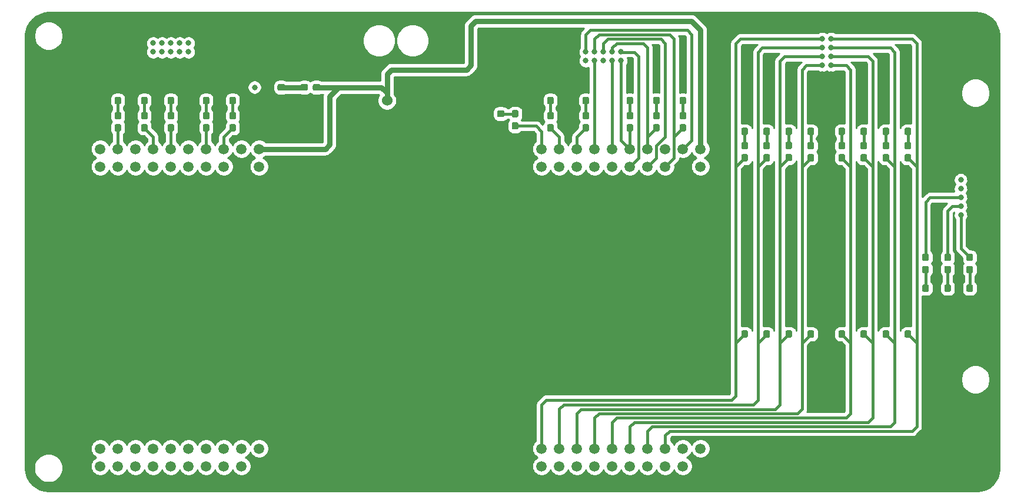
<source format=gbr>
G04 #@! TF.GenerationSoftware,KiCad,Pcbnew,(5.1.4)-1*
G04 #@! TF.CreationDate,2019-12-14T13:31:23-06:00*
G04 #@! TF.ProjectId,Tiva_Breakout_Hardware,54697661-5f42-4726-9561-6b6f75745f48,rev?*
G04 #@! TF.SameCoordinates,Original*
G04 #@! TF.FileFunction,Copper,L1,Top*
G04 #@! TF.FilePolarity,Positive*
%FSLAX46Y46*%
G04 Gerber Fmt 4.6, Leading zero omitted, Abs format (unit mm)*
G04 Created by KiCad (PCBNEW (5.1.4)-1) date 2019-12-14 13:31:23*
%MOMM*%
%LPD*%
G04 APERTURE LIST*
%ADD10C,0.800000*%
%ADD11C,1.520000*%
%ADD12C,0.100000*%
%ADD13C,0.950000*%
%ADD14C,1.524000*%
%ADD15C,0.381000*%
%ADD16C,0.762000*%
%ADD17C,0.254000*%
G04 APERTURE END LIST*
D10*
X201127200Y-84836000D03*
X199857200Y-84836000D03*
X201127200Y-83566000D03*
X199857200Y-83566000D03*
X201127200Y-82296000D03*
X199857200Y-82296000D03*
X201127200Y-81026000D03*
X199857200Y-81026000D03*
X201127200Y-79756000D03*
X199857200Y-79756000D03*
X170891200Y-81651000D03*
X170891200Y-82921000D03*
X169621200Y-81651000D03*
X169621200Y-82921000D03*
X168351200Y-81651000D03*
X168351200Y-82921000D03*
X167081200Y-81651000D03*
X167081200Y-82921000D03*
X165811200Y-81651000D03*
X165811200Y-82921000D03*
X108661200Y-80381000D03*
X108661200Y-81651000D03*
X107391200Y-80381000D03*
X107391200Y-81651000D03*
X106121200Y-80381000D03*
X106121200Y-81651000D03*
X104851200Y-80381000D03*
X104851200Y-81651000D03*
X103581200Y-80381000D03*
X103581200Y-81651000D03*
X219776200Y-100076000D03*
X221046200Y-100076000D03*
X219776200Y-101346000D03*
X221046200Y-101346000D03*
X219776200Y-102616000D03*
X221046200Y-102616000D03*
X219776200Y-103886000D03*
X221046200Y-103886000D03*
X219776200Y-105156000D03*
X221046200Y-105156000D03*
D11*
X159461200Y-141351000D03*
X162001200Y-141351000D03*
X164541200Y-141351000D03*
X167081200Y-141351000D03*
X169621200Y-141351000D03*
X172161200Y-141351000D03*
X174701200Y-141351000D03*
X177241200Y-141351000D03*
X179781200Y-141351000D03*
X182321200Y-141351000D03*
X159461200Y-138811000D03*
X162001200Y-138811000D03*
X164541200Y-138811000D03*
X167081200Y-138811000D03*
X169621200Y-138811000D03*
X172161200Y-138811000D03*
X174701200Y-138811000D03*
X177241200Y-138811000D03*
X179781200Y-138811000D03*
X182321200Y-138811000D03*
X159461200Y-95631000D03*
X162001200Y-95631000D03*
X164541200Y-95631000D03*
X167081200Y-95631000D03*
X169621200Y-95631000D03*
X172161200Y-95631000D03*
X174701200Y-95631000D03*
X177241200Y-95631000D03*
X179781200Y-95631000D03*
X182321200Y-95631000D03*
X159461200Y-98171000D03*
X162001200Y-98171000D03*
X164541200Y-98171000D03*
X167081200Y-98171000D03*
X169621200Y-98171000D03*
X172161200Y-98171000D03*
X174701200Y-98171000D03*
X177241200Y-98171000D03*
X179781200Y-98171000D03*
X182321200Y-98171000D03*
X113741200Y-141351000D03*
X116281200Y-141351000D03*
X118821200Y-141351000D03*
X95961200Y-138811000D03*
X98501200Y-138811000D03*
X101041200Y-138811000D03*
X103581200Y-138811000D03*
X106121200Y-138811000D03*
X108661200Y-138811000D03*
X111201200Y-138811000D03*
X113741200Y-138811000D03*
X116281200Y-138811000D03*
X118821200Y-138811000D03*
X95961200Y-95631000D03*
X101041200Y-95631000D03*
X106121200Y-95631000D03*
X108661200Y-95631000D03*
X111201200Y-95631000D03*
X113741200Y-95631000D03*
X116281200Y-95631000D03*
X95961200Y-98171000D03*
X101041200Y-98171000D03*
X111201200Y-98171000D03*
X113741200Y-98171000D03*
X116281200Y-98171000D03*
X118821200Y-98171000D03*
X106121200Y-98171000D03*
X103581200Y-98171000D03*
X98501200Y-95631000D03*
X111201200Y-141351000D03*
X108661200Y-141351000D03*
X98501200Y-98171000D03*
X103581200Y-95631000D03*
X101041200Y-141351000D03*
X103581200Y-141351000D03*
X108661200Y-98171000D03*
X106121200Y-141351000D03*
X98501200Y-141351000D03*
X95961200Y-141351000D03*
X118821200Y-95631000D03*
D12*
G36*
X155911979Y-91777144D02*
G01*
X155935034Y-91780563D01*
X155957643Y-91786227D01*
X155979587Y-91794079D01*
X156000657Y-91804044D01*
X156020648Y-91816026D01*
X156039368Y-91829910D01*
X156056638Y-91845562D01*
X156072290Y-91862832D01*
X156086174Y-91881552D01*
X156098156Y-91901543D01*
X156108121Y-91922613D01*
X156115973Y-91944557D01*
X156121637Y-91967166D01*
X156125056Y-91990221D01*
X156126200Y-92013500D01*
X156126200Y-92588500D01*
X156125056Y-92611779D01*
X156121637Y-92634834D01*
X156115973Y-92657443D01*
X156108121Y-92679387D01*
X156098156Y-92700457D01*
X156086174Y-92720448D01*
X156072290Y-92739168D01*
X156056638Y-92756438D01*
X156039368Y-92772090D01*
X156020648Y-92785974D01*
X156000657Y-92797956D01*
X155979587Y-92807921D01*
X155957643Y-92815773D01*
X155935034Y-92821437D01*
X155911979Y-92824856D01*
X155888700Y-92826000D01*
X155413700Y-92826000D01*
X155390421Y-92824856D01*
X155367366Y-92821437D01*
X155344757Y-92815773D01*
X155322813Y-92807921D01*
X155301743Y-92797956D01*
X155281752Y-92785974D01*
X155263032Y-92772090D01*
X155245762Y-92756438D01*
X155230110Y-92739168D01*
X155216226Y-92720448D01*
X155204244Y-92700457D01*
X155194279Y-92679387D01*
X155186427Y-92657443D01*
X155180763Y-92634834D01*
X155177344Y-92611779D01*
X155176200Y-92588500D01*
X155176200Y-92013500D01*
X155177344Y-91990221D01*
X155180763Y-91967166D01*
X155186427Y-91944557D01*
X155194279Y-91922613D01*
X155204244Y-91901543D01*
X155216226Y-91881552D01*
X155230110Y-91862832D01*
X155245762Y-91845562D01*
X155263032Y-91829910D01*
X155281752Y-91816026D01*
X155301743Y-91804044D01*
X155322813Y-91794079D01*
X155344757Y-91786227D01*
X155367366Y-91780563D01*
X155390421Y-91777144D01*
X155413700Y-91776000D01*
X155888700Y-91776000D01*
X155911979Y-91777144D01*
X155911979Y-91777144D01*
G37*
D13*
X155651200Y-92301000D03*
D12*
G36*
X155911979Y-90027144D02*
G01*
X155935034Y-90030563D01*
X155957643Y-90036227D01*
X155979587Y-90044079D01*
X156000657Y-90054044D01*
X156020648Y-90066026D01*
X156039368Y-90079910D01*
X156056638Y-90095562D01*
X156072290Y-90112832D01*
X156086174Y-90131552D01*
X156098156Y-90151543D01*
X156108121Y-90172613D01*
X156115973Y-90194557D01*
X156121637Y-90217166D01*
X156125056Y-90240221D01*
X156126200Y-90263500D01*
X156126200Y-90838500D01*
X156125056Y-90861779D01*
X156121637Y-90884834D01*
X156115973Y-90907443D01*
X156108121Y-90929387D01*
X156098156Y-90950457D01*
X156086174Y-90970448D01*
X156072290Y-90989168D01*
X156056638Y-91006438D01*
X156039368Y-91022090D01*
X156020648Y-91035974D01*
X156000657Y-91047956D01*
X155979587Y-91057921D01*
X155957643Y-91065773D01*
X155935034Y-91071437D01*
X155911979Y-91074856D01*
X155888700Y-91076000D01*
X155413700Y-91076000D01*
X155390421Y-91074856D01*
X155367366Y-91071437D01*
X155344757Y-91065773D01*
X155322813Y-91057921D01*
X155301743Y-91047956D01*
X155281752Y-91035974D01*
X155263032Y-91022090D01*
X155245762Y-91006438D01*
X155230110Y-90989168D01*
X155216226Y-90970448D01*
X155204244Y-90950457D01*
X155194279Y-90929387D01*
X155186427Y-90907443D01*
X155180763Y-90884834D01*
X155177344Y-90861779D01*
X155176200Y-90838500D01*
X155176200Y-90263500D01*
X155177344Y-90240221D01*
X155180763Y-90217166D01*
X155186427Y-90194557D01*
X155194279Y-90172613D01*
X155204244Y-90151543D01*
X155216226Y-90131552D01*
X155230110Y-90112832D01*
X155245762Y-90095562D01*
X155263032Y-90079910D01*
X155281752Y-90066026D01*
X155301743Y-90054044D01*
X155322813Y-90044079D01*
X155344757Y-90036227D01*
X155367366Y-90030563D01*
X155390421Y-90027144D01*
X155413700Y-90026000D01*
X155888700Y-90026000D01*
X155911979Y-90027144D01*
X155911979Y-90027144D01*
G37*
D13*
X155651200Y-90551000D03*
D12*
G36*
X153901979Y-90077144D02*
G01*
X153925034Y-90080563D01*
X153947643Y-90086227D01*
X153969587Y-90094079D01*
X153990657Y-90104044D01*
X154010648Y-90116026D01*
X154029368Y-90129910D01*
X154046638Y-90145562D01*
X154062290Y-90162832D01*
X154076174Y-90181552D01*
X154088156Y-90201543D01*
X154098121Y-90222613D01*
X154105973Y-90244557D01*
X154111637Y-90267166D01*
X154115056Y-90290221D01*
X154116200Y-90313500D01*
X154116200Y-90788500D01*
X154115056Y-90811779D01*
X154111637Y-90834834D01*
X154105973Y-90857443D01*
X154098121Y-90879387D01*
X154088156Y-90900457D01*
X154076174Y-90920448D01*
X154062290Y-90939168D01*
X154046638Y-90956438D01*
X154029368Y-90972090D01*
X154010648Y-90985974D01*
X153990657Y-90997956D01*
X153969587Y-91007921D01*
X153947643Y-91015773D01*
X153925034Y-91021437D01*
X153901979Y-91024856D01*
X153878700Y-91026000D01*
X153303700Y-91026000D01*
X153280421Y-91024856D01*
X153257366Y-91021437D01*
X153234757Y-91015773D01*
X153212813Y-91007921D01*
X153191743Y-90997956D01*
X153171752Y-90985974D01*
X153153032Y-90972090D01*
X153135762Y-90956438D01*
X153120110Y-90939168D01*
X153106226Y-90920448D01*
X153094244Y-90900457D01*
X153084279Y-90879387D01*
X153076427Y-90857443D01*
X153070763Y-90834834D01*
X153067344Y-90811779D01*
X153066200Y-90788500D01*
X153066200Y-90313500D01*
X153067344Y-90290221D01*
X153070763Y-90267166D01*
X153076427Y-90244557D01*
X153084279Y-90222613D01*
X153094244Y-90201543D01*
X153106226Y-90181552D01*
X153120110Y-90162832D01*
X153135762Y-90145562D01*
X153153032Y-90129910D01*
X153171752Y-90116026D01*
X153191743Y-90104044D01*
X153212813Y-90094079D01*
X153234757Y-90086227D01*
X153257366Y-90080563D01*
X153280421Y-90077144D01*
X153303700Y-90076000D01*
X153878700Y-90076000D01*
X153901979Y-90077144D01*
X153901979Y-90077144D01*
G37*
D13*
X153591200Y-90551000D03*
D12*
G36*
X152151979Y-90077144D02*
G01*
X152175034Y-90080563D01*
X152197643Y-90086227D01*
X152219587Y-90094079D01*
X152240657Y-90104044D01*
X152260648Y-90116026D01*
X152279368Y-90129910D01*
X152296638Y-90145562D01*
X152312290Y-90162832D01*
X152326174Y-90181552D01*
X152338156Y-90201543D01*
X152348121Y-90222613D01*
X152355973Y-90244557D01*
X152361637Y-90267166D01*
X152365056Y-90290221D01*
X152366200Y-90313500D01*
X152366200Y-90788500D01*
X152365056Y-90811779D01*
X152361637Y-90834834D01*
X152355973Y-90857443D01*
X152348121Y-90879387D01*
X152338156Y-90900457D01*
X152326174Y-90920448D01*
X152312290Y-90939168D01*
X152296638Y-90956438D01*
X152279368Y-90972090D01*
X152260648Y-90985974D01*
X152240657Y-90997956D01*
X152219587Y-91007921D01*
X152197643Y-91015773D01*
X152175034Y-91021437D01*
X152151979Y-91024856D01*
X152128700Y-91026000D01*
X151553700Y-91026000D01*
X151530421Y-91024856D01*
X151507366Y-91021437D01*
X151484757Y-91015773D01*
X151462813Y-91007921D01*
X151441743Y-90997956D01*
X151421752Y-90985974D01*
X151403032Y-90972090D01*
X151385762Y-90956438D01*
X151370110Y-90939168D01*
X151356226Y-90920448D01*
X151344244Y-90900457D01*
X151334279Y-90879387D01*
X151326427Y-90857443D01*
X151320763Y-90834834D01*
X151317344Y-90811779D01*
X151316200Y-90788500D01*
X151316200Y-90313500D01*
X151317344Y-90290221D01*
X151320763Y-90267166D01*
X151326427Y-90244557D01*
X151334279Y-90222613D01*
X151344244Y-90201543D01*
X151356226Y-90181552D01*
X151370110Y-90162832D01*
X151385762Y-90145562D01*
X151403032Y-90129910D01*
X151421752Y-90116026D01*
X151441743Y-90104044D01*
X151462813Y-90094079D01*
X151484757Y-90086227D01*
X151507366Y-90080563D01*
X151530421Y-90077144D01*
X151553700Y-90076000D01*
X152128700Y-90076000D01*
X152151979Y-90077144D01*
X152151979Y-90077144D01*
G37*
D13*
X151841200Y-90551000D03*
D12*
G36*
X160991979Y-92059144D02*
G01*
X161015034Y-92062563D01*
X161037643Y-92068227D01*
X161059587Y-92076079D01*
X161080657Y-92086044D01*
X161100648Y-92098026D01*
X161119368Y-92111910D01*
X161136638Y-92127562D01*
X161152290Y-92144832D01*
X161166174Y-92163552D01*
X161178156Y-92183543D01*
X161188121Y-92204613D01*
X161195973Y-92226557D01*
X161201637Y-92249166D01*
X161205056Y-92272221D01*
X161206200Y-92295500D01*
X161206200Y-92870500D01*
X161205056Y-92893779D01*
X161201637Y-92916834D01*
X161195973Y-92939443D01*
X161188121Y-92961387D01*
X161178156Y-92982457D01*
X161166174Y-93002448D01*
X161152290Y-93021168D01*
X161136638Y-93038438D01*
X161119368Y-93054090D01*
X161100648Y-93067974D01*
X161080657Y-93079956D01*
X161059587Y-93089921D01*
X161037643Y-93097773D01*
X161015034Y-93103437D01*
X160991979Y-93106856D01*
X160968700Y-93108000D01*
X160493700Y-93108000D01*
X160470421Y-93106856D01*
X160447366Y-93103437D01*
X160424757Y-93097773D01*
X160402813Y-93089921D01*
X160381743Y-93079956D01*
X160361752Y-93067974D01*
X160343032Y-93054090D01*
X160325762Y-93038438D01*
X160310110Y-93021168D01*
X160296226Y-93002448D01*
X160284244Y-92982457D01*
X160274279Y-92961387D01*
X160266427Y-92939443D01*
X160260763Y-92916834D01*
X160257344Y-92893779D01*
X160256200Y-92870500D01*
X160256200Y-92295500D01*
X160257344Y-92272221D01*
X160260763Y-92249166D01*
X160266427Y-92226557D01*
X160274279Y-92204613D01*
X160284244Y-92183543D01*
X160296226Y-92163552D01*
X160310110Y-92144832D01*
X160325762Y-92127562D01*
X160343032Y-92111910D01*
X160361752Y-92098026D01*
X160381743Y-92086044D01*
X160402813Y-92076079D01*
X160424757Y-92068227D01*
X160447366Y-92062563D01*
X160470421Y-92059144D01*
X160493700Y-92058000D01*
X160968700Y-92058000D01*
X160991979Y-92059144D01*
X160991979Y-92059144D01*
G37*
D13*
X160731200Y-92583000D03*
D12*
G36*
X160991979Y-90309144D02*
G01*
X161015034Y-90312563D01*
X161037643Y-90318227D01*
X161059587Y-90326079D01*
X161080657Y-90336044D01*
X161100648Y-90348026D01*
X161119368Y-90361910D01*
X161136638Y-90377562D01*
X161152290Y-90394832D01*
X161166174Y-90413552D01*
X161178156Y-90433543D01*
X161188121Y-90454613D01*
X161195973Y-90476557D01*
X161201637Y-90499166D01*
X161205056Y-90522221D01*
X161206200Y-90545500D01*
X161206200Y-91120500D01*
X161205056Y-91143779D01*
X161201637Y-91166834D01*
X161195973Y-91189443D01*
X161188121Y-91211387D01*
X161178156Y-91232457D01*
X161166174Y-91252448D01*
X161152290Y-91271168D01*
X161136638Y-91288438D01*
X161119368Y-91304090D01*
X161100648Y-91317974D01*
X161080657Y-91329956D01*
X161059587Y-91339921D01*
X161037643Y-91347773D01*
X161015034Y-91353437D01*
X160991979Y-91356856D01*
X160968700Y-91358000D01*
X160493700Y-91358000D01*
X160470421Y-91356856D01*
X160447366Y-91353437D01*
X160424757Y-91347773D01*
X160402813Y-91339921D01*
X160381743Y-91329956D01*
X160361752Y-91317974D01*
X160343032Y-91304090D01*
X160325762Y-91288438D01*
X160310110Y-91271168D01*
X160296226Y-91252448D01*
X160284244Y-91232457D01*
X160274279Y-91211387D01*
X160266427Y-91189443D01*
X160260763Y-91166834D01*
X160257344Y-91143779D01*
X160256200Y-91120500D01*
X160256200Y-90545500D01*
X160257344Y-90522221D01*
X160260763Y-90499166D01*
X160266427Y-90476557D01*
X160274279Y-90454613D01*
X160284244Y-90433543D01*
X160296226Y-90413552D01*
X160310110Y-90394832D01*
X160325762Y-90377562D01*
X160343032Y-90361910D01*
X160361752Y-90348026D01*
X160381743Y-90336044D01*
X160402813Y-90326079D01*
X160424757Y-90318227D01*
X160447366Y-90312563D01*
X160470421Y-90309144D01*
X160493700Y-90308000D01*
X160968700Y-90308000D01*
X160991979Y-90309144D01*
X160991979Y-90309144D01*
G37*
D13*
X160731200Y-90833000D03*
D12*
G36*
X120556979Y-86267144D02*
G01*
X120580034Y-86270563D01*
X120602643Y-86276227D01*
X120624587Y-86284079D01*
X120645657Y-86294044D01*
X120665648Y-86306026D01*
X120684368Y-86319910D01*
X120701638Y-86335562D01*
X120717290Y-86352832D01*
X120731174Y-86371552D01*
X120743156Y-86391543D01*
X120753121Y-86412613D01*
X120760973Y-86434557D01*
X120766637Y-86457166D01*
X120770056Y-86480221D01*
X120771200Y-86503500D01*
X120771200Y-86978500D01*
X120770056Y-87001779D01*
X120766637Y-87024834D01*
X120760973Y-87047443D01*
X120753121Y-87069387D01*
X120743156Y-87090457D01*
X120731174Y-87110448D01*
X120717290Y-87129168D01*
X120701638Y-87146438D01*
X120684368Y-87162090D01*
X120665648Y-87175974D01*
X120645657Y-87187956D01*
X120624587Y-87197921D01*
X120602643Y-87205773D01*
X120580034Y-87211437D01*
X120556979Y-87214856D01*
X120533700Y-87216000D01*
X119958700Y-87216000D01*
X119935421Y-87214856D01*
X119912366Y-87211437D01*
X119889757Y-87205773D01*
X119867813Y-87197921D01*
X119846743Y-87187956D01*
X119826752Y-87175974D01*
X119808032Y-87162090D01*
X119790762Y-87146438D01*
X119775110Y-87129168D01*
X119761226Y-87110448D01*
X119749244Y-87090457D01*
X119739279Y-87069387D01*
X119731427Y-87047443D01*
X119725763Y-87024834D01*
X119722344Y-87001779D01*
X119721200Y-86978500D01*
X119721200Y-86503500D01*
X119722344Y-86480221D01*
X119725763Y-86457166D01*
X119731427Y-86434557D01*
X119739279Y-86412613D01*
X119749244Y-86391543D01*
X119761226Y-86371552D01*
X119775110Y-86352832D01*
X119790762Y-86335562D01*
X119808032Y-86319910D01*
X119826752Y-86306026D01*
X119846743Y-86294044D01*
X119867813Y-86284079D01*
X119889757Y-86276227D01*
X119912366Y-86270563D01*
X119935421Y-86267144D01*
X119958700Y-86266000D01*
X120533700Y-86266000D01*
X120556979Y-86267144D01*
X120556979Y-86267144D01*
G37*
D13*
X120246200Y-86741000D03*
D12*
G36*
X122306979Y-86267144D02*
G01*
X122330034Y-86270563D01*
X122352643Y-86276227D01*
X122374587Y-86284079D01*
X122395657Y-86294044D01*
X122415648Y-86306026D01*
X122434368Y-86319910D01*
X122451638Y-86335562D01*
X122467290Y-86352832D01*
X122481174Y-86371552D01*
X122493156Y-86391543D01*
X122503121Y-86412613D01*
X122510973Y-86434557D01*
X122516637Y-86457166D01*
X122520056Y-86480221D01*
X122521200Y-86503500D01*
X122521200Y-86978500D01*
X122520056Y-87001779D01*
X122516637Y-87024834D01*
X122510973Y-87047443D01*
X122503121Y-87069387D01*
X122493156Y-87090457D01*
X122481174Y-87110448D01*
X122467290Y-87129168D01*
X122451638Y-87146438D01*
X122434368Y-87162090D01*
X122415648Y-87175974D01*
X122395657Y-87187956D01*
X122374587Y-87197921D01*
X122352643Y-87205773D01*
X122330034Y-87211437D01*
X122306979Y-87214856D01*
X122283700Y-87216000D01*
X121708700Y-87216000D01*
X121685421Y-87214856D01*
X121662366Y-87211437D01*
X121639757Y-87205773D01*
X121617813Y-87197921D01*
X121596743Y-87187956D01*
X121576752Y-87175974D01*
X121558032Y-87162090D01*
X121540762Y-87146438D01*
X121525110Y-87129168D01*
X121511226Y-87110448D01*
X121499244Y-87090457D01*
X121489279Y-87069387D01*
X121481427Y-87047443D01*
X121475763Y-87024834D01*
X121472344Y-87001779D01*
X121471200Y-86978500D01*
X121471200Y-86503500D01*
X121472344Y-86480221D01*
X121475763Y-86457166D01*
X121481427Y-86434557D01*
X121489279Y-86412613D01*
X121499244Y-86391543D01*
X121511226Y-86371552D01*
X121525110Y-86352832D01*
X121540762Y-86335562D01*
X121558032Y-86319910D01*
X121576752Y-86306026D01*
X121596743Y-86294044D01*
X121617813Y-86284079D01*
X121639757Y-86276227D01*
X121662366Y-86270563D01*
X121685421Y-86267144D01*
X121708700Y-86266000D01*
X122283700Y-86266000D01*
X122306979Y-86267144D01*
X122306979Y-86267144D01*
G37*
D13*
X121996200Y-86741000D03*
D12*
G36*
X125636979Y-86267144D02*
G01*
X125660034Y-86270563D01*
X125682643Y-86276227D01*
X125704587Y-86284079D01*
X125725657Y-86294044D01*
X125745648Y-86306026D01*
X125764368Y-86319910D01*
X125781638Y-86335562D01*
X125797290Y-86352832D01*
X125811174Y-86371552D01*
X125823156Y-86391543D01*
X125833121Y-86412613D01*
X125840973Y-86434557D01*
X125846637Y-86457166D01*
X125850056Y-86480221D01*
X125851200Y-86503500D01*
X125851200Y-86978500D01*
X125850056Y-87001779D01*
X125846637Y-87024834D01*
X125840973Y-87047443D01*
X125833121Y-87069387D01*
X125823156Y-87090457D01*
X125811174Y-87110448D01*
X125797290Y-87129168D01*
X125781638Y-87146438D01*
X125764368Y-87162090D01*
X125745648Y-87175974D01*
X125725657Y-87187956D01*
X125704587Y-87197921D01*
X125682643Y-87205773D01*
X125660034Y-87211437D01*
X125636979Y-87214856D01*
X125613700Y-87216000D01*
X125038700Y-87216000D01*
X125015421Y-87214856D01*
X124992366Y-87211437D01*
X124969757Y-87205773D01*
X124947813Y-87197921D01*
X124926743Y-87187956D01*
X124906752Y-87175974D01*
X124888032Y-87162090D01*
X124870762Y-87146438D01*
X124855110Y-87129168D01*
X124841226Y-87110448D01*
X124829244Y-87090457D01*
X124819279Y-87069387D01*
X124811427Y-87047443D01*
X124805763Y-87024834D01*
X124802344Y-87001779D01*
X124801200Y-86978500D01*
X124801200Y-86503500D01*
X124802344Y-86480221D01*
X124805763Y-86457166D01*
X124811427Y-86434557D01*
X124819279Y-86412613D01*
X124829244Y-86391543D01*
X124841226Y-86371552D01*
X124855110Y-86352832D01*
X124870762Y-86335562D01*
X124888032Y-86319910D01*
X124906752Y-86306026D01*
X124926743Y-86294044D01*
X124947813Y-86284079D01*
X124969757Y-86276227D01*
X124992366Y-86270563D01*
X125015421Y-86267144D01*
X125038700Y-86266000D01*
X125613700Y-86266000D01*
X125636979Y-86267144D01*
X125636979Y-86267144D01*
G37*
D13*
X125326200Y-86741000D03*
D12*
G36*
X127386979Y-86267144D02*
G01*
X127410034Y-86270563D01*
X127432643Y-86276227D01*
X127454587Y-86284079D01*
X127475657Y-86294044D01*
X127495648Y-86306026D01*
X127514368Y-86319910D01*
X127531638Y-86335562D01*
X127547290Y-86352832D01*
X127561174Y-86371552D01*
X127573156Y-86391543D01*
X127583121Y-86412613D01*
X127590973Y-86434557D01*
X127596637Y-86457166D01*
X127600056Y-86480221D01*
X127601200Y-86503500D01*
X127601200Y-86978500D01*
X127600056Y-87001779D01*
X127596637Y-87024834D01*
X127590973Y-87047443D01*
X127583121Y-87069387D01*
X127573156Y-87090457D01*
X127561174Y-87110448D01*
X127547290Y-87129168D01*
X127531638Y-87146438D01*
X127514368Y-87162090D01*
X127495648Y-87175974D01*
X127475657Y-87187956D01*
X127454587Y-87197921D01*
X127432643Y-87205773D01*
X127410034Y-87211437D01*
X127386979Y-87214856D01*
X127363700Y-87216000D01*
X126788700Y-87216000D01*
X126765421Y-87214856D01*
X126742366Y-87211437D01*
X126719757Y-87205773D01*
X126697813Y-87197921D01*
X126676743Y-87187956D01*
X126656752Y-87175974D01*
X126638032Y-87162090D01*
X126620762Y-87146438D01*
X126605110Y-87129168D01*
X126591226Y-87110448D01*
X126579244Y-87090457D01*
X126569279Y-87069387D01*
X126561427Y-87047443D01*
X126555763Y-87024834D01*
X126552344Y-87001779D01*
X126551200Y-86978500D01*
X126551200Y-86503500D01*
X126552344Y-86480221D01*
X126555763Y-86457166D01*
X126561427Y-86434557D01*
X126569279Y-86412613D01*
X126579244Y-86391543D01*
X126591226Y-86371552D01*
X126605110Y-86352832D01*
X126620762Y-86335562D01*
X126638032Y-86319910D01*
X126656752Y-86306026D01*
X126676743Y-86294044D01*
X126697813Y-86284079D01*
X126719757Y-86276227D01*
X126742366Y-86270563D01*
X126765421Y-86267144D01*
X126788700Y-86266000D01*
X127363700Y-86266000D01*
X127386979Y-86267144D01*
X127386979Y-86267144D01*
G37*
D13*
X127076200Y-86741000D03*
D14*
X139776200Y-88646000D03*
X137236200Y-88646000D03*
D12*
G36*
X111461979Y-88122144D02*
G01*
X111485034Y-88125563D01*
X111507643Y-88131227D01*
X111529587Y-88139079D01*
X111550657Y-88149044D01*
X111570648Y-88161026D01*
X111589368Y-88174910D01*
X111606638Y-88190562D01*
X111622290Y-88207832D01*
X111636174Y-88226552D01*
X111648156Y-88246543D01*
X111658121Y-88267613D01*
X111665973Y-88289557D01*
X111671637Y-88312166D01*
X111675056Y-88335221D01*
X111676200Y-88358500D01*
X111676200Y-88933500D01*
X111675056Y-88956779D01*
X111671637Y-88979834D01*
X111665973Y-89002443D01*
X111658121Y-89024387D01*
X111648156Y-89045457D01*
X111636174Y-89065448D01*
X111622290Y-89084168D01*
X111606638Y-89101438D01*
X111589368Y-89117090D01*
X111570648Y-89130974D01*
X111550657Y-89142956D01*
X111529587Y-89152921D01*
X111507643Y-89160773D01*
X111485034Y-89166437D01*
X111461979Y-89169856D01*
X111438700Y-89171000D01*
X110963700Y-89171000D01*
X110940421Y-89169856D01*
X110917366Y-89166437D01*
X110894757Y-89160773D01*
X110872813Y-89152921D01*
X110851743Y-89142956D01*
X110831752Y-89130974D01*
X110813032Y-89117090D01*
X110795762Y-89101438D01*
X110780110Y-89084168D01*
X110766226Y-89065448D01*
X110754244Y-89045457D01*
X110744279Y-89024387D01*
X110736427Y-89002443D01*
X110730763Y-88979834D01*
X110727344Y-88956779D01*
X110726200Y-88933500D01*
X110726200Y-88358500D01*
X110727344Y-88335221D01*
X110730763Y-88312166D01*
X110736427Y-88289557D01*
X110744279Y-88267613D01*
X110754244Y-88246543D01*
X110766226Y-88226552D01*
X110780110Y-88207832D01*
X110795762Y-88190562D01*
X110813032Y-88174910D01*
X110831752Y-88161026D01*
X110851743Y-88149044D01*
X110872813Y-88139079D01*
X110894757Y-88131227D01*
X110917366Y-88125563D01*
X110940421Y-88122144D01*
X110963700Y-88121000D01*
X111438700Y-88121000D01*
X111461979Y-88122144D01*
X111461979Y-88122144D01*
G37*
D13*
X111201200Y-88646000D03*
D12*
G36*
X111461979Y-86372144D02*
G01*
X111485034Y-86375563D01*
X111507643Y-86381227D01*
X111529587Y-86389079D01*
X111550657Y-86399044D01*
X111570648Y-86411026D01*
X111589368Y-86424910D01*
X111606638Y-86440562D01*
X111622290Y-86457832D01*
X111636174Y-86476552D01*
X111648156Y-86496543D01*
X111658121Y-86517613D01*
X111665973Y-86539557D01*
X111671637Y-86562166D01*
X111675056Y-86585221D01*
X111676200Y-86608500D01*
X111676200Y-87183500D01*
X111675056Y-87206779D01*
X111671637Y-87229834D01*
X111665973Y-87252443D01*
X111658121Y-87274387D01*
X111648156Y-87295457D01*
X111636174Y-87315448D01*
X111622290Y-87334168D01*
X111606638Y-87351438D01*
X111589368Y-87367090D01*
X111570648Y-87380974D01*
X111550657Y-87392956D01*
X111529587Y-87402921D01*
X111507643Y-87410773D01*
X111485034Y-87416437D01*
X111461979Y-87419856D01*
X111438700Y-87421000D01*
X110963700Y-87421000D01*
X110940421Y-87419856D01*
X110917366Y-87416437D01*
X110894757Y-87410773D01*
X110872813Y-87402921D01*
X110851743Y-87392956D01*
X110831752Y-87380974D01*
X110813032Y-87367090D01*
X110795762Y-87351438D01*
X110780110Y-87334168D01*
X110766226Y-87315448D01*
X110754244Y-87295457D01*
X110744279Y-87274387D01*
X110736427Y-87252443D01*
X110730763Y-87229834D01*
X110727344Y-87206779D01*
X110726200Y-87183500D01*
X110726200Y-86608500D01*
X110727344Y-86585221D01*
X110730763Y-86562166D01*
X110736427Y-86539557D01*
X110744279Y-86517613D01*
X110754244Y-86496543D01*
X110766226Y-86476552D01*
X110780110Y-86457832D01*
X110795762Y-86440562D01*
X110813032Y-86424910D01*
X110831752Y-86411026D01*
X110851743Y-86399044D01*
X110872813Y-86389079D01*
X110894757Y-86381227D01*
X110917366Y-86375563D01*
X110940421Y-86372144D01*
X110963700Y-86371000D01*
X111438700Y-86371000D01*
X111461979Y-86372144D01*
X111461979Y-86372144D01*
G37*
D13*
X111201200Y-86896000D03*
D12*
G36*
X106381979Y-86372144D02*
G01*
X106405034Y-86375563D01*
X106427643Y-86381227D01*
X106449587Y-86389079D01*
X106470657Y-86399044D01*
X106490648Y-86411026D01*
X106509368Y-86424910D01*
X106526638Y-86440562D01*
X106542290Y-86457832D01*
X106556174Y-86476552D01*
X106568156Y-86496543D01*
X106578121Y-86517613D01*
X106585973Y-86539557D01*
X106591637Y-86562166D01*
X106595056Y-86585221D01*
X106596200Y-86608500D01*
X106596200Y-87183500D01*
X106595056Y-87206779D01*
X106591637Y-87229834D01*
X106585973Y-87252443D01*
X106578121Y-87274387D01*
X106568156Y-87295457D01*
X106556174Y-87315448D01*
X106542290Y-87334168D01*
X106526638Y-87351438D01*
X106509368Y-87367090D01*
X106490648Y-87380974D01*
X106470657Y-87392956D01*
X106449587Y-87402921D01*
X106427643Y-87410773D01*
X106405034Y-87416437D01*
X106381979Y-87419856D01*
X106358700Y-87421000D01*
X105883700Y-87421000D01*
X105860421Y-87419856D01*
X105837366Y-87416437D01*
X105814757Y-87410773D01*
X105792813Y-87402921D01*
X105771743Y-87392956D01*
X105751752Y-87380974D01*
X105733032Y-87367090D01*
X105715762Y-87351438D01*
X105700110Y-87334168D01*
X105686226Y-87315448D01*
X105674244Y-87295457D01*
X105664279Y-87274387D01*
X105656427Y-87252443D01*
X105650763Y-87229834D01*
X105647344Y-87206779D01*
X105646200Y-87183500D01*
X105646200Y-86608500D01*
X105647344Y-86585221D01*
X105650763Y-86562166D01*
X105656427Y-86539557D01*
X105664279Y-86517613D01*
X105674244Y-86496543D01*
X105686226Y-86476552D01*
X105700110Y-86457832D01*
X105715762Y-86440562D01*
X105733032Y-86424910D01*
X105751752Y-86411026D01*
X105771743Y-86399044D01*
X105792813Y-86389079D01*
X105814757Y-86381227D01*
X105837366Y-86375563D01*
X105860421Y-86372144D01*
X105883700Y-86371000D01*
X106358700Y-86371000D01*
X106381979Y-86372144D01*
X106381979Y-86372144D01*
G37*
D13*
X106121200Y-86896000D03*
D12*
G36*
X106381979Y-88122144D02*
G01*
X106405034Y-88125563D01*
X106427643Y-88131227D01*
X106449587Y-88139079D01*
X106470657Y-88149044D01*
X106490648Y-88161026D01*
X106509368Y-88174910D01*
X106526638Y-88190562D01*
X106542290Y-88207832D01*
X106556174Y-88226552D01*
X106568156Y-88246543D01*
X106578121Y-88267613D01*
X106585973Y-88289557D01*
X106591637Y-88312166D01*
X106595056Y-88335221D01*
X106596200Y-88358500D01*
X106596200Y-88933500D01*
X106595056Y-88956779D01*
X106591637Y-88979834D01*
X106585973Y-89002443D01*
X106578121Y-89024387D01*
X106568156Y-89045457D01*
X106556174Y-89065448D01*
X106542290Y-89084168D01*
X106526638Y-89101438D01*
X106509368Y-89117090D01*
X106490648Y-89130974D01*
X106470657Y-89142956D01*
X106449587Y-89152921D01*
X106427643Y-89160773D01*
X106405034Y-89166437D01*
X106381979Y-89169856D01*
X106358700Y-89171000D01*
X105883700Y-89171000D01*
X105860421Y-89169856D01*
X105837366Y-89166437D01*
X105814757Y-89160773D01*
X105792813Y-89152921D01*
X105771743Y-89142956D01*
X105751752Y-89130974D01*
X105733032Y-89117090D01*
X105715762Y-89101438D01*
X105700110Y-89084168D01*
X105686226Y-89065448D01*
X105674244Y-89045457D01*
X105664279Y-89024387D01*
X105656427Y-89002443D01*
X105650763Y-88979834D01*
X105647344Y-88956779D01*
X105646200Y-88933500D01*
X105646200Y-88358500D01*
X105647344Y-88335221D01*
X105650763Y-88312166D01*
X105656427Y-88289557D01*
X105664279Y-88267613D01*
X105674244Y-88246543D01*
X105686226Y-88226552D01*
X105700110Y-88207832D01*
X105715762Y-88190562D01*
X105733032Y-88174910D01*
X105751752Y-88161026D01*
X105771743Y-88149044D01*
X105792813Y-88139079D01*
X105814757Y-88131227D01*
X105837366Y-88125563D01*
X105860421Y-88122144D01*
X105883700Y-88121000D01*
X106358700Y-88121000D01*
X106381979Y-88122144D01*
X106381979Y-88122144D01*
G37*
D13*
X106121200Y-88646000D03*
D12*
G36*
X102571979Y-88122144D02*
G01*
X102595034Y-88125563D01*
X102617643Y-88131227D01*
X102639587Y-88139079D01*
X102660657Y-88149044D01*
X102680648Y-88161026D01*
X102699368Y-88174910D01*
X102716638Y-88190562D01*
X102732290Y-88207832D01*
X102746174Y-88226552D01*
X102758156Y-88246543D01*
X102768121Y-88267613D01*
X102775973Y-88289557D01*
X102781637Y-88312166D01*
X102785056Y-88335221D01*
X102786200Y-88358500D01*
X102786200Y-88933500D01*
X102785056Y-88956779D01*
X102781637Y-88979834D01*
X102775973Y-89002443D01*
X102768121Y-89024387D01*
X102758156Y-89045457D01*
X102746174Y-89065448D01*
X102732290Y-89084168D01*
X102716638Y-89101438D01*
X102699368Y-89117090D01*
X102680648Y-89130974D01*
X102660657Y-89142956D01*
X102639587Y-89152921D01*
X102617643Y-89160773D01*
X102595034Y-89166437D01*
X102571979Y-89169856D01*
X102548700Y-89171000D01*
X102073700Y-89171000D01*
X102050421Y-89169856D01*
X102027366Y-89166437D01*
X102004757Y-89160773D01*
X101982813Y-89152921D01*
X101961743Y-89142956D01*
X101941752Y-89130974D01*
X101923032Y-89117090D01*
X101905762Y-89101438D01*
X101890110Y-89084168D01*
X101876226Y-89065448D01*
X101864244Y-89045457D01*
X101854279Y-89024387D01*
X101846427Y-89002443D01*
X101840763Y-88979834D01*
X101837344Y-88956779D01*
X101836200Y-88933500D01*
X101836200Y-88358500D01*
X101837344Y-88335221D01*
X101840763Y-88312166D01*
X101846427Y-88289557D01*
X101854279Y-88267613D01*
X101864244Y-88246543D01*
X101876226Y-88226552D01*
X101890110Y-88207832D01*
X101905762Y-88190562D01*
X101923032Y-88174910D01*
X101941752Y-88161026D01*
X101961743Y-88149044D01*
X101982813Y-88139079D01*
X102004757Y-88131227D01*
X102027366Y-88125563D01*
X102050421Y-88122144D01*
X102073700Y-88121000D01*
X102548700Y-88121000D01*
X102571979Y-88122144D01*
X102571979Y-88122144D01*
G37*
D13*
X102311200Y-88646000D03*
D12*
G36*
X102571979Y-86372144D02*
G01*
X102595034Y-86375563D01*
X102617643Y-86381227D01*
X102639587Y-86389079D01*
X102660657Y-86399044D01*
X102680648Y-86411026D01*
X102699368Y-86424910D01*
X102716638Y-86440562D01*
X102732290Y-86457832D01*
X102746174Y-86476552D01*
X102758156Y-86496543D01*
X102768121Y-86517613D01*
X102775973Y-86539557D01*
X102781637Y-86562166D01*
X102785056Y-86585221D01*
X102786200Y-86608500D01*
X102786200Y-87183500D01*
X102785056Y-87206779D01*
X102781637Y-87229834D01*
X102775973Y-87252443D01*
X102768121Y-87274387D01*
X102758156Y-87295457D01*
X102746174Y-87315448D01*
X102732290Y-87334168D01*
X102716638Y-87351438D01*
X102699368Y-87367090D01*
X102680648Y-87380974D01*
X102660657Y-87392956D01*
X102639587Y-87402921D01*
X102617643Y-87410773D01*
X102595034Y-87416437D01*
X102571979Y-87419856D01*
X102548700Y-87421000D01*
X102073700Y-87421000D01*
X102050421Y-87419856D01*
X102027366Y-87416437D01*
X102004757Y-87410773D01*
X101982813Y-87402921D01*
X101961743Y-87392956D01*
X101941752Y-87380974D01*
X101923032Y-87367090D01*
X101905762Y-87351438D01*
X101890110Y-87334168D01*
X101876226Y-87315448D01*
X101864244Y-87295457D01*
X101854279Y-87274387D01*
X101846427Y-87252443D01*
X101840763Y-87229834D01*
X101837344Y-87206779D01*
X101836200Y-87183500D01*
X101836200Y-86608500D01*
X101837344Y-86585221D01*
X101840763Y-86562166D01*
X101846427Y-86539557D01*
X101854279Y-86517613D01*
X101864244Y-86496543D01*
X101876226Y-86476552D01*
X101890110Y-86457832D01*
X101905762Y-86440562D01*
X101923032Y-86424910D01*
X101941752Y-86411026D01*
X101961743Y-86399044D01*
X101982813Y-86389079D01*
X102004757Y-86381227D01*
X102027366Y-86375563D01*
X102050421Y-86372144D01*
X102073700Y-86371000D01*
X102548700Y-86371000D01*
X102571979Y-86372144D01*
X102571979Y-86372144D01*
G37*
D13*
X102311200Y-86896000D03*
D12*
G36*
X98761979Y-86372144D02*
G01*
X98785034Y-86375563D01*
X98807643Y-86381227D01*
X98829587Y-86389079D01*
X98850657Y-86399044D01*
X98870648Y-86411026D01*
X98889368Y-86424910D01*
X98906638Y-86440562D01*
X98922290Y-86457832D01*
X98936174Y-86476552D01*
X98948156Y-86496543D01*
X98958121Y-86517613D01*
X98965973Y-86539557D01*
X98971637Y-86562166D01*
X98975056Y-86585221D01*
X98976200Y-86608500D01*
X98976200Y-87183500D01*
X98975056Y-87206779D01*
X98971637Y-87229834D01*
X98965973Y-87252443D01*
X98958121Y-87274387D01*
X98948156Y-87295457D01*
X98936174Y-87315448D01*
X98922290Y-87334168D01*
X98906638Y-87351438D01*
X98889368Y-87367090D01*
X98870648Y-87380974D01*
X98850657Y-87392956D01*
X98829587Y-87402921D01*
X98807643Y-87410773D01*
X98785034Y-87416437D01*
X98761979Y-87419856D01*
X98738700Y-87421000D01*
X98263700Y-87421000D01*
X98240421Y-87419856D01*
X98217366Y-87416437D01*
X98194757Y-87410773D01*
X98172813Y-87402921D01*
X98151743Y-87392956D01*
X98131752Y-87380974D01*
X98113032Y-87367090D01*
X98095762Y-87351438D01*
X98080110Y-87334168D01*
X98066226Y-87315448D01*
X98054244Y-87295457D01*
X98044279Y-87274387D01*
X98036427Y-87252443D01*
X98030763Y-87229834D01*
X98027344Y-87206779D01*
X98026200Y-87183500D01*
X98026200Y-86608500D01*
X98027344Y-86585221D01*
X98030763Y-86562166D01*
X98036427Y-86539557D01*
X98044279Y-86517613D01*
X98054244Y-86496543D01*
X98066226Y-86476552D01*
X98080110Y-86457832D01*
X98095762Y-86440562D01*
X98113032Y-86424910D01*
X98131752Y-86411026D01*
X98151743Y-86399044D01*
X98172813Y-86389079D01*
X98194757Y-86381227D01*
X98217366Y-86375563D01*
X98240421Y-86372144D01*
X98263700Y-86371000D01*
X98738700Y-86371000D01*
X98761979Y-86372144D01*
X98761979Y-86372144D01*
G37*
D13*
X98501200Y-86896000D03*
D12*
G36*
X98761979Y-88122144D02*
G01*
X98785034Y-88125563D01*
X98807643Y-88131227D01*
X98829587Y-88139079D01*
X98850657Y-88149044D01*
X98870648Y-88161026D01*
X98889368Y-88174910D01*
X98906638Y-88190562D01*
X98922290Y-88207832D01*
X98936174Y-88226552D01*
X98948156Y-88246543D01*
X98958121Y-88267613D01*
X98965973Y-88289557D01*
X98971637Y-88312166D01*
X98975056Y-88335221D01*
X98976200Y-88358500D01*
X98976200Y-88933500D01*
X98975056Y-88956779D01*
X98971637Y-88979834D01*
X98965973Y-89002443D01*
X98958121Y-89024387D01*
X98948156Y-89045457D01*
X98936174Y-89065448D01*
X98922290Y-89084168D01*
X98906638Y-89101438D01*
X98889368Y-89117090D01*
X98870648Y-89130974D01*
X98850657Y-89142956D01*
X98829587Y-89152921D01*
X98807643Y-89160773D01*
X98785034Y-89166437D01*
X98761979Y-89169856D01*
X98738700Y-89171000D01*
X98263700Y-89171000D01*
X98240421Y-89169856D01*
X98217366Y-89166437D01*
X98194757Y-89160773D01*
X98172813Y-89152921D01*
X98151743Y-89142956D01*
X98131752Y-89130974D01*
X98113032Y-89117090D01*
X98095762Y-89101438D01*
X98080110Y-89084168D01*
X98066226Y-89065448D01*
X98054244Y-89045457D01*
X98044279Y-89024387D01*
X98036427Y-89002443D01*
X98030763Y-88979834D01*
X98027344Y-88956779D01*
X98026200Y-88933500D01*
X98026200Y-88358500D01*
X98027344Y-88335221D01*
X98030763Y-88312166D01*
X98036427Y-88289557D01*
X98044279Y-88267613D01*
X98054244Y-88246543D01*
X98066226Y-88226552D01*
X98080110Y-88207832D01*
X98095762Y-88190562D01*
X98113032Y-88174910D01*
X98131752Y-88161026D01*
X98151743Y-88149044D01*
X98172813Y-88139079D01*
X98194757Y-88131227D01*
X98217366Y-88125563D01*
X98240421Y-88122144D01*
X98263700Y-88121000D01*
X98738700Y-88121000D01*
X98761979Y-88122144D01*
X98761979Y-88122144D01*
G37*
D13*
X98501200Y-88646000D03*
D12*
G36*
X115271979Y-88122144D02*
G01*
X115295034Y-88125563D01*
X115317643Y-88131227D01*
X115339587Y-88139079D01*
X115360657Y-88149044D01*
X115380648Y-88161026D01*
X115399368Y-88174910D01*
X115416638Y-88190562D01*
X115432290Y-88207832D01*
X115446174Y-88226552D01*
X115458156Y-88246543D01*
X115468121Y-88267613D01*
X115475973Y-88289557D01*
X115481637Y-88312166D01*
X115485056Y-88335221D01*
X115486200Y-88358500D01*
X115486200Y-88933500D01*
X115485056Y-88956779D01*
X115481637Y-88979834D01*
X115475973Y-89002443D01*
X115468121Y-89024387D01*
X115458156Y-89045457D01*
X115446174Y-89065448D01*
X115432290Y-89084168D01*
X115416638Y-89101438D01*
X115399368Y-89117090D01*
X115380648Y-89130974D01*
X115360657Y-89142956D01*
X115339587Y-89152921D01*
X115317643Y-89160773D01*
X115295034Y-89166437D01*
X115271979Y-89169856D01*
X115248700Y-89171000D01*
X114773700Y-89171000D01*
X114750421Y-89169856D01*
X114727366Y-89166437D01*
X114704757Y-89160773D01*
X114682813Y-89152921D01*
X114661743Y-89142956D01*
X114641752Y-89130974D01*
X114623032Y-89117090D01*
X114605762Y-89101438D01*
X114590110Y-89084168D01*
X114576226Y-89065448D01*
X114564244Y-89045457D01*
X114554279Y-89024387D01*
X114546427Y-89002443D01*
X114540763Y-88979834D01*
X114537344Y-88956779D01*
X114536200Y-88933500D01*
X114536200Y-88358500D01*
X114537344Y-88335221D01*
X114540763Y-88312166D01*
X114546427Y-88289557D01*
X114554279Y-88267613D01*
X114564244Y-88246543D01*
X114576226Y-88226552D01*
X114590110Y-88207832D01*
X114605762Y-88190562D01*
X114623032Y-88174910D01*
X114641752Y-88161026D01*
X114661743Y-88149044D01*
X114682813Y-88139079D01*
X114704757Y-88131227D01*
X114727366Y-88125563D01*
X114750421Y-88122144D01*
X114773700Y-88121000D01*
X115248700Y-88121000D01*
X115271979Y-88122144D01*
X115271979Y-88122144D01*
G37*
D13*
X115011200Y-88646000D03*
D12*
G36*
X115271979Y-86372144D02*
G01*
X115295034Y-86375563D01*
X115317643Y-86381227D01*
X115339587Y-86389079D01*
X115360657Y-86399044D01*
X115380648Y-86411026D01*
X115399368Y-86424910D01*
X115416638Y-86440562D01*
X115432290Y-86457832D01*
X115446174Y-86476552D01*
X115458156Y-86496543D01*
X115468121Y-86517613D01*
X115475973Y-86539557D01*
X115481637Y-86562166D01*
X115485056Y-86585221D01*
X115486200Y-86608500D01*
X115486200Y-87183500D01*
X115485056Y-87206779D01*
X115481637Y-87229834D01*
X115475973Y-87252443D01*
X115468121Y-87274387D01*
X115458156Y-87295457D01*
X115446174Y-87315448D01*
X115432290Y-87334168D01*
X115416638Y-87351438D01*
X115399368Y-87367090D01*
X115380648Y-87380974D01*
X115360657Y-87392956D01*
X115339587Y-87402921D01*
X115317643Y-87410773D01*
X115295034Y-87416437D01*
X115271979Y-87419856D01*
X115248700Y-87421000D01*
X114773700Y-87421000D01*
X114750421Y-87419856D01*
X114727366Y-87416437D01*
X114704757Y-87410773D01*
X114682813Y-87402921D01*
X114661743Y-87392956D01*
X114641752Y-87380974D01*
X114623032Y-87367090D01*
X114605762Y-87351438D01*
X114590110Y-87334168D01*
X114576226Y-87315448D01*
X114564244Y-87295457D01*
X114554279Y-87274387D01*
X114546427Y-87252443D01*
X114540763Y-87229834D01*
X114537344Y-87206779D01*
X114536200Y-87183500D01*
X114536200Y-86608500D01*
X114537344Y-86585221D01*
X114540763Y-86562166D01*
X114546427Y-86539557D01*
X114554279Y-86517613D01*
X114564244Y-86496543D01*
X114576226Y-86476552D01*
X114590110Y-86457832D01*
X114605762Y-86440562D01*
X114623032Y-86424910D01*
X114641752Y-86411026D01*
X114661743Y-86399044D01*
X114682813Y-86389079D01*
X114704757Y-86381227D01*
X114727366Y-86375563D01*
X114750421Y-86372144D01*
X114773700Y-86371000D01*
X115248700Y-86371000D01*
X115271979Y-86372144D01*
X115271979Y-86372144D01*
G37*
D13*
X115011200Y-86896000D03*
D12*
G36*
X160991979Y-86372144D02*
G01*
X161015034Y-86375563D01*
X161037643Y-86381227D01*
X161059587Y-86389079D01*
X161080657Y-86399044D01*
X161100648Y-86411026D01*
X161119368Y-86424910D01*
X161136638Y-86440562D01*
X161152290Y-86457832D01*
X161166174Y-86476552D01*
X161178156Y-86496543D01*
X161188121Y-86517613D01*
X161195973Y-86539557D01*
X161201637Y-86562166D01*
X161205056Y-86585221D01*
X161206200Y-86608500D01*
X161206200Y-87183500D01*
X161205056Y-87206779D01*
X161201637Y-87229834D01*
X161195973Y-87252443D01*
X161188121Y-87274387D01*
X161178156Y-87295457D01*
X161166174Y-87315448D01*
X161152290Y-87334168D01*
X161136638Y-87351438D01*
X161119368Y-87367090D01*
X161100648Y-87380974D01*
X161080657Y-87392956D01*
X161059587Y-87402921D01*
X161037643Y-87410773D01*
X161015034Y-87416437D01*
X160991979Y-87419856D01*
X160968700Y-87421000D01*
X160493700Y-87421000D01*
X160470421Y-87419856D01*
X160447366Y-87416437D01*
X160424757Y-87410773D01*
X160402813Y-87402921D01*
X160381743Y-87392956D01*
X160361752Y-87380974D01*
X160343032Y-87367090D01*
X160325762Y-87351438D01*
X160310110Y-87334168D01*
X160296226Y-87315448D01*
X160284244Y-87295457D01*
X160274279Y-87274387D01*
X160266427Y-87252443D01*
X160260763Y-87229834D01*
X160257344Y-87206779D01*
X160256200Y-87183500D01*
X160256200Y-86608500D01*
X160257344Y-86585221D01*
X160260763Y-86562166D01*
X160266427Y-86539557D01*
X160274279Y-86517613D01*
X160284244Y-86496543D01*
X160296226Y-86476552D01*
X160310110Y-86457832D01*
X160325762Y-86440562D01*
X160343032Y-86424910D01*
X160361752Y-86411026D01*
X160381743Y-86399044D01*
X160402813Y-86389079D01*
X160424757Y-86381227D01*
X160447366Y-86375563D01*
X160470421Y-86372144D01*
X160493700Y-86371000D01*
X160968700Y-86371000D01*
X160991979Y-86372144D01*
X160991979Y-86372144D01*
G37*
D13*
X160731200Y-86896000D03*
D12*
G36*
X160991979Y-88122144D02*
G01*
X161015034Y-88125563D01*
X161037643Y-88131227D01*
X161059587Y-88139079D01*
X161080657Y-88149044D01*
X161100648Y-88161026D01*
X161119368Y-88174910D01*
X161136638Y-88190562D01*
X161152290Y-88207832D01*
X161166174Y-88226552D01*
X161178156Y-88246543D01*
X161188121Y-88267613D01*
X161195973Y-88289557D01*
X161201637Y-88312166D01*
X161205056Y-88335221D01*
X161206200Y-88358500D01*
X161206200Y-88933500D01*
X161205056Y-88956779D01*
X161201637Y-88979834D01*
X161195973Y-89002443D01*
X161188121Y-89024387D01*
X161178156Y-89045457D01*
X161166174Y-89065448D01*
X161152290Y-89084168D01*
X161136638Y-89101438D01*
X161119368Y-89117090D01*
X161100648Y-89130974D01*
X161080657Y-89142956D01*
X161059587Y-89152921D01*
X161037643Y-89160773D01*
X161015034Y-89166437D01*
X160991979Y-89169856D01*
X160968700Y-89171000D01*
X160493700Y-89171000D01*
X160470421Y-89169856D01*
X160447366Y-89166437D01*
X160424757Y-89160773D01*
X160402813Y-89152921D01*
X160381743Y-89142956D01*
X160361752Y-89130974D01*
X160343032Y-89117090D01*
X160325762Y-89101438D01*
X160310110Y-89084168D01*
X160296226Y-89065448D01*
X160284244Y-89045457D01*
X160274279Y-89024387D01*
X160266427Y-89002443D01*
X160260763Y-88979834D01*
X160257344Y-88956779D01*
X160256200Y-88933500D01*
X160256200Y-88358500D01*
X160257344Y-88335221D01*
X160260763Y-88312166D01*
X160266427Y-88289557D01*
X160274279Y-88267613D01*
X160284244Y-88246543D01*
X160296226Y-88226552D01*
X160310110Y-88207832D01*
X160325762Y-88190562D01*
X160343032Y-88174910D01*
X160361752Y-88161026D01*
X160381743Y-88149044D01*
X160402813Y-88139079D01*
X160424757Y-88131227D01*
X160447366Y-88125563D01*
X160470421Y-88122144D01*
X160493700Y-88121000D01*
X160968700Y-88121000D01*
X160991979Y-88122144D01*
X160991979Y-88122144D01*
G37*
D13*
X160731200Y-88646000D03*
D12*
G36*
X166071979Y-86372144D02*
G01*
X166095034Y-86375563D01*
X166117643Y-86381227D01*
X166139587Y-86389079D01*
X166160657Y-86399044D01*
X166180648Y-86411026D01*
X166199368Y-86424910D01*
X166216638Y-86440562D01*
X166232290Y-86457832D01*
X166246174Y-86476552D01*
X166258156Y-86496543D01*
X166268121Y-86517613D01*
X166275973Y-86539557D01*
X166281637Y-86562166D01*
X166285056Y-86585221D01*
X166286200Y-86608500D01*
X166286200Y-87183500D01*
X166285056Y-87206779D01*
X166281637Y-87229834D01*
X166275973Y-87252443D01*
X166268121Y-87274387D01*
X166258156Y-87295457D01*
X166246174Y-87315448D01*
X166232290Y-87334168D01*
X166216638Y-87351438D01*
X166199368Y-87367090D01*
X166180648Y-87380974D01*
X166160657Y-87392956D01*
X166139587Y-87402921D01*
X166117643Y-87410773D01*
X166095034Y-87416437D01*
X166071979Y-87419856D01*
X166048700Y-87421000D01*
X165573700Y-87421000D01*
X165550421Y-87419856D01*
X165527366Y-87416437D01*
X165504757Y-87410773D01*
X165482813Y-87402921D01*
X165461743Y-87392956D01*
X165441752Y-87380974D01*
X165423032Y-87367090D01*
X165405762Y-87351438D01*
X165390110Y-87334168D01*
X165376226Y-87315448D01*
X165364244Y-87295457D01*
X165354279Y-87274387D01*
X165346427Y-87252443D01*
X165340763Y-87229834D01*
X165337344Y-87206779D01*
X165336200Y-87183500D01*
X165336200Y-86608500D01*
X165337344Y-86585221D01*
X165340763Y-86562166D01*
X165346427Y-86539557D01*
X165354279Y-86517613D01*
X165364244Y-86496543D01*
X165376226Y-86476552D01*
X165390110Y-86457832D01*
X165405762Y-86440562D01*
X165423032Y-86424910D01*
X165441752Y-86411026D01*
X165461743Y-86399044D01*
X165482813Y-86389079D01*
X165504757Y-86381227D01*
X165527366Y-86375563D01*
X165550421Y-86372144D01*
X165573700Y-86371000D01*
X166048700Y-86371000D01*
X166071979Y-86372144D01*
X166071979Y-86372144D01*
G37*
D13*
X165811200Y-86896000D03*
D12*
G36*
X166071979Y-88122144D02*
G01*
X166095034Y-88125563D01*
X166117643Y-88131227D01*
X166139587Y-88139079D01*
X166160657Y-88149044D01*
X166180648Y-88161026D01*
X166199368Y-88174910D01*
X166216638Y-88190562D01*
X166232290Y-88207832D01*
X166246174Y-88226552D01*
X166258156Y-88246543D01*
X166268121Y-88267613D01*
X166275973Y-88289557D01*
X166281637Y-88312166D01*
X166285056Y-88335221D01*
X166286200Y-88358500D01*
X166286200Y-88933500D01*
X166285056Y-88956779D01*
X166281637Y-88979834D01*
X166275973Y-89002443D01*
X166268121Y-89024387D01*
X166258156Y-89045457D01*
X166246174Y-89065448D01*
X166232290Y-89084168D01*
X166216638Y-89101438D01*
X166199368Y-89117090D01*
X166180648Y-89130974D01*
X166160657Y-89142956D01*
X166139587Y-89152921D01*
X166117643Y-89160773D01*
X166095034Y-89166437D01*
X166071979Y-89169856D01*
X166048700Y-89171000D01*
X165573700Y-89171000D01*
X165550421Y-89169856D01*
X165527366Y-89166437D01*
X165504757Y-89160773D01*
X165482813Y-89152921D01*
X165461743Y-89142956D01*
X165441752Y-89130974D01*
X165423032Y-89117090D01*
X165405762Y-89101438D01*
X165390110Y-89084168D01*
X165376226Y-89065448D01*
X165364244Y-89045457D01*
X165354279Y-89024387D01*
X165346427Y-89002443D01*
X165340763Y-88979834D01*
X165337344Y-88956779D01*
X165336200Y-88933500D01*
X165336200Y-88358500D01*
X165337344Y-88335221D01*
X165340763Y-88312166D01*
X165346427Y-88289557D01*
X165354279Y-88267613D01*
X165364244Y-88246543D01*
X165376226Y-88226552D01*
X165390110Y-88207832D01*
X165405762Y-88190562D01*
X165423032Y-88174910D01*
X165441752Y-88161026D01*
X165461743Y-88149044D01*
X165482813Y-88139079D01*
X165504757Y-88131227D01*
X165527366Y-88125563D01*
X165550421Y-88122144D01*
X165573700Y-88121000D01*
X166048700Y-88121000D01*
X166071979Y-88122144D01*
X166071979Y-88122144D01*
G37*
D13*
X165811200Y-88646000D03*
D12*
G36*
X172421979Y-86372144D02*
G01*
X172445034Y-86375563D01*
X172467643Y-86381227D01*
X172489587Y-86389079D01*
X172510657Y-86399044D01*
X172530648Y-86411026D01*
X172549368Y-86424910D01*
X172566638Y-86440562D01*
X172582290Y-86457832D01*
X172596174Y-86476552D01*
X172608156Y-86496543D01*
X172618121Y-86517613D01*
X172625973Y-86539557D01*
X172631637Y-86562166D01*
X172635056Y-86585221D01*
X172636200Y-86608500D01*
X172636200Y-87183500D01*
X172635056Y-87206779D01*
X172631637Y-87229834D01*
X172625973Y-87252443D01*
X172618121Y-87274387D01*
X172608156Y-87295457D01*
X172596174Y-87315448D01*
X172582290Y-87334168D01*
X172566638Y-87351438D01*
X172549368Y-87367090D01*
X172530648Y-87380974D01*
X172510657Y-87392956D01*
X172489587Y-87402921D01*
X172467643Y-87410773D01*
X172445034Y-87416437D01*
X172421979Y-87419856D01*
X172398700Y-87421000D01*
X171923700Y-87421000D01*
X171900421Y-87419856D01*
X171877366Y-87416437D01*
X171854757Y-87410773D01*
X171832813Y-87402921D01*
X171811743Y-87392956D01*
X171791752Y-87380974D01*
X171773032Y-87367090D01*
X171755762Y-87351438D01*
X171740110Y-87334168D01*
X171726226Y-87315448D01*
X171714244Y-87295457D01*
X171704279Y-87274387D01*
X171696427Y-87252443D01*
X171690763Y-87229834D01*
X171687344Y-87206779D01*
X171686200Y-87183500D01*
X171686200Y-86608500D01*
X171687344Y-86585221D01*
X171690763Y-86562166D01*
X171696427Y-86539557D01*
X171704279Y-86517613D01*
X171714244Y-86496543D01*
X171726226Y-86476552D01*
X171740110Y-86457832D01*
X171755762Y-86440562D01*
X171773032Y-86424910D01*
X171791752Y-86411026D01*
X171811743Y-86399044D01*
X171832813Y-86389079D01*
X171854757Y-86381227D01*
X171877366Y-86375563D01*
X171900421Y-86372144D01*
X171923700Y-86371000D01*
X172398700Y-86371000D01*
X172421979Y-86372144D01*
X172421979Y-86372144D01*
G37*
D13*
X172161200Y-86896000D03*
D12*
G36*
X172421979Y-88122144D02*
G01*
X172445034Y-88125563D01*
X172467643Y-88131227D01*
X172489587Y-88139079D01*
X172510657Y-88149044D01*
X172530648Y-88161026D01*
X172549368Y-88174910D01*
X172566638Y-88190562D01*
X172582290Y-88207832D01*
X172596174Y-88226552D01*
X172608156Y-88246543D01*
X172618121Y-88267613D01*
X172625973Y-88289557D01*
X172631637Y-88312166D01*
X172635056Y-88335221D01*
X172636200Y-88358500D01*
X172636200Y-88933500D01*
X172635056Y-88956779D01*
X172631637Y-88979834D01*
X172625973Y-89002443D01*
X172618121Y-89024387D01*
X172608156Y-89045457D01*
X172596174Y-89065448D01*
X172582290Y-89084168D01*
X172566638Y-89101438D01*
X172549368Y-89117090D01*
X172530648Y-89130974D01*
X172510657Y-89142956D01*
X172489587Y-89152921D01*
X172467643Y-89160773D01*
X172445034Y-89166437D01*
X172421979Y-89169856D01*
X172398700Y-89171000D01*
X171923700Y-89171000D01*
X171900421Y-89169856D01*
X171877366Y-89166437D01*
X171854757Y-89160773D01*
X171832813Y-89152921D01*
X171811743Y-89142956D01*
X171791752Y-89130974D01*
X171773032Y-89117090D01*
X171755762Y-89101438D01*
X171740110Y-89084168D01*
X171726226Y-89065448D01*
X171714244Y-89045457D01*
X171704279Y-89024387D01*
X171696427Y-89002443D01*
X171690763Y-88979834D01*
X171687344Y-88956779D01*
X171686200Y-88933500D01*
X171686200Y-88358500D01*
X171687344Y-88335221D01*
X171690763Y-88312166D01*
X171696427Y-88289557D01*
X171704279Y-88267613D01*
X171714244Y-88246543D01*
X171726226Y-88226552D01*
X171740110Y-88207832D01*
X171755762Y-88190562D01*
X171773032Y-88174910D01*
X171791752Y-88161026D01*
X171811743Y-88149044D01*
X171832813Y-88139079D01*
X171854757Y-88131227D01*
X171877366Y-88125563D01*
X171900421Y-88122144D01*
X171923700Y-88121000D01*
X172398700Y-88121000D01*
X172421979Y-88122144D01*
X172421979Y-88122144D01*
G37*
D13*
X172161200Y-88646000D03*
D12*
G36*
X176231979Y-88108144D02*
G01*
X176255034Y-88111563D01*
X176277643Y-88117227D01*
X176299587Y-88125079D01*
X176320657Y-88135044D01*
X176340648Y-88147026D01*
X176359368Y-88160910D01*
X176376638Y-88176562D01*
X176392290Y-88193832D01*
X176406174Y-88212552D01*
X176418156Y-88232543D01*
X176428121Y-88253613D01*
X176435973Y-88275557D01*
X176441637Y-88298166D01*
X176445056Y-88321221D01*
X176446200Y-88344500D01*
X176446200Y-88919500D01*
X176445056Y-88942779D01*
X176441637Y-88965834D01*
X176435973Y-88988443D01*
X176428121Y-89010387D01*
X176418156Y-89031457D01*
X176406174Y-89051448D01*
X176392290Y-89070168D01*
X176376638Y-89087438D01*
X176359368Y-89103090D01*
X176340648Y-89116974D01*
X176320657Y-89128956D01*
X176299587Y-89138921D01*
X176277643Y-89146773D01*
X176255034Y-89152437D01*
X176231979Y-89155856D01*
X176208700Y-89157000D01*
X175733700Y-89157000D01*
X175710421Y-89155856D01*
X175687366Y-89152437D01*
X175664757Y-89146773D01*
X175642813Y-89138921D01*
X175621743Y-89128956D01*
X175601752Y-89116974D01*
X175583032Y-89103090D01*
X175565762Y-89087438D01*
X175550110Y-89070168D01*
X175536226Y-89051448D01*
X175524244Y-89031457D01*
X175514279Y-89010387D01*
X175506427Y-88988443D01*
X175500763Y-88965834D01*
X175497344Y-88942779D01*
X175496200Y-88919500D01*
X175496200Y-88344500D01*
X175497344Y-88321221D01*
X175500763Y-88298166D01*
X175506427Y-88275557D01*
X175514279Y-88253613D01*
X175524244Y-88232543D01*
X175536226Y-88212552D01*
X175550110Y-88193832D01*
X175565762Y-88176562D01*
X175583032Y-88160910D01*
X175601752Y-88147026D01*
X175621743Y-88135044D01*
X175642813Y-88125079D01*
X175664757Y-88117227D01*
X175687366Y-88111563D01*
X175710421Y-88108144D01*
X175733700Y-88107000D01*
X176208700Y-88107000D01*
X176231979Y-88108144D01*
X176231979Y-88108144D01*
G37*
D13*
X175971200Y-88632000D03*
D12*
G36*
X176231979Y-86358144D02*
G01*
X176255034Y-86361563D01*
X176277643Y-86367227D01*
X176299587Y-86375079D01*
X176320657Y-86385044D01*
X176340648Y-86397026D01*
X176359368Y-86410910D01*
X176376638Y-86426562D01*
X176392290Y-86443832D01*
X176406174Y-86462552D01*
X176418156Y-86482543D01*
X176428121Y-86503613D01*
X176435973Y-86525557D01*
X176441637Y-86548166D01*
X176445056Y-86571221D01*
X176446200Y-86594500D01*
X176446200Y-87169500D01*
X176445056Y-87192779D01*
X176441637Y-87215834D01*
X176435973Y-87238443D01*
X176428121Y-87260387D01*
X176418156Y-87281457D01*
X176406174Y-87301448D01*
X176392290Y-87320168D01*
X176376638Y-87337438D01*
X176359368Y-87353090D01*
X176340648Y-87366974D01*
X176320657Y-87378956D01*
X176299587Y-87388921D01*
X176277643Y-87396773D01*
X176255034Y-87402437D01*
X176231979Y-87405856D01*
X176208700Y-87407000D01*
X175733700Y-87407000D01*
X175710421Y-87405856D01*
X175687366Y-87402437D01*
X175664757Y-87396773D01*
X175642813Y-87388921D01*
X175621743Y-87378956D01*
X175601752Y-87366974D01*
X175583032Y-87353090D01*
X175565762Y-87337438D01*
X175550110Y-87320168D01*
X175536226Y-87301448D01*
X175524244Y-87281457D01*
X175514279Y-87260387D01*
X175506427Y-87238443D01*
X175500763Y-87215834D01*
X175497344Y-87192779D01*
X175496200Y-87169500D01*
X175496200Y-86594500D01*
X175497344Y-86571221D01*
X175500763Y-86548166D01*
X175506427Y-86525557D01*
X175514279Y-86503613D01*
X175524244Y-86482543D01*
X175536226Y-86462552D01*
X175550110Y-86443832D01*
X175565762Y-86426562D01*
X175583032Y-86410910D01*
X175601752Y-86397026D01*
X175621743Y-86385044D01*
X175642813Y-86375079D01*
X175664757Y-86367227D01*
X175687366Y-86361563D01*
X175710421Y-86358144D01*
X175733700Y-86357000D01*
X176208700Y-86357000D01*
X176231979Y-86358144D01*
X176231979Y-86358144D01*
G37*
D13*
X175971200Y-86882000D03*
D12*
G36*
X180041979Y-88122144D02*
G01*
X180065034Y-88125563D01*
X180087643Y-88131227D01*
X180109587Y-88139079D01*
X180130657Y-88149044D01*
X180150648Y-88161026D01*
X180169368Y-88174910D01*
X180186638Y-88190562D01*
X180202290Y-88207832D01*
X180216174Y-88226552D01*
X180228156Y-88246543D01*
X180238121Y-88267613D01*
X180245973Y-88289557D01*
X180251637Y-88312166D01*
X180255056Y-88335221D01*
X180256200Y-88358500D01*
X180256200Y-88933500D01*
X180255056Y-88956779D01*
X180251637Y-88979834D01*
X180245973Y-89002443D01*
X180238121Y-89024387D01*
X180228156Y-89045457D01*
X180216174Y-89065448D01*
X180202290Y-89084168D01*
X180186638Y-89101438D01*
X180169368Y-89117090D01*
X180150648Y-89130974D01*
X180130657Y-89142956D01*
X180109587Y-89152921D01*
X180087643Y-89160773D01*
X180065034Y-89166437D01*
X180041979Y-89169856D01*
X180018700Y-89171000D01*
X179543700Y-89171000D01*
X179520421Y-89169856D01*
X179497366Y-89166437D01*
X179474757Y-89160773D01*
X179452813Y-89152921D01*
X179431743Y-89142956D01*
X179411752Y-89130974D01*
X179393032Y-89117090D01*
X179375762Y-89101438D01*
X179360110Y-89084168D01*
X179346226Y-89065448D01*
X179334244Y-89045457D01*
X179324279Y-89024387D01*
X179316427Y-89002443D01*
X179310763Y-88979834D01*
X179307344Y-88956779D01*
X179306200Y-88933500D01*
X179306200Y-88358500D01*
X179307344Y-88335221D01*
X179310763Y-88312166D01*
X179316427Y-88289557D01*
X179324279Y-88267613D01*
X179334244Y-88246543D01*
X179346226Y-88226552D01*
X179360110Y-88207832D01*
X179375762Y-88190562D01*
X179393032Y-88174910D01*
X179411752Y-88161026D01*
X179431743Y-88149044D01*
X179452813Y-88139079D01*
X179474757Y-88131227D01*
X179497366Y-88125563D01*
X179520421Y-88122144D01*
X179543700Y-88121000D01*
X180018700Y-88121000D01*
X180041979Y-88122144D01*
X180041979Y-88122144D01*
G37*
D13*
X179781200Y-88646000D03*
D12*
G36*
X180041979Y-86372144D02*
G01*
X180065034Y-86375563D01*
X180087643Y-86381227D01*
X180109587Y-86389079D01*
X180130657Y-86399044D01*
X180150648Y-86411026D01*
X180169368Y-86424910D01*
X180186638Y-86440562D01*
X180202290Y-86457832D01*
X180216174Y-86476552D01*
X180228156Y-86496543D01*
X180238121Y-86517613D01*
X180245973Y-86539557D01*
X180251637Y-86562166D01*
X180255056Y-86585221D01*
X180256200Y-86608500D01*
X180256200Y-87183500D01*
X180255056Y-87206779D01*
X180251637Y-87229834D01*
X180245973Y-87252443D01*
X180238121Y-87274387D01*
X180228156Y-87295457D01*
X180216174Y-87315448D01*
X180202290Y-87334168D01*
X180186638Y-87351438D01*
X180169368Y-87367090D01*
X180150648Y-87380974D01*
X180130657Y-87392956D01*
X180109587Y-87402921D01*
X180087643Y-87410773D01*
X180065034Y-87416437D01*
X180041979Y-87419856D01*
X180018700Y-87421000D01*
X179543700Y-87421000D01*
X179520421Y-87419856D01*
X179497366Y-87416437D01*
X179474757Y-87410773D01*
X179452813Y-87402921D01*
X179431743Y-87392956D01*
X179411752Y-87380974D01*
X179393032Y-87367090D01*
X179375762Y-87351438D01*
X179360110Y-87334168D01*
X179346226Y-87315448D01*
X179334244Y-87295457D01*
X179324279Y-87274387D01*
X179316427Y-87252443D01*
X179310763Y-87229834D01*
X179307344Y-87206779D01*
X179306200Y-87183500D01*
X179306200Y-86608500D01*
X179307344Y-86585221D01*
X179310763Y-86562166D01*
X179316427Y-86539557D01*
X179324279Y-86517613D01*
X179334244Y-86496543D01*
X179346226Y-86476552D01*
X179360110Y-86457832D01*
X179375762Y-86440562D01*
X179393032Y-86424910D01*
X179411752Y-86411026D01*
X179431743Y-86399044D01*
X179452813Y-86389079D01*
X179474757Y-86381227D01*
X179497366Y-86375563D01*
X179520421Y-86372144D01*
X179543700Y-86371000D01*
X180018700Y-86371000D01*
X180041979Y-86372144D01*
X180041979Y-86372144D01*
G37*
D13*
X179781200Y-86896000D03*
D12*
G36*
X111461979Y-92059144D02*
G01*
X111485034Y-92062563D01*
X111507643Y-92068227D01*
X111529587Y-92076079D01*
X111550657Y-92086044D01*
X111570648Y-92098026D01*
X111589368Y-92111910D01*
X111606638Y-92127562D01*
X111622290Y-92144832D01*
X111636174Y-92163552D01*
X111648156Y-92183543D01*
X111658121Y-92204613D01*
X111665973Y-92226557D01*
X111671637Y-92249166D01*
X111675056Y-92272221D01*
X111676200Y-92295500D01*
X111676200Y-92870500D01*
X111675056Y-92893779D01*
X111671637Y-92916834D01*
X111665973Y-92939443D01*
X111658121Y-92961387D01*
X111648156Y-92982457D01*
X111636174Y-93002448D01*
X111622290Y-93021168D01*
X111606638Y-93038438D01*
X111589368Y-93054090D01*
X111570648Y-93067974D01*
X111550657Y-93079956D01*
X111529587Y-93089921D01*
X111507643Y-93097773D01*
X111485034Y-93103437D01*
X111461979Y-93106856D01*
X111438700Y-93108000D01*
X110963700Y-93108000D01*
X110940421Y-93106856D01*
X110917366Y-93103437D01*
X110894757Y-93097773D01*
X110872813Y-93089921D01*
X110851743Y-93079956D01*
X110831752Y-93067974D01*
X110813032Y-93054090D01*
X110795762Y-93038438D01*
X110780110Y-93021168D01*
X110766226Y-93002448D01*
X110754244Y-92982457D01*
X110744279Y-92961387D01*
X110736427Y-92939443D01*
X110730763Y-92916834D01*
X110727344Y-92893779D01*
X110726200Y-92870500D01*
X110726200Y-92295500D01*
X110727344Y-92272221D01*
X110730763Y-92249166D01*
X110736427Y-92226557D01*
X110744279Y-92204613D01*
X110754244Y-92183543D01*
X110766226Y-92163552D01*
X110780110Y-92144832D01*
X110795762Y-92127562D01*
X110813032Y-92111910D01*
X110831752Y-92098026D01*
X110851743Y-92086044D01*
X110872813Y-92076079D01*
X110894757Y-92068227D01*
X110917366Y-92062563D01*
X110940421Y-92059144D01*
X110963700Y-92058000D01*
X111438700Y-92058000D01*
X111461979Y-92059144D01*
X111461979Y-92059144D01*
G37*
D13*
X111201200Y-92583000D03*
D12*
G36*
X111461979Y-90309144D02*
G01*
X111485034Y-90312563D01*
X111507643Y-90318227D01*
X111529587Y-90326079D01*
X111550657Y-90336044D01*
X111570648Y-90348026D01*
X111589368Y-90361910D01*
X111606638Y-90377562D01*
X111622290Y-90394832D01*
X111636174Y-90413552D01*
X111648156Y-90433543D01*
X111658121Y-90454613D01*
X111665973Y-90476557D01*
X111671637Y-90499166D01*
X111675056Y-90522221D01*
X111676200Y-90545500D01*
X111676200Y-91120500D01*
X111675056Y-91143779D01*
X111671637Y-91166834D01*
X111665973Y-91189443D01*
X111658121Y-91211387D01*
X111648156Y-91232457D01*
X111636174Y-91252448D01*
X111622290Y-91271168D01*
X111606638Y-91288438D01*
X111589368Y-91304090D01*
X111570648Y-91317974D01*
X111550657Y-91329956D01*
X111529587Y-91339921D01*
X111507643Y-91347773D01*
X111485034Y-91353437D01*
X111461979Y-91356856D01*
X111438700Y-91358000D01*
X110963700Y-91358000D01*
X110940421Y-91356856D01*
X110917366Y-91353437D01*
X110894757Y-91347773D01*
X110872813Y-91339921D01*
X110851743Y-91329956D01*
X110831752Y-91317974D01*
X110813032Y-91304090D01*
X110795762Y-91288438D01*
X110780110Y-91271168D01*
X110766226Y-91252448D01*
X110754244Y-91232457D01*
X110744279Y-91211387D01*
X110736427Y-91189443D01*
X110730763Y-91166834D01*
X110727344Y-91143779D01*
X110726200Y-91120500D01*
X110726200Y-90545500D01*
X110727344Y-90522221D01*
X110730763Y-90499166D01*
X110736427Y-90476557D01*
X110744279Y-90454613D01*
X110754244Y-90433543D01*
X110766226Y-90413552D01*
X110780110Y-90394832D01*
X110795762Y-90377562D01*
X110813032Y-90361910D01*
X110831752Y-90348026D01*
X110851743Y-90336044D01*
X110872813Y-90326079D01*
X110894757Y-90318227D01*
X110917366Y-90312563D01*
X110940421Y-90309144D01*
X110963700Y-90308000D01*
X111438700Y-90308000D01*
X111461979Y-90309144D01*
X111461979Y-90309144D01*
G37*
D13*
X111201200Y-90833000D03*
D12*
G36*
X106381979Y-90309144D02*
G01*
X106405034Y-90312563D01*
X106427643Y-90318227D01*
X106449587Y-90326079D01*
X106470657Y-90336044D01*
X106490648Y-90348026D01*
X106509368Y-90361910D01*
X106526638Y-90377562D01*
X106542290Y-90394832D01*
X106556174Y-90413552D01*
X106568156Y-90433543D01*
X106578121Y-90454613D01*
X106585973Y-90476557D01*
X106591637Y-90499166D01*
X106595056Y-90522221D01*
X106596200Y-90545500D01*
X106596200Y-91120500D01*
X106595056Y-91143779D01*
X106591637Y-91166834D01*
X106585973Y-91189443D01*
X106578121Y-91211387D01*
X106568156Y-91232457D01*
X106556174Y-91252448D01*
X106542290Y-91271168D01*
X106526638Y-91288438D01*
X106509368Y-91304090D01*
X106490648Y-91317974D01*
X106470657Y-91329956D01*
X106449587Y-91339921D01*
X106427643Y-91347773D01*
X106405034Y-91353437D01*
X106381979Y-91356856D01*
X106358700Y-91358000D01*
X105883700Y-91358000D01*
X105860421Y-91356856D01*
X105837366Y-91353437D01*
X105814757Y-91347773D01*
X105792813Y-91339921D01*
X105771743Y-91329956D01*
X105751752Y-91317974D01*
X105733032Y-91304090D01*
X105715762Y-91288438D01*
X105700110Y-91271168D01*
X105686226Y-91252448D01*
X105674244Y-91232457D01*
X105664279Y-91211387D01*
X105656427Y-91189443D01*
X105650763Y-91166834D01*
X105647344Y-91143779D01*
X105646200Y-91120500D01*
X105646200Y-90545500D01*
X105647344Y-90522221D01*
X105650763Y-90499166D01*
X105656427Y-90476557D01*
X105664279Y-90454613D01*
X105674244Y-90433543D01*
X105686226Y-90413552D01*
X105700110Y-90394832D01*
X105715762Y-90377562D01*
X105733032Y-90361910D01*
X105751752Y-90348026D01*
X105771743Y-90336044D01*
X105792813Y-90326079D01*
X105814757Y-90318227D01*
X105837366Y-90312563D01*
X105860421Y-90309144D01*
X105883700Y-90308000D01*
X106358700Y-90308000D01*
X106381979Y-90309144D01*
X106381979Y-90309144D01*
G37*
D13*
X106121200Y-90833000D03*
D12*
G36*
X106381979Y-92059144D02*
G01*
X106405034Y-92062563D01*
X106427643Y-92068227D01*
X106449587Y-92076079D01*
X106470657Y-92086044D01*
X106490648Y-92098026D01*
X106509368Y-92111910D01*
X106526638Y-92127562D01*
X106542290Y-92144832D01*
X106556174Y-92163552D01*
X106568156Y-92183543D01*
X106578121Y-92204613D01*
X106585973Y-92226557D01*
X106591637Y-92249166D01*
X106595056Y-92272221D01*
X106596200Y-92295500D01*
X106596200Y-92870500D01*
X106595056Y-92893779D01*
X106591637Y-92916834D01*
X106585973Y-92939443D01*
X106578121Y-92961387D01*
X106568156Y-92982457D01*
X106556174Y-93002448D01*
X106542290Y-93021168D01*
X106526638Y-93038438D01*
X106509368Y-93054090D01*
X106490648Y-93067974D01*
X106470657Y-93079956D01*
X106449587Y-93089921D01*
X106427643Y-93097773D01*
X106405034Y-93103437D01*
X106381979Y-93106856D01*
X106358700Y-93108000D01*
X105883700Y-93108000D01*
X105860421Y-93106856D01*
X105837366Y-93103437D01*
X105814757Y-93097773D01*
X105792813Y-93089921D01*
X105771743Y-93079956D01*
X105751752Y-93067974D01*
X105733032Y-93054090D01*
X105715762Y-93038438D01*
X105700110Y-93021168D01*
X105686226Y-93002448D01*
X105674244Y-92982457D01*
X105664279Y-92961387D01*
X105656427Y-92939443D01*
X105650763Y-92916834D01*
X105647344Y-92893779D01*
X105646200Y-92870500D01*
X105646200Y-92295500D01*
X105647344Y-92272221D01*
X105650763Y-92249166D01*
X105656427Y-92226557D01*
X105664279Y-92204613D01*
X105674244Y-92183543D01*
X105686226Y-92163552D01*
X105700110Y-92144832D01*
X105715762Y-92127562D01*
X105733032Y-92111910D01*
X105751752Y-92098026D01*
X105771743Y-92086044D01*
X105792813Y-92076079D01*
X105814757Y-92068227D01*
X105837366Y-92062563D01*
X105860421Y-92059144D01*
X105883700Y-92058000D01*
X106358700Y-92058000D01*
X106381979Y-92059144D01*
X106381979Y-92059144D01*
G37*
D13*
X106121200Y-92583000D03*
D12*
G36*
X102571979Y-92059144D02*
G01*
X102595034Y-92062563D01*
X102617643Y-92068227D01*
X102639587Y-92076079D01*
X102660657Y-92086044D01*
X102680648Y-92098026D01*
X102699368Y-92111910D01*
X102716638Y-92127562D01*
X102732290Y-92144832D01*
X102746174Y-92163552D01*
X102758156Y-92183543D01*
X102768121Y-92204613D01*
X102775973Y-92226557D01*
X102781637Y-92249166D01*
X102785056Y-92272221D01*
X102786200Y-92295500D01*
X102786200Y-92870500D01*
X102785056Y-92893779D01*
X102781637Y-92916834D01*
X102775973Y-92939443D01*
X102768121Y-92961387D01*
X102758156Y-92982457D01*
X102746174Y-93002448D01*
X102732290Y-93021168D01*
X102716638Y-93038438D01*
X102699368Y-93054090D01*
X102680648Y-93067974D01*
X102660657Y-93079956D01*
X102639587Y-93089921D01*
X102617643Y-93097773D01*
X102595034Y-93103437D01*
X102571979Y-93106856D01*
X102548700Y-93108000D01*
X102073700Y-93108000D01*
X102050421Y-93106856D01*
X102027366Y-93103437D01*
X102004757Y-93097773D01*
X101982813Y-93089921D01*
X101961743Y-93079956D01*
X101941752Y-93067974D01*
X101923032Y-93054090D01*
X101905762Y-93038438D01*
X101890110Y-93021168D01*
X101876226Y-93002448D01*
X101864244Y-92982457D01*
X101854279Y-92961387D01*
X101846427Y-92939443D01*
X101840763Y-92916834D01*
X101837344Y-92893779D01*
X101836200Y-92870500D01*
X101836200Y-92295500D01*
X101837344Y-92272221D01*
X101840763Y-92249166D01*
X101846427Y-92226557D01*
X101854279Y-92204613D01*
X101864244Y-92183543D01*
X101876226Y-92163552D01*
X101890110Y-92144832D01*
X101905762Y-92127562D01*
X101923032Y-92111910D01*
X101941752Y-92098026D01*
X101961743Y-92086044D01*
X101982813Y-92076079D01*
X102004757Y-92068227D01*
X102027366Y-92062563D01*
X102050421Y-92059144D01*
X102073700Y-92058000D01*
X102548700Y-92058000D01*
X102571979Y-92059144D01*
X102571979Y-92059144D01*
G37*
D13*
X102311200Y-92583000D03*
D12*
G36*
X102571979Y-90309144D02*
G01*
X102595034Y-90312563D01*
X102617643Y-90318227D01*
X102639587Y-90326079D01*
X102660657Y-90336044D01*
X102680648Y-90348026D01*
X102699368Y-90361910D01*
X102716638Y-90377562D01*
X102732290Y-90394832D01*
X102746174Y-90413552D01*
X102758156Y-90433543D01*
X102768121Y-90454613D01*
X102775973Y-90476557D01*
X102781637Y-90499166D01*
X102785056Y-90522221D01*
X102786200Y-90545500D01*
X102786200Y-91120500D01*
X102785056Y-91143779D01*
X102781637Y-91166834D01*
X102775973Y-91189443D01*
X102768121Y-91211387D01*
X102758156Y-91232457D01*
X102746174Y-91252448D01*
X102732290Y-91271168D01*
X102716638Y-91288438D01*
X102699368Y-91304090D01*
X102680648Y-91317974D01*
X102660657Y-91329956D01*
X102639587Y-91339921D01*
X102617643Y-91347773D01*
X102595034Y-91353437D01*
X102571979Y-91356856D01*
X102548700Y-91358000D01*
X102073700Y-91358000D01*
X102050421Y-91356856D01*
X102027366Y-91353437D01*
X102004757Y-91347773D01*
X101982813Y-91339921D01*
X101961743Y-91329956D01*
X101941752Y-91317974D01*
X101923032Y-91304090D01*
X101905762Y-91288438D01*
X101890110Y-91271168D01*
X101876226Y-91252448D01*
X101864244Y-91232457D01*
X101854279Y-91211387D01*
X101846427Y-91189443D01*
X101840763Y-91166834D01*
X101837344Y-91143779D01*
X101836200Y-91120500D01*
X101836200Y-90545500D01*
X101837344Y-90522221D01*
X101840763Y-90499166D01*
X101846427Y-90476557D01*
X101854279Y-90454613D01*
X101864244Y-90433543D01*
X101876226Y-90413552D01*
X101890110Y-90394832D01*
X101905762Y-90377562D01*
X101923032Y-90361910D01*
X101941752Y-90348026D01*
X101961743Y-90336044D01*
X101982813Y-90326079D01*
X102004757Y-90318227D01*
X102027366Y-90312563D01*
X102050421Y-90309144D01*
X102073700Y-90308000D01*
X102548700Y-90308000D01*
X102571979Y-90309144D01*
X102571979Y-90309144D01*
G37*
D13*
X102311200Y-90833000D03*
D12*
G36*
X98761979Y-92059144D02*
G01*
X98785034Y-92062563D01*
X98807643Y-92068227D01*
X98829587Y-92076079D01*
X98850657Y-92086044D01*
X98870648Y-92098026D01*
X98889368Y-92111910D01*
X98906638Y-92127562D01*
X98922290Y-92144832D01*
X98936174Y-92163552D01*
X98948156Y-92183543D01*
X98958121Y-92204613D01*
X98965973Y-92226557D01*
X98971637Y-92249166D01*
X98975056Y-92272221D01*
X98976200Y-92295500D01*
X98976200Y-92870500D01*
X98975056Y-92893779D01*
X98971637Y-92916834D01*
X98965973Y-92939443D01*
X98958121Y-92961387D01*
X98948156Y-92982457D01*
X98936174Y-93002448D01*
X98922290Y-93021168D01*
X98906638Y-93038438D01*
X98889368Y-93054090D01*
X98870648Y-93067974D01*
X98850657Y-93079956D01*
X98829587Y-93089921D01*
X98807643Y-93097773D01*
X98785034Y-93103437D01*
X98761979Y-93106856D01*
X98738700Y-93108000D01*
X98263700Y-93108000D01*
X98240421Y-93106856D01*
X98217366Y-93103437D01*
X98194757Y-93097773D01*
X98172813Y-93089921D01*
X98151743Y-93079956D01*
X98131752Y-93067974D01*
X98113032Y-93054090D01*
X98095762Y-93038438D01*
X98080110Y-93021168D01*
X98066226Y-93002448D01*
X98054244Y-92982457D01*
X98044279Y-92961387D01*
X98036427Y-92939443D01*
X98030763Y-92916834D01*
X98027344Y-92893779D01*
X98026200Y-92870500D01*
X98026200Y-92295500D01*
X98027344Y-92272221D01*
X98030763Y-92249166D01*
X98036427Y-92226557D01*
X98044279Y-92204613D01*
X98054244Y-92183543D01*
X98066226Y-92163552D01*
X98080110Y-92144832D01*
X98095762Y-92127562D01*
X98113032Y-92111910D01*
X98131752Y-92098026D01*
X98151743Y-92086044D01*
X98172813Y-92076079D01*
X98194757Y-92068227D01*
X98217366Y-92062563D01*
X98240421Y-92059144D01*
X98263700Y-92058000D01*
X98738700Y-92058000D01*
X98761979Y-92059144D01*
X98761979Y-92059144D01*
G37*
D13*
X98501200Y-92583000D03*
D12*
G36*
X98761979Y-90309144D02*
G01*
X98785034Y-90312563D01*
X98807643Y-90318227D01*
X98829587Y-90326079D01*
X98850657Y-90336044D01*
X98870648Y-90348026D01*
X98889368Y-90361910D01*
X98906638Y-90377562D01*
X98922290Y-90394832D01*
X98936174Y-90413552D01*
X98948156Y-90433543D01*
X98958121Y-90454613D01*
X98965973Y-90476557D01*
X98971637Y-90499166D01*
X98975056Y-90522221D01*
X98976200Y-90545500D01*
X98976200Y-91120500D01*
X98975056Y-91143779D01*
X98971637Y-91166834D01*
X98965973Y-91189443D01*
X98958121Y-91211387D01*
X98948156Y-91232457D01*
X98936174Y-91252448D01*
X98922290Y-91271168D01*
X98906638Y-91288438D01*
X98889368Y-91304090D01*
X98870648Y-91317974D01*
X98850657Y-91329956D01*
X98829587Y-91339921D01*
X98807643Y-91347773D01*
X98785034Y-91353437D01*
X98761979Y-91356856D01*
X98738700Y-91358000D01*
X98263700Y-91358000D01*
X98240421Y-91356856D01*
X98217366Y-91353437D01*
X98194757Y-91347773D01*
X98172813Y-91339921D01*
X98151743Y-91329956D01*
X98131752Y-91317974D01*
X98113032Y-91304090D01*
X98095762Y-91288438D01*
X98080110Y-91271168D01*
X98066226Y-91252448D01*
X98054244Y-91232457D01*
X98044279Y-91211387D01*
X98036427Y-91189443D01*
X98030763Y-91166834D01*
X98027344Y-91143779D01*
X98026200Y-91120500D01*
X98026200Y-90545500D01*
X98027344Y-90522221D01*
X98030763Y-90499166D01*
X98036427Y-90476557D01*
X98044279Y-90454613D01*
X98054244Y-90433543D01*
X98066226Y-90413552D01*
X98080110Y-90394832D01*
X98095762Y-90377562D01*
X98113032Y-90361910D01*
X98131752Y-90348026D01*
X98151743Y-90336044D01*
X98172813Y-90326079D01*
X98194757Y-90318227D01*
X98217366Y-90312563D01*
X98240421Y-90309144D01*
X98263700Y-90308000D01*
X98738700Y-90308000D01*
X98761979Y-90309144D01*
X98761979Y-90309144D01*
G37*
D13*
X98501200Y-90833000D03*
D12*
G36*
X115271979Y-90309144D02*
G01*
X115295034Y-90312563D01*
X115317643Y-90318227D01*
X115339587Y-90326079D01*
X115360657Y-90336044D01*
X115380648Y-90348026D01*
X115399368Y-90361910D01*
X115416638Y-90377562D01*
X115432290Y-90394832D01*
X115446174Y-90413552D01*
X115458156Y-90433543D01*
X115468121Y-90454613D01*
X115475973Y-90476557D01*
X115481637Y-90499166D01*
X115485056Y-90522221D01*
X115486200Y-90545500D01*
X115486200Y-91120500D01*
X115485056Y-91143779D01*
X115481637Y-91166834D01*
X115475973Y-91189443D01*
X115468121Y-91211387D01*
X115458156Y-91232457D01*
X115446174Y-91252448D01*
X115432290Y-91271168D01*
X115416638Y-91288438D01*
X115399368Y-91304090D01*
X115380648Y-91317974D01*
X115360657Y-91329956D01*
X115339587Y-91339921D01*
X115317643Y-91347773D01*
X115295034Y-91353437D01*
X115271979Y-91356856D01*
X115248700Y-91358000D01*
X114773700Y-91358000D01*
X114750421Y-91356856D01*
X114727366Y-91353437D01*
X114704757Y-91347773D01*
X114682813Y-91339921D01*
X114661743Y-91329956D01*
X114641752Y-91317974D01*
X114623032Y-91304090D01*
X114605762Y-91288438D01*
X114590110Y-91271168D01*
X114576226Y-91252448D01*
X114564244Y-91232457D01*
X114554279Y-91211387D01*
X114546427Y-91189443D01*
X114540763Y-91166834D01*
X114537344Y-91143779D01*
X114536200Y-91120500D01*
X114536200Y-90545500D01*
X114537344Y-90522221D01*
X114540763Y-90499166D01*
X114546427Y-90476557D01*
X114554279Y-90454613D01*
X114564244Y-90433543D01*
X114576226Y-90413552D01*
X114590110Y-90394832D01*
X114605762Y-90377562D01*
X114623032Y-90361910D01*
X114641752Y-90348026D01*
X114661743Y-90336044D01*
X114682813Y-90326079D01*
X114704757Y-90318227D01*
X114727366Y-90312563D01*
X114750421Y-90309144D01*
X114773700Y-90308000D01*
X115248700Y-90308000D01*
X115271979Y-90309144D01*
X115271979Y-90309144D01*
G37*
D13*
X115011200Y-90833000D03*
D12*
G36*
X115271979Y-92059144D02*
G01*
X115295034Y-92062563D01*
X115317643Y-92068227D01*
X115339587Y-92076079D01*
X115360657Y-92086044D01*
X115380648Y-92098026D01*
X115399368Y-92111910D01*
X115416638Y-92127562D01*
X115432290Y-92144832D01*
X115446174Y-92163552D01*
X115458156Y-92183543D01*
X115468121Y-92204613D01*
X115475973Y-92226557D01*
X115481637Y-92249166D01*
X115485056Y-92272221D01*
X115486200Y-92295500D01*
X115486200Y-92870500D01*
X115485056Y-92893779D01*
X115481637Y-92916834D01*
X115475973Y-92939443D01*
X115468121Y-92961387D01*
X115458156Y-92982457D01*
X115446174Y-93002448D01*
X115432290Y-93021168D01*
X115416638Y-93038438D01*
X115399368Y-93054090D01*
X115380648Y-93067974D01*
X115360657Y-93079956D01*
X115339587Y-93089921D01*
X115317643Y-93097773D01*
X115295034Y-93103437D01*
X115271979Y-93106856D01*
X115248700Y-93108000D01*
X114773700Y-93108000D01*
X114750421Y-93106856D01*
X114727366Y-93103437D01*
X114704757Y-93097773D01*
X114682813Y-93089921D01*
X114661743Y-93079956D01*
X114641752Y-93067974D01*
X114623032Y-93054090D01*
X114605762Y-93038438D01*
X114590110Y-93021168D01*
X114576226Y-93002448D01*
X114564244Y-92982457D01*
X114554279Y-92961387D01*
X114546427Y-92939443D01*
X114540763Y-92916834D01*
X114537344Y-92893779D01*
X114536200Y-92870500D01*
X114536200Y-92295500D01*
X114537344Y-92272221D01*
X114540763Y-92249166D01*
X114546427Y-92226557D01*
X114554279Y-92204613D01*
X114564244Y-92183543D01*
X114576226Y-92163552D01*
X114590110Y-92144832D01*
X114605762Y-92127562D01*
X114623032Y-92111910D01*
X114641752Y-92098026D01*
X114661743Y-92086044D01*
X114682813Y-92076079D01*
X114704757Y-92068227D01*
X114727366Y-92062563D01*
X114750421Y-92059144D01*
X114773700Y-92058000D01*
X115248700Y-92058000D01*
X115271979Y-92059144D01*
X115271979Y-92059144D01*
G37*
D13*
X115011200Y-92583000D03*
D12*
G36*
X166071979Y-90309144D02*
G01*
X166095034Y-90312563D01*
X166117643Y-90318227D01*
X166139587Y-90326079D01*
X166160657Y-90336044D01*
X166180648Y-90348026D01*
X166199368Y-90361910D01*
X166216638Y-90377562D01*
X166232290Y-90394832D01*
X166246174Y-90413552D01*
X166258156Y-90433543D01*
X166268121Y-90454613D01*
X166275973Y-90476557D01*
X166281637Y-90499166D01*
X166285056Y-90522221D01*
X166286200Y-90545500D01*
X166286200Y-91120500D01*
X166285056Y-91143779D01*
X166281637Y-91166834D01*
X166275973Y-91189443D01*
X166268121Y-91211387D01*
X166258156Y-91232457D01*
X166246174Y-91252448D01*
X166232290Y-91271168D01*
X166216638Y-91288438D01*
X166199368Y-91304090D01*
X166180648Y-91317974D01*
X166160657Y-91329956D01*
X166139587Y-91339921D01*
X166117643Y-91347773D01*
X166095034Y-91353437D01*
X166071979Y-91356856D01*
X166048700Y-91358000D01*
X165573700Y-91358000D01*
X165550421Y-91356856D01*
X165527366Y-91353437D01*
X165504757Y-91347773D01*
X165482813Y-91339921D01*
X165461743Y-91329956D01*
X165441752Y-91317974D01*
X165423032Y-91304090D01*
X165405762Y-91288438D01*
X165390110Y-91271168D01*
X165376226Y-91252448D01*
X165364244Y-91232457D01*
X165354279Y-91211387D01*
X165346427Y-91189443D01*
X165340763Y-91166834D01*
X165337344Y-91143779D01*
X165336200Y-91120500D01*
X165336200Y-90545500D01*
X165337344Y-90522221D01*
X165340763Y-90499166D01*
X165346427Y-90476557D01*
X165354279Y-90454613D01*
X165364244Y-90433543D01*
X165376226Y-90413552D01*
X165390110Y-90394832D01*
X165405762Y-90377562D01*
X165423032Y-90361910D01*
X165441752Y-90348026D01*
X165461743Y-90336044D01*
X165482813Y-90326079D01*
X165504757Y-90318227D01*
X165527366Y-90312563D01*
X165550421Y-90309144D01*
X165573700Y-90308000D01*
X166048700Y-90308000D01*
X166071979Y-90309144D01*
X166071979Y-90309144D01*
G37*
D13*
X165811200Y-90833000D03*
D12*
G36*
X166071979Y-92059144D02*
G01*
X166095034Y-92062563D01*
X166117643Y-92068227D01*
X166139587Y-92076079D01*
X166160657Y-92086044D01*
X166180648Y-92098026D01*
X166199368Y-92111910D01*
X166216638Y-92127562D01*
X166232290Y-92144832D01*
X166246174Y-92163552D01*
X166258156Y-92183543D01*
X166268121Y-92204613D01*
X166275973Y-92226557D01*
X166281637Y-92249166D01*
X166285056Y-92272221D01*
X166286200Y-92295500D01*
X166286200Y-92870500D01*
X166285056Y-92893779D01*
X166281637Y-92916834D01*
X166275973Y-92939443D01*
X166268121Y-92961387D01*
X166258156Y-92982457D01*
X166246174Y-93002448D01*
X166232290Y-93021168D01*
X166216638Y-93038438D01*
X166199368Y-93054090D01*
X166180648Y-93067974D01*
X166160657Y-93079956D01*
X166139587Y-93089921D01*
X166117643Y-93097773D01*
X166095034Y-93103437D01*
X166071979Y-93106856D01*
X166048700Y-93108000D01*
X165573700Y-93108000D01*
X165550421Y-93106856D01*
X165527366Y-93103437D01*
X165504757Y-93097773D01*
X165482813Y-93089921D01*
X165461743Y-93079956D01*
X165441752Y-93067974D01*
X165423032Y-93054090D01*
X165405762Y-93038438D01*
X165390110Y-93021168D01*
X165376226Y-93002448D01*
X165364244Y-92982457D01*
X165354279Y-92961387D01*
X165346427Y-92939443D01*
X165340763Y-92916834D01*
X165337344Y-92893779D01*
X165336200Y-92870500D01*
X165336200Y-92295500D01*
X165337344Y-92272221D01*
X165340763Y-92249166D01*
X165346427Y-92226557D01*
X165354279Y-92204613D01*
X165364244Y-92183543D01*
X165376226Y-92163552D01*
X165390110Y-92144832D01*
X165405762Y-92127562D01*
X165423032Y-92111910D01*
X165441752Y-92098026D01*
X165461743Y-92086044D01*
X165482813Y-92076079D01*
X165504757Y-92068227D01*
X165527366Y-92062563D01*
X165550421Y-92059144D01*
X165573700Y-92058000D01*
X166048700Y-92058000D01*
X166071979Y-92059144D01*
X166071979Y-92059144D01*
G37*
D13*
X165811200Y-92583000D03*
D12*
G36*
X172421979Y-90309144D02*
G01*
X172445034Y-90312563D01*
X172467643Y-90318227D01*
X172489587Y-90326079D01*
X172510657Y-90336044D01*
X172530648Y-90348026D01*
X172549368Y-90361910D01*
X172566638Y-90377562D01*
X172582290Y-90394832D01*
X172596174Y-90413552D01*
X172608156Y-90433543D01*
X172618121Y-90454613D01*
X172625973Y-90476557D01*
X172631637Y-90499166D01*
X172635056Y-90522221D01*
X172636200Y-90545500D01*
X172636200Y-91120500D01*
X172635056Y-91143779D01*
X172631637Y-91166834D01*
X172625973Y-91189443D01*
X172618121Y-91211387D01*
X172608156Y-91232457D01*
X172596174Y-91252448D01*
X172582290Y-91271168D01*
X172566638Y-91288438D01*
X172549368Y-91304090D01*
X172530648Y-91317974D01*
X172510657Y-91329956D01*
X172489587Y-91339921D01*
X172467643Y-91347773D01*
X172445034Y-91353437D01*
X172421979Y-91356856D01*
X172398700Y-91358000D01*
X171923700Y-91358000D01*
X171900421Y-91356856D01*
X171877366Y-91353437D01*
X171854757Y-91347773D01*
X171832813Y-91339921D01*
X171811743Y-91329956D01*
X171791752Y-91317974D01*
X171773032Y-91304090D01*
X171755762Y-91288438D01*
X171740110Y-91271168D01*
X171726226Y-91252448D01*
X171714244Y-91232457D01*
X171704279Y-91211387D01*
X171696427Y-91189443D01*
X171690763Y-91166834D01*
X171687344Y-91143779D01*
X171686200Y-91120500D01*
X171686200Y-90545500D01*
X171687344Y-90522221D01*
X171690763Y-90499166D01*
X171696427Y-90476557D01*
X171704279Y-90454613D01*
X171714244Y-90433543D01*
X171726226Y-90413552D01*
X171740110Y-90394832D01*
X171755762Y-90377562D01*
X171773032Y-90361910D01*
X171791752Y-90348026D01*
X171811743Y-90336044D01*
X171832813Y-90326079D01*
X171854757Y-90318227D01*
X171877366Y-90312563D01*
X171900421Y-90309144D01*
X171923700Y-90308000D01*
X172398700Y-90308000D01*
X172421979Y-90309144D01*
X172421979Y-90309144D01*
G37*
D13*
X172161200Y-90833000D03*
D12*
G36*
X172421979Y-92059144D02*
G01*
X172445034Y-92062563D01*
X172467643Y-92068227D01*
X172489587Y-92076079D01*
X172510657Y-92086044D01*
X172530648Y-92098026D01*
X172549368Y-92111910D01*
X172566638Y-92127562D01*
X172582290Y-92144832D01*
X172596174Y-92163552D01*
X172608156Y-92183543D01*
X172618121Y-92204613D01*
X172625973Y-92226557D01*
X172631637Y-92249166D01*
X172635056Y-92272221D01*
X172636200Y-92295500D01*
X172636200Y-92870500D01*
X172635056Y-92893779D01*
X172631637Y-92916834D01*
X172625973Y-92939443D01*
X172618121Y-92961387D01*
X172608156Y-92982457D01*
X172596174Y-93002448D01*
X172582290Y-93021168D01*
X172566638Y-93038438D01*
X172549368Y-93054090D01*
X172530648Y-93067974D01*
X172510657Y-93079956D01*
X172489587Y-93089921D01*
X172467643Y-93097773D01*
X172445034Y-93103437D01*
X172421979Y-93106856D01*
X172398700Y-93108000D01*
X171923700Y-93108000D01*
X171900421Y-93106856D01*
X171877366Y-93103437D01*
X171854757Y-93097773D01*
X171832813Y-93089921D01*
X171811743Y-93079956D01*
X171791752Y-93067974D01*
X171773032Y-93054090D01*
X171755762Y-93038438D01*
X171740110Y-93021168D01*
X171726226Y-93002448D01*
X171714244Y-92982457D01*
X171704279Y-92961387D01*
X171696427Y-92939443D01*
X171690763Y-92916834D01*
X171687344Y-92893779D01*
X171686200Y-92870500D01*
X171686200Y-92295500D01*
X171687344Y-92272221D01*
X171690763Y-92249166D01*
X171696427Y-92226557D01*
X171704279Y-92204613D01*
X171714244Y-92183543D01*
X171726226Y-92163552D01*
X171740110Y-92144832D01*
X171755762Y-92127562D01*
X171773032Y-92111910D01*
X171791752Y-92098026D01*
X171811743Y-92086044D01*
X171832813Y-92076079D01*
X171854757Y-92068227D01*
X171877366Y-92062563D01*
X171900421Y-92059144D01*
X171923700Y-92058000D01*
X172398700Y-92058000D01*
X172421979Y-92059144D01*
X172421979Y-92059144D01*
G37*
D13*
X172161200Y-92583000D03*
D12*
G36*
X176231979Y-90309144D02*
G01*
X176255034Y-90312563D01*
X176277643Y-90318227D01*
X176299587Y-90326079D01*
X176320657Y-90336044D01*
X176340648Y-90348026D01*
X176359368Y-90361910D01*
X176376638Y-90377562D01*
X176392290Y-90394832D01*
X176406174Y-90413552D01*
X176418156Y-90433543D01*
X176428121Y-90454613D01*
X176435973Y-90476557D01*
X176441637Y-90499166D01*
X176445056Y-90522221D01*
X176446200Y-90545500D01*
X176446200Y-91120500D01*
X176445056Y-91143779D01*
X176441637Y-91166834D01*
X176435973Y-91189443D01*
X176428121Y-91211387D01*
X176418156Y-91232457D01*
X176406174Y-91252448D01*
X176392290Y-91271168D01*
X176376638Y-91288438D01*
X176359368Y-91304090D01*
X176340648Y-91317974D01*
X176320657Y-91329956D01*
X176299587Y-91339921D01*
X176277643Y-91347773D01*
X176255034Y-91353437D01*
X176231979Y-91356856D01*
X176208700Y-91358000D01*
X175733700Y-91358000D01*
X175710421Y-91356856D01*
X175687366Y-91353437D01*
X175664757Y-91347773D01*
X175642813Y-91339921D01*
X175621743Y-91329956D01*
X175601752Y-91317974D01*
X175583032Y-91304090D01*
X175565762Y-91288438D01*
X175550110Y-91271168D01*
X175536226Y-91252448D01*
X175524244Y-91232457D01*
X175514279Y-91211387D01*
X175506427Y-91189443D01*
X175500763Y-91166834D01*
X175497344Y-91143779D01*
X175496200Y-91120500D01*
X175496200Y-90545500D01*
X175497344Y-90522221D01*
X175500763Y-90499166D01*
X175506427Y-90476557D01*
X175514279Y-90454613D01*
X175524244Y-90433543D01*
X175536226Y-90413552D01*
X175550110Y-90394832D01*
X175565762Y-90377562D01*
X175583032Y-90361910D01*
X175601752Y-90348026D01*
X175621743Y-90336044D01*
X175642813Y-90326079D01*
X175664757Y-90318227D01*
X175687366Y-90312563D01*
X175710421Y-90309144D01*
X175733700Y-90308000D01*
X176208700Y-90308000D01*
X176231979Y-90309144D01*
X176231979Y-90309144D01*
G37*
D13*
X175971200Y-90833000D03*
D12*
G36*
X176231979Y-92059144D02*
G01*
X176255034Y-92062563D01*
X176277643Y-92068227D01*
X176299587Y-92076079D01*
X176320657Y-92086044D01*
X176340648Y-92098026D01*
X176359368Y-92111910D01*
X176376638Y-92127562D01*
X176392290Y-92144832D01*
X176406174Y-92163552D01*
X176418156Y-92183543D01*
X176428121Y-92204613D01*
X176435973Y-92226557D01*
X176441637Y-92249166D01*
X176445056Y-92272221D01*
X176446200Y-92295500D01*
X176446200Y-92870500D01*
X176445056Y-92893779D01*
X176441637Y-92916834D01*
X176435973Y-92939443D01*
X176428121Y-92961387D01*
X176418156Y-92982457D01*
X176406174Y-93002448D01*
X176392290Y-93021168D01*
X176376638Y-93038438D01*
X176359368Y-93054090D01*
X176340648Y-93067974D01*
X176320657Y-93079956D01*
X176299587Y-93089921D01*
X176277643Y-93097773D01*
X176255034Y-93103437D01*
X176231979Y-93106856D01*
X176208700Y-93108000D01*
X175733700Y-93108000D01*
X175710421Y-93106856D01*
X175687366Y-93103437D01*
X175664757Y-93097773D01*
X175642813Y-93089921D01*
X175621743Y-93079956D01*
X175601752Y-93067974D01*
X175583032Y-93054090D01*
X175565762Y-93038438D01*
X175550110Y-93021168D01*
X175536226Y-93002448D01*
X175524244Y-92982457D01*
X175514279Y-92961387D01*
X175506427Y-92939443D01*
X175500763Y-92916834D01*
X175497344Y-92893779D01*
X175496200Y-92870500D01*
X175496200Y-92295500D01*
X175497344Y-92272221D01*
X175500763Y-92249166D01*
X175506427Y-92226557D01*
X175514279Y-92204613D01*
X175524244Y-92183543D01*
X175536226Y-92163552D01*
X175550110Y-92144832D01*
X175565762Y-92127562D01*
X175583032Y-92111910D01*
X175601752Y-92098026D01*
X175621743Y-92086044D01*
X175642813Y-92076079D01*
X175664757Y-92068227D01*
X175687366Y-92062563D01*
X175710421Y-92059144D01*
X175733700Y-92058000D01*
X176208700Y-92058000D01*
X176231979Y-92059144D01*
X176231979Y-92059144D01*
G37*
D13*
X175971200Y-92583000D03*
D12*
G36*
X180041979Y-92059144D02*
G01*
X180065034Y-92062563D01*
X180087643Y-92068227D01*
X180109587Y-92076079D01*
X180130657Y-92086044D01*
X180150648Y-92098026D01*
X180169368Y-92111910D01*
X180186638Y-92127562D01*
X180202290Y-92144832D01*
X180216174Y-92163552D01*
X180228156Y-92183543D01*
X180238121Y-92204613D01*
X180245973Y-92226557D01*
X180251637Y-92249166D01*
X180255056Y-92272221D01*
X180256200Y-92295500D01*
X180256200Y-92870500D01*
X180255056Y-92893779D01*
X180251637Y-92916834D01*
X180245973Y-92939443D01*
X180238121Y-92961387D01*
X180228156Y-92982457D01*
X180216174Y-93002448D01*
X180202290Y-93021168D01*
X180186638Y-93038438D01*
X180169368Y-93054090D01*
X180150648Y-93067974D01*
X180130657Y-93079956D01*
X180109587Y-93089921D01*
X180087643Y-93097773D01*
X180065034Y-93103437D01*
X180041979Y-93106856D01*
X180018700Y-93108000D01*
X179543700Y-93108000D01*
X179520421Y-93106856D01*
X179497366Y-93103437D01*
X179474757Y-93097773D01*
X179452813Y-93089921D01*
X179431743Y-93079956D01*
X179411752Y-93067974D01*
X179393032Y-93054090D01*
X179375762Y-93038438D01*
X179360110Y-93021168D01*
X179346226Y-93002448D01*
X179334244Y-92982457D01*
X179324279Y-92961387D01*
X179316427Y-92939443D01*
X179310763Y-92916834D01*
X179307344Y-92893779D01*
X179306200Y-92870500D01*
X179306200Y-92295500D01*
X179307344Y-92272221D01*
X179310763Y-92249166D01*
X179316427Y-92226557D01*
X179324279Y-92204613D01*
X179334244Y-92183543D01*
X179346226Y-92163552D01*
X179360110Y-92144832D01*
X179375762Y-92127562D01*
X179393032Y-92111910D01*
X179411752Y-92098026D01*
X179431743Y-92086044D01*
X179452813Y-92076079D01*
X179474757Y-92068227D01*
X179497366Y-92062563D01*
X179520421Y-92059144D01*
X179543700Y-92058000D01*
X180018700Y-92058000D01*
X180041979Y-92059144D01*
X180041979Y-92059144D01*
G37*
D13*
X179781200Y-92583000D03*
D12*
G36*
X180041979Y-90309144D02*
G01*
X180065034Y-90312563D01*
X180087643Y-90318227D01*
X180109587Y-90326079D01*
X180130657Y-90336044D01*
X180150648Y-90348026D01*
X180169368Y-90361910D01*
X180186638Y-90377562D01*
X180202290Y-90394832D01*
X180216174Y-90413552D01*
X180228156Y-90433543D01*
X180238121Y-90454613D01*
X180245973Y-90476557D01*
X180251637Y-90499166D01*
X180255056Y-90522221D01*
X180256200Y-90545500D01*
X180256200Y-91120500D01*
X180255056Y-91143779D01*
X180251637Y-91166834D01*
X180245973Y-91189443D01*
X180238121Y-91211387D01*
X180228156Y-91232457D01*
X180216174Y-91252448D01*
X180202290Y-91271168D01*
X180186638Y-91288438D01*
X180169368Y-91304090D01*
X180150648Y-91317974D01*
X180130657Y-91329956D01*
X180109587Y-91339921D01*
X180087643Y-91347773D01*
X180065034Y-91353437D01*
X180041979Y-91356856D01*
X180018700Y-91358000D01*
X179543700Y-91358000D01*
X179520421Y-91356856D01*
X179497366Y-91353437D01*
X179474757Y-91347773D01*
X179452813Y-91339921D01*
X179431743Y-91329956D01*
X179411752Y-91317974D01*
X179393032Y-91304090D01*
X179375762Y-91288438D01*
X179360110Y-91271168D01*
X179346226Y-91252448D01*
X179334244Y-91232457D01*
X179324279Y-91211387D01*
X179316427Y-91189443D01*
X179310763Y-91166834D01*
X179307344Y-91143779D01*
X179306200Y-91120500D01*
X179306200Y-90545500D01*
X179307344Y-90522221D01*
X179310763Y-90499166D01*
X179316427Y-90476557D01*
X179324279Y-90454613D01*
X179334244Y-90433543D01*
X179346226Y-90413552D01*
X179360110Y-90394832D01*
X179375762Y-90377562D01*
X179393032Y-90361910D01*
X179411752Y-90348026D01*
X179431743Y-90336044D01*
X179452813Y-90326079D01*
X179474757Y-90318227D01*
X179497366Y-90312563D01*
X179520421Y-90309144D01*
X179543700Y-90308000D01*
X180018700Y-90308000D01*
X180041979Y-90309144D01*
X180041979Y-90309144D01*
G37*
D13*
X179781200Y-90833000D03*
D12*
G36*
X214966979Y-116923144D02*
G01*
X214990034Y-116926563D01*
X215012643Y-116932227D01*
X215034587Y-116940079D01*
X215055657Y-116950044D01*
X215075648Y-116962026D01*
X215094368Y-116975910D01*
X215111638Y-116991562D01*
X215127290Y-117008832D01*
X215141174Y-117027552D01*
X215153156Y-117047543D01*
X215163121Y-117068613D01*
X215170973Y-117090557D01*
X215176637Y-117113166D01*
X215180056Y-117136221D01*
X215181200Y-117159500D01*
X215181200Y-117734500D01*
X215180056Y-117757779D01*
X215176637Y-117780834D01*
X215170973Y-117803443D01*
X215163121Y-117825387D01*
X215153156Y-117846457D01*
X215141174Y-117866448D01*
X215127290Y-117885168D01*
X215111638Y-117902438D01*
X215094368Y-117918090D01*
X215075648Y-117931974D01*
X215055657Y-117943956D01*
X215034587Y-117953921D01*
X215012643Y-117961773D01*
X214990034Y-117967437D01*
X214966979Y-117970856D01*
X214943700Y-117972000D01*
X214468700Y-117972000D01*
X214445421Y-117970856D01*
X214422366Y-117967437D01*
X214399757Y-117961773D01*
X214377813Y-117953921D01*
X214356743Y-117943956D01*
X214336752Y-117931974D01*
X214318032Y-117918090D01*
X214300762Y-117902438D01*
X214285110Y-117885168D01*
X214271226Y-117866448D01*
X214259244Y-117846457D01*
X214249279Y-117825387D01*
X214241427Y-117803443D01*
X214235763Y-117780834D01*
X214232344Y-117757779D01*
X214231200Y-117734500D01*
X214231200Y-117159500D01*
X214232344Y-117136221D01*
X214235763Y-117113166D01*
X214241427Y-117090557D01*
X214249279Y-117068613D01*
X214259244Y-117047543D01*
X214271226Y-117027552D01*
X214285110Y-117008832D01*
X214300762Y-116991562D01*
X214318032Y-116975910D01*
X214336752Y-116962026D01*
X214356743Y-116950044D01*
X214377813Y-116940079D01*
X214399757Y-116932227D01*
X214422366Y-116926563D01*
X214445421Y-116923144D01*
X214468700Y-116922000D01*
X214943700Y-116922000D01*
X214966979Y-116923144D01*
X214966979Y-116923144D01*
G37*
D13*
X214706200Y-117447000D03*
D12*
G36*
X214966979Y-115173144D02*
G01*
X214990034Y-115176563D01*
X215012643Y-115182227D01*
X215034587Y-115190079D01*
X215055657Y-115200044D01*
X215075648Y-115212026D01*
X215094368Y-115225910D01*
X215111638Y-115241562D01*
X215127290Y-115258832D01*
X215141174Y-115277552D01*
X215153156Y-115297543D01*
X215163121Y-115318613D01*
X215170973Y-115340557D01*
X215176637Y-115363166D01*
X215180056Y-115386221D01*
X215181200Y-115409500D01*
X215181200Y-115984500D01*
X215180056Y-116007779D01*
X215176637Y-116030834D01*
X215170973Y-116053443D01*
X215163121Y-116075387D01*
X215153156Y-116096457D01*
X215141174Y-116116448D01*
X215127290Y-116135168D01*
X215111638Y-116152438D01*
X215094368Y-116168090D01*
X215075648Y-116181974D01*
X215055657Y-116193956D01*
X215034587Y-116203921D01*
X215012643Y-116211773D01*
X214990034Y-116217437D01*
X214966979Y-116220856D01*
X214943700Y-116222000D01*
X214468700Y-116222000D01*
X214445421Y-116220856D01*
X214422366Y-116217437D01*
X214399757Y-116211773D01*
X214377813Y-116203921D01*
X214356743Y-116193956D01*
X214336752Y-116181974D01*
X214318032Y-116168090D01*
X214300762Y-116152438D01*
X214285110Y-116135168D01*
X214271226Y-116116448D01*
X214259244Y-116096457D01*
X214249279Y-116075387D01*
X214241427Y-116053443D01*
X214235763Y-116030834D01*
X214232344Y-116007779D01*
X214231200Y-115984500D01*
X214231200Y-115409500D01*
X214232344Y-115386221D01*
X214235763Y-115363166D01*
X214241427Y-115340557D01*
X214249279Y-115318613D01*
X214259244Y-115297543D01*
X214271226Y-115277552D01*
X214285110Y-115258832D01*
X214300762Y-115241562D01*
X214318032Y-115225910D01*
X214336752Y-115212026D01*
X214356743Y-115200044D01*
X214377813Y-115190079D01*
X214399757Y-115182227D01*
X214422366Y-115176563D01*
X214445421Y-115173144D01*
X214468700Y-115172000D01*
X214943700Y-115172000D01*
X214966979Y-115173144D01*
X214966979Y-115173144D01*
G37*
D13*
X214706200Y-115697000D03*
D12*
G36*
X218141979Y-115173144D02*
G01*
X218165034Y-115176563D01*
X218187643Y-115182227D01*
X218209587Y-115190079D01*
X218230657Y-115200044D01*
X218250648Y-115212026D01*
X218269368Y-115225910D01*
X218286638Y-115241562D01*
X218302290Y-115258832D01*
X218316174Y-115277552D01*
X218328156Y-115297543D01*
X218338121Y-115318613D01*
X218345973Y-115340557D01*
X218351637Y-115363166D01*
X218355056Y-115386221D01*
X218356200Y-115409500D01*
X218356200Y-115984500D01*
X218355056Y-116007779D01*
X218351637Y-116030834D01*
X218345973Y-116053443D01*
X218338121Y-116075387D01*
X218328156Y-116096457D01*
X218316174Y-116116448D01*
X218302290Y-116135168D01*
X218286638Y-116152438D01*
X218269368Y-116168090D01*
X218250648Y-116181974D01*
X218230657Y-116193956D01*
X218209587Y-116203921D01*
X218187643Y-116211773D01*
X218165034Y-116217437D01*
X218141979Y-116220856D01*
X218118700Y-116222000D01*
X217643700Y-116222000D01*
X217620421Y-116220856D01*
X217597366Y-116217437D01*
X217574757Y-116211773D01*
X217552813Y-116203921D01*
X217531743Y-116193956D01*
X217511752Y-116181974D01*
X217493032Y-116168090D01*
X217475762Y-116152438D01*
X217460110Y-116135168D01*
X217446226Y-116116448D01*
X217434244Y-116096457D01*
X217424279Y-116075387D01*
X217416427Y-116053443D01*
X217410763Y-116030834D01*
X217407344Y-116007779D01*
X217406200Y-115984500D01*
X217406200Y-115409500D01*
X217407344Y-115386221D01*
X217410763Y-115363166D01*
X217416427Y-115340557D01*
X217424279Y-115318613D01*
X217434244Y-115297543D01*
X217446226Y-115277552D01*
X217460110Y-115258832D01*
X217475762Y-115241562D01*
X217493032Y-115225910D01*
X217511752Y-115212026D01*
X217531743Y-115200044D01*
X217552813Y-115190079D01*
X217574757Y-115182227D01*
X217597366Y-115176563D01*
X217620421Y-115173144D01*
X217643700Y-115172000D01*
X218118700Y-115172000D01*
X218141979Y-115173144D01*
X218141979Y-115173144D01*
G37*
D13*
X217881200Y-115697000D03*
D12*
G36*
X218141979Y-116923144D02*
G01*
X218165034Y-116926563D01*
X218187643Y-116932227D01*
X218209587Y-116940079D01*
X218230657Y-116950044D01*
X218250648Y-116962026D01*
X218269368Y-116975910D01*
X218286638Y-116991562D01*
X218302290Y-117008832D01*
X218316174Y-117027552D01*
X218328156Y-117047543D01*
X218338121Y-117068613D01*
X218345973Y-117090557D01*
X218351637Y-117113166D01*
X218355056Y-117136221D01*
X218356200Y-117159500D01*
X218356200Y-117734500D01*
X218355056Y-117757779D01*
X218351637Y-117780834D01*
X218345973Y-117803443D01*
X218338121Y-117825387D01*
X218328156Y-117846457D01*
X218316174Y-117866448D01*
X218302290Y-117885168D01*
X218286638Y-117902438D01*
X218269368Y-117918090D01*
X218250648Y-117931974D01*
X218230657Y-117943956D01*
X218209587Y-117953921D01*
X218187643Y-117961773D01*
X218165034Y-117967437D01*
X218141979Y-117970856D01*
X218118700Y-117972000D01*
X217643700Y-117972000D01*
X217620421Y-117970856D01*
X217597366Y-117967437D01*
X217574757Y-117961773D01*
X217552813Y-117953921D01*
X217531743Y-117943956D01*
X217511752Y-117931974D01*
X217493032Y-117918090D01*
X217475762Y-117902438D01*
X217460110Y-117885168D01*
X217446226Y-117866448D01*
X217434244Y-117846457D01*
X217424279Y-117825387D01*
X217416427Y-117803443D01*
X217410763Y-117780834D01*
X217407344Y-117757779D01*
X217406200Y-117734500D01*
X217406200Y-117159500D01*
X217407344Y-117136221D01*
X217410763Y-117113166D01*
X217416427Y-117090557D01*
X217424279Y-117068613D01*
X217434244Y-117047543D01*
X217446226Y-117027552D01*
X217460110Y-117008832D01*
X217475762Y-116991562D01*
X217493032Y-116975910D01*
X217511752Y-116962026D01*
X217531743Y-116950044D01*
X217552813Y-116940079D01*
X217574757Y-116932227D01*
X217597366Y-116926563D01*
X217620421Y-116923144D01*
X217643700Y-116922000D01*
X218118700Y-116922000D01*
X218141979Y-116923144D01*
X218141979Y-116923144D01*
G37*
D13*
X217881200Y-117447000D03*
D12*
G36*
X221316979Y-116923144D02*
G01*
X221340034Y-116926563D01*
X221362643Y-116932227D01*
X221384587Y-116940079D01*
X221405657Y-116950044D01*
X221425648Y-116962026D01*
X221444368Y-116975910D01*
X221461638Y-116991562D01*
X221477290Y-117008832D01*
X221491174Y-117027552D01*
X221503156Y-117047543D01*
X221513121Y-117068613D01*
X221520973Y-117090557D01*
X221526637Y-117113166D01*
X221530056Y-117136221D01*
X221531200Y-117159500D01*
X221531200Y-117734500D01*
X221530056Y-117757779D01*
X221526637Y-117780834D01*
X221520973Y-117803443D01*
X221513121Y-117825387D01*
X221503156Y-117846457D01*
X221491174Y-117866448D01*
X221477290Y-117885168D01*
X221461638Y-117902438D01*
X221444368Y-117918090D01*
X221425648Y-117931974D01*
X221405657Y-117943956D01*
X221384587Y-117953921D01*
X221362643Y-117961773D01*
X221340034Y-117967437D01*
X221316979Y-117970856D01*
X221293700Y-117972000D01*
X220818700Y-117972000D01*
X220795421Y-117970856D01*
X220772366Y-117967437D01*
X220749757Y-117961773D01*
X220727813Y-117953921D01*
X220706743Y-117943956D01*
X220686752Y-117931974D01*
X220668032Y-117918090D01*
X220650762Y-117902438D01*
X220635110Y-117885168D01*
X220621226Y-117866448D01*
X220609244Y-117846457D01*
X220599279Y-117825387D01*
X220591427Y-117803443D01*
X220585763Y-117780834D01*
X220582344Y-117757779D01*
X220581200Y-117734500D01*
X220581200Y-117159500D01*
X220582344Y-117136221D01*
X220585763Y-117113166D01*
X220591427Y-117090557D01*
X220599279Y-117068613D01*
X220609244Y-117047543D01*
X220621226Y-117027552D01*
X220635110Y-117008832D01*
X220650762Y-116991562D01*
X220668032Y-116975910D01*
X220686752Y-116962026D01*
X220706743Y-116950044D01*
X220727813Y-116940079D01*
X220749757Y-116932227D01*
X220772366Y-116926563D01*
X220795421Y-116923144D01*
X220818700Y-116922000D01*
X221293700Y-116922000D01*
X221316979Y-116923144D01*
X221316979Y-116923144D01*
G37*
D13*
X221056200Y-117447000D03*
D12*
G36*
X221316979Y-115173144D02*
G01*
X221340034Y-115176563D01*
X221362643Y-115182227D01*
X221384587Y-115190079D01*
X221405657Y-115200044D01*
X221425648Y-115212026D01*
X221444368Y-115225910D01*
X221461638Y-115241562D01*
X221477290Y-115258832D01*
X221491174Y-115277552D01*
X221503156Y-115297543D01*
X221513121Y-115318613D01*
X221520973Y-115340557D01*
X221526637Y-115363166D01*
X221530056Y-115386221D01*
X221531200Y-115409500D01*
X221531200Y-115984500D01*
X221530056Y-116007779D01*
X221526637Y-116030834D01*
X221520973Y-116053443D01*
X221513121Y-116075387D01*
X221503156Y-116096457D01*
X221491174Y-116116448D01*
X221477290Y-116135168D01*
X221461638Y-116152438D01*
X221444368Y-116168090D01*
X221425648Y-116181974D01*
X221405657Y-116193956D01*
X221384587Y-116203921D01*
X221362643Y-116211773D01*
X221340034Y-116217437D01*
X221316979Y-116220856D01*
X221293700Y-116222000D01*
X220818700Y-116222000D01*
X220795421Y-116220856D01*
X220772366Y-116217437D01*
X220749757Y-116211773D01*
X220727813Y-116203921D01*
X220706743Y-116193956D01*
X220686752Y-116181974D01*
X220668032Y-116168090D01*
X220650762Y-116152438D01*
X220635110Y-116135168D01*
X220621226Y-116116448D01*
X220609244Y-116096457D01*
X220599279Y-116075387D01*
X220591427Y-116053443D01*
X220585763Y-116030834D01*
X220582344Y-116007779D01*
X220581200Y-115984500D01*
X220581200Y-115409500D01*
X220582344Y-115386221D01*
X220585763Y-115363166D01*
X220591427Y-115340557D01*
X220599279Y-115318613D01*
X220609244Y-115297543D01*
X220621226Y-115277552D01*
X220635110Y-115258832D01*
X220650762Y-115241562D01*
X220668032Y-115225910D01*
X220686752Y-115212026D01*
X220706743Y-115200044D01*
X220727813Y-115190079D01*
X220749757Y-115182227D01*
X220772366Y-115176563D01*
X220795421Y-115173144D01*
X220818700Y-115172000D01*
X221293700Y-115172000D01*
X221316979Y-115173144D01*
X221316979Y-115173144D01*
G37*
D13*
X221056200Y-115697000D03*
D12*
G36*
X214966979Y-112478144D02*
G01*
X214990034Y-112481563D01*
X215012643Y-112487227D01*
X215034587Y-112495079D01*
X215055657Y-112505044D01*
X215075648Y-112517026D01*
X215094368Y-112530910D01*
X215111638Y-112546562D01*
X215127290Y-112563832D01*
X215141174Y-112582552D01*
X215153156Y-112602543D01*
X215163121Y-112623613D01*
X215170973Y-112645557D01*
X215176637Y-112668166D01*
X215180056Y-112691221D01*
X215181200Y-112714500D01*
X215181200Y-113289500D01*
X215180056Y-113312779D01*
X215176637Y-113335834D01*
X215170973Y-113358443D01*
X215163121Y-113380387D01*
X215153156Y-113401457D01*
X215141174Y-113421448D01*
X215127290Y-113440168D01*
X215111638Y-113457438D01*
X215094368Y-113473090D01*
X215075648Y-113486974D01*
X215055657Y-113498956D01*
X215034587Y-113508921D01*
X215012643Y-113516773D01*
X214990034Y-113522437D01*
X214966979Y-113525856D01*
X214943700Y-113527000D01*
X214468700Y-113527000D01*
X214445421Y-113525856D01*
X214422366Y-113522437D01*
X214399757Y-113516773D01*
X214377813Y-113508921D01*
X214356743Y-113498956D01*
X214336752Y-113486974D01*
X214318032Y-113473090D01*
X214300762Y-113457438D01*
X214285110Y-113440168D01*
X214271226Y-113421448D01*
X214259244Y-113401457D01*
X214249279Y-113380387D01*
X214241427Y-113358443D01*
X214235763Y-113335834D01*
X214232344Y-113312779D01*
X214231200Y-113289500D01*
X214231200Y-112714500D01*
X214232344Y-112691221D01*
X214235763Y-112668166D01*
X214241427Y-112645557D01*
X214249279Y-112623613D01*
X214259244Y-112602543D01*
X214271226Y-112582552D01*
X214285110Y-112563832D01*
X214300762Y-112546562D01*
X214318032Y-112530910D01*
X214336752Y-112517026D01*
X214356743Y-112505044D01*
X214377813Y-112495079D01*
X214399757Y-112487227D01*
X214422366Y-112481563D01*
X214445421Y-112478144D01*
X214468700Y-112477000D01*
X214943700Y-112477000D01*
X214966979Y-112478144D01*
X214966979Y-112478144D01*
G37*
D13*
X214706200Y-113002000D03*
D12*
G36*
X214966979Y-110728144D02*
G01*
X214990034Y-110731563D01*
X215012643Y-110737227D01*
X215034587Y-110745079D01*
X215055657Y-110755044D01*
X215075648Y-110767026D01*
X215094368Y-110780910D01*
X215111638Y-110796562D01*
X215127290Y-110813832D01*
X215141174Y-110832552D01*
X215153156Y-110852543D01*
X215163121Y-110873613D01*
X215170973Y-110895557D01*
X215176637Y-110918166D01*
X215180056Y-110941221D01*
X215181200Y-110964500D01*
X215181200Y-111539500D01*
X215180056Y-111562779D01*
X215176637Y-111585834D01*
X215170973Y-111608443D01*
X215163121Y-111630387D01*
X215153156Y-111651457D01*
X215141174Y-111671448D01*
X215127290Y-111690168D01*
X215111638Y-111707438D01*
X215094368Y-111723090D01*
X215075648Y-111736974D01*
X215055657Y-111748956D01*
X215034587Y-111758921D01*
X215012643Y-111766773D01*
X214990034Y-111772437D01*
X214966979Y-111775856D01*
X214943700Y-111777000D01*
X214468700Y-111777000D01*
X214445421Y-111775856D01*
X214422366Y-111772437D01*
X214399757Y-111766773D01*
X214377813Y-111758921D01*
X214356743Y-111748956D01*
X214336752Y-111736974D01*
X214318032Y-111723090D01*
X214300762Y-111707438D01*
X214285110Y-111690168D01*
X214271226Y-111671448D01*
X214259244Y-111651457D01*
X214249279Y-111630387D01*
X214241427Y-111608443D01*
X214235763Y-111585834D01*
X214232344Y-111562779D01*
X214231200Y-111539500D01*
X214231200Y-110964500D01*
X214232344Y-110941221D01*
X214235763Y-110918166D01*
X214241427Y-110895557D01*
X214249279Y-110873613D01*
X214259244Y-110852543D01*
X214271226Y-110832552D01*
X214285110Y-110813832D01*
X214300762Y-110796562D01*
X214318032Y-110780910D01*
X214336752Y-110767026D01*
X214356743Y-110755044D01*
X214377813Y-110745079D01*
X214399757Y-110737227D01*
X214422366Y-110731563D01*
X214445421Y-110728144D01*
X214468700Y-110727000D01*
X214943700Y-110727000D01*
X214966979Y-110728144D01*
X214966979Y-110728144D01*
G37*
D13*
X214706200Y-111252000D03*
D12*
G36*
X218141979Y-110728144D02*
G01*
X218165034Y-110731563D01*
X218187643Y-110737227D01*
X218209587Y-110745079D01*
X218230657Y-110755044D01*
X218250648Y-110767026D01*
X218269368Y-110780910D01*
X218286638Y-110796562D01*
X218302290Y-110813832D01*
X218316174Y-110832552D01*
X218328156Y-110852543D01*
X218338121Y-110873613D01*
X218345973Y-110895557D01*
X218351637Y-110918166D01*
X218355056Y-110941221D01*
X218356200Y-110964500D01*
X218356200Y-111539500D01*
X218355056Y-111562779D01*
X218351637Y-111585834D01*
X218345973Y-111608443D01*
X218338121Y-111630387D01*
X218328156Y-111651457D01*
X218316174Y-111671448D01*
X218302290Y-111690168D01*
X218286638Y-111707438D01*
X218269368Y-111723090D01*
X218250648Y-111736974D01*
X218230657Y-111748956D01*
X218209587Y-111758921D01*
X218187643Y-111766773D01*
X218165034Y-111772437D01*
X218141979Y-111775856D01*
X218118700Y-111777000D01*
X217643700Y-111777000D01*
X217620421Y-111775856D01*
X217597366Y-111772437D01*
X217574757Y-111766773D01*
X217552813Y-111758921D01*
X217531743Y-111748956D01*
X217511752Y-111736974D01*
X217493032Y-111723090D01*
X217475762Y-111707438D01*
X217460110Y-111690168D01*
X217446226Y-111671448D01*
X217434244Y-111651457D01*
X217424279Y-111630387D01*
X217416427Y-111608443D01*
X217410763Y-111585834D01*
X217407344Y-111562779D01*
X217406200Y-111539500D01*
X217406200Y-110964500D01*
X217407344Y-110941221D01*
X217410763Y-110918166D01*
X217416427Y-110895557D01*
X217424279Y-110873613D01*
X217434244Y-110852543D01*
X217446226Y-110832552D01*
X217460110Y-110813832D01*
X217475762Y-110796562D01*
X217493032Y-110780910D01*
X217511752Y-110767026D01*
X217531743Y-110755044D01*
X217552813Y-110745079D01*
X217574757Y-110737227D01*
X217597366Y-110731563D01*
X217620421Y-110728144D01*
X217643700Y-110727000D01*
X218118700Y-110727000D01*
X218141979Y-110728144D01*
X218141979Y-110728144D01*
G37*
D13*
X217881200Y-111252000D03*
D12*
G36*
X218141979Y-112478144D02*
G01*
X218165034Y-112481563D01*
X218187643Y-112487227D01*
X218209587Y-112495079D01*
X218230657Y-112505044D01*
X218250648Y-112517026D01*
X218269368Y-112530910D01*
X218286638Y-112546562D01*
X218302290Y-112563832D01*
X218316174Y-112582552D01*
X218328156Y-112602543D01*
X218338121Y-112623613D01*
X218345973Y-112645557D01*
X218351637Y-112668166D01*
X218355056Y-112691221D01*
X218356200Y-112714500D01*
X218356200Y-113289500D01*
X218355056Y-113312779D01*
X218351637Y-113335834D01*
X218345973Y-113358443D01*
X218338121Y-113380387D01*
X218328156Y-113401457D01*
X218316174Y-113421448D01*
X218302290Y-113440168D01*
X218286638Y-113457438D01*
X218269368Y-113473090D01*
X218250648Y-113486974D01*
X218230657Y-113498956D01*
X218209587Y-113508921D01*
X218187643Y-113516773D01*
X218165034Y-113522437D01*
X218141979Y-113525856D01*
X218118700Y-113527000D01*
X217643700Y-113527000D01*
X217620421Y-113525856D01*
X217597366Y-113522437D01*
X217574757Y-113516773D01*
X217552813Y-113508921D01*
X217531743Y-113498956D01*
X217511752Y-113486974D01*
X217493032Y-113473090D01*
X217475762Y-113457438D01*
X217460110Y-113440168D01*
X217446226Y-113421448D01*
X217434244Y-113401457D01*
X217424279Y-113380387D01*
X217416427Y-113358443D01*
X217410763Y-113335834D01*
X217407344Y-113312779D01*
X217406200Y-113289500D01*
X217406200Y-112714500D01*
X217407344Y-112691221D01*
X217410763Y-112668166D01*
X217416427Y-112645557D01*
X217424279Y-112623613D01*
X217434244Y-112602543D01*
X217446226Y-112582552D01*
X217460110Y-112563832D01*
X217475762Y-112546562D01*
X217493032Y-112530910D01*
X217511752Y-112517026D01*
X217531743Y-112505044D01*
X217552813Y-112495079D01*
X217574757Y-112487227D01*
X217597366Y-112481563D01*
X217620421Y-112478144D01*
X217643700Y-112477000D01*
X218118700Y-112477000D01*
X218141979Y-112478144D01*
X218141979Y-112478144D01*
G37*
D13*
X217881200Y-113002000D03*
D12*
G36*
X221316979Y-112478144D02*
G01*
X221340034Y-112481563D01*
X221362643Y-112487227D01*
X221384587Y-112495079D01*
X221405657Y-112505044D01*
X221425648Y-112517026D01*
X221444368Y-112530910D01*
X221461638Y-112546562D01*
X221477290Y-112563832D01*
X221491174Y-112582552D01*
X221503156Y-112602543D01*
X221513121Y-112623613D01*
X221520973Y-112645557D01*
X221526637Y-112668166D01*
X221530056Y-112691221D01*
X221531200Y-112714500D01*
X221531200Y-113289500D01*
X221530056Y-113312779D01*
X221526637Y-113335834D01*
X221520973Y-113358443D01*
X221513121Y-113380387D01*
X221503156Y-113401457D01*
X221491174Y-113421448D01*
X221477290Y-113440168D01*
X221461638Y-113457438D01*
X221444368Y-113473090D01*
X221425648Y-113486974D01*
X221405657Y-113498956D01*
X221384587Y-113508921D01*
X221362643Y-113516773D01*
X221340034Y-113522437D01*
X221316979Y-113525856D01*
X221293700Y-113527000D01*
X220818700Y-113527000D01*
X220795421Y-113525856D01*
X220772366Y-113522437D01*
X220749757Y-113516773D01*
X220727813Y-113508921D01*
X220706743Y-113498956D01*
X220686752Y-113486974D01*
X220668032Y-113473090D01*
X220650762Y-113457438D01*
X220635110Y-113440168D01*
X220621226Y-113421448D01*
X220609244Y-113401457D01*
X220599279Y-113380387D01*
X220591427Y-113358443D01*
X220585763Y-113335834D01*
X220582344Y-113312779D01*
X220581200Y-113289500D01*
X220581200Y-112714500D01*
X220582344Y-112691221D01*
X220585763Y-112668166D01*
X220591427Y-112645557D01*
X220599279Y-112623613D01*
X220609244Y-112602543D01*
X220621226Y-112582552D01*
X220635110Y-112563832D01*
X220650762Y-112546562D01*
X220668032Y-112530910D01*
X220686752Y-112517026D01*
X220706743Y-112505044D01*
X220727813Y-112495079D01*
X220749757Y-112487227D01*
X220772366Y-112481563D01*
X220795421Y-112478144D01*
X220818700Y-112477000D01*
X221293700Y-112477000D01*
X221316979Y-112478144D01*
X221316979Y-112478144D01*
G37*
D13*
X221056200Y-113002000D03*
D12*
G36*
X221316979Y-110728144D02*
G01*
X221340034Y-110731563D01*
X221362643Y-110737227D01*
X221384587Y-110745079D01*
X221405657Y-110755044D01*
X221425648Y-110767026D01*
X221444368Y-110780910D01*
X221461638Y-110796562D01*
X221477290Y-110813832D01*
X221491174Y-110832552D01*
X221503156Y-110852543D01*
X221513121Y-110873613D01*
X221520973Y-110895557D01*
X221526637Y-110918166D01*
X221530056Y-110941221D01*
X221531200Y-110964500D01*
X221531200Y-111539500D01*
X221530056Y-111562779D01*
X221526637Y-111585834D01*
X221520973Y-111608443D01*
X221513121Y-111630387D01*
X221503156Y-111651457D01*
X221491174Y-111671448D01*
X221477290Y-111690168D01*
X221461638Y-111707438D01*
X221444368Y-111723090D01*
X221425648Y-111736974D01*
X221405657Y-111748956D01*
X221384587Y-111758921D01*
X221362643Y-111766773D01*
X221340034Y-111772437D01*
X221316979Y-111775856D01*
X221293700Y-111777000D01*
X220818700Y-111777000D01*
X220795421Y-111775856D01*
X220772366Y-111772437D01*
X220749757Y-111766773D01*
X220727813Y-111758921D01*
X220706743Y-111748956D01*
X220686752Y-111736974D01*
X220668032Y-111723090D01*
X220650762Y-111707438D01*
X220635110Y-111690168D01*
X220621226Y-111671448D01*
X220609244Y-111651457D01*
X220599279Y-111630387D01*
X220591427Y-111608443D01*
X220585763Y-111585834D01*
X220582344Y-111562779D01*
X220581200Y-111539500D01*
X220581200Y-110964500D01*
X220582344Y-110941221D01*
X220585763Y-110918166D01*
X220591427Y-110895557D01*
X220599279Y-110873613D01*
X220609244Y-110852543D01*
X220621226Y-110832552D01*
X220635110Y-110813832D01*
X220650762Y-110796562D01*
X220668032Y-110780910D01*
X220686752Y-110767026D01*
X220706743Y-110755044D01*
X220727813Y-110745079D01*
X220749757Y-110737227D01*
X220772366Y-110731563D01*
X220795421Y-110728144D01*
X220818700Y-110727000D01*
X221293700Y-110727000D01*
X221316979Y-110728144D01*
X221316979Y-110728144D01*
G37*
D13*
X221056200Y-111252000D03*
D12*
G36*
X202901979Y-90817144D02*
G01*
X202925034Y-90820563D01*
X202947643Y-90826227D01*
X202969587Y-90834079D01*
X202990657Y-90844044D01*
X203010648Y-90856026D01*
X203029368Y-90869910D01*
X203046638Y-90885562D01*
X203062290Y-90902832D01*
X203076174Y-90921552D01*
X203088156Y-90941543D01*
X203098121Y-90962613D01*
X203105973Y-90984557D01*
X203111637Y-91007166D01*
X203115056Y-91030221D01*
X203116200Y-91053500D01*
X203116200Y-91628500D01*
X203115056Y-91651779D01*
X203111637Y-91674834D01*
X203105973Y-91697443D01*
X203098121Y-91719387D01*
X203088156Y-91740457D01*
X203076174Y-91760448D01*
X203062290Y-91779168D01*
X203046638Y-91796438D01*
X203029368Y-91812090D01*
X203010648Y-91825974D01*
X202990657Y-91837956D01*
X202969587Y-91847921D01*
X202947643Y-91855773D01*
X202925034Y-91861437D01*
X202901979Y-91864856D01*
X202878700Y-91866000D01*
X202403700Y-91866000D01*
X202380421Y-91864856D01*
X202357366Y-91861437D01*
X202334757Y-91855773D01*
X202312813Y-91847921D01*
X202291743Y-91837956D01*
X202271752Y-91825974D01*
X202253032Y-91812090D01*
X202235762Y-91796438D01*
X202220110Y-91779168D01*
X202206226Y-91760448D01*
X202194244Y-91740457D01*
X202184279Y-91719387D01*
X202176427Y-91697443D01*
X202170763Y-91674834D01*
X202167344Y-91651779D01*
X202166200Y-91628500D01*
X202166200Y-91053500D01*
X202167344Y-91030221D01*
X202170763Y-91007166D01*
X202176427Y-90984557D01*
X202184279Y-90962613D01*
X202194244Y-90941543D01*
X202206226Y-90921552D01*
X202220110Y-90902832D01*
X202235762Y-90885562D01*
X202253032Y-90869910D01*
X202271752Y-90856026D01*
X202291743Y-90844044D01*
X202312813Y-90834079D01*
X202334757Y-90826227D01*
X202357366Y-90820563D01*
X202380421Y-90817144D01*
X202403700Y-90816000D01*
X202878700Y-90816000D01*
X202901979Y-90817144D01*
X202901979Y-90817144D01*
G37*
D13*
X202641200Y-91341000D03*
D12*
G36*
X202901979Y-92567144D02*
G01*
X202925034Y-92570563D01*
X202947643Y-92576227D01*
X202969587Y-92584079D01*
X202990657Y-92594044D01*
X203010648Y-92606026D01*
X203029368Y-92619910D01*
X203046638Y-92635562D01*
X203062290Y-92652832D01*
X203076174Y-92671552D01*
X203088156Y-92691543D01*
X203098121Y-92712613D01*
X203105973Y-92734557D01*
X203111637Y-92757166D01*
X203115056Y-92780221D01*
X203116200Y-92803500D01*
X203116200Y-93378500D01*
X203115056Y-93401779D01*
X203111637Y-93424834D01*
X203105973Y-93447443D01*
X203098121Y-93469387D01*
X203088156Y-93490457D01*
X203076174Y-93510448D01*
X203062290Y-93529168D01*
X203046638Y-93546438D01*
X203029368Y-93562090D01*
X203010648Y-93575974D01*
X202990657Y-93587956D01*
X202969587Y-93597921D01*
X202947643Y-93605773D01*
X202925034Y-93611437D01*
X202901979Y-93614856D01*
X202878700Y-93616000D01*
X202403700Y-93616000D01*
X202380421Y-93614856D01*
X202357366Y-93611437D01*
X202334757Y-93605773D01*
X202312813Y-93597921D01*
X202291743Y-93587956D01*
X202271752Y-93575974D01*
X202253032Y-93562090D01*
X202235762Y-93546438D01*
X202220110Y-93529168D01*
X202206226Y-93510448D01*
X202194244Y-93490457D01*
X202184279Y-93469387D01*
X202176427Y-93447443D01*
X202170763Y-93424834D01*
X202167344Y-93401779D01*
X202166200Y-93378500D01*
X202166200Y-92803500D01*
X202167344Y-92780221D01*
X202170763Y-92757166D01*
X202176427Y-92734557D01*
X202184279Y-92712613D01*
X202194244Y-92691543D01*
X202206226Y-92671552D01*
X202220110Y-92652832D01*
X202235762Y-92635562D01*
X202253032Y-92619910D01*
X202271752Y-92606026D01*
X202291743Y-92594044D01*
X202312813Y-92584079D01*
X202334757Y-92576227D01*
X202357366Y-92570563D01*
X202380421Y-92567144D01*
X202403700Y-92566000D01*
X202878700Y-92566000D01*
X202901979Y-92567144D01*
X202901979Y-92567144D01*
G37*
D13*
X202641200Y-93091000D03*
D12*
G36*
X206076979Y-90817144D02*
G01*
X206100034Y-90820563D01*
X206122643Y-90826227D01*
X206144587Y-90834079D01*
X206165657Y-90844044D01*
X206185648Y-90856026D01*
X206204368Y-90869910D01*
X206221638Y-90885562D01*
X206237290Y-90902832D01*
X206251174Y-90921552D01*
X206263156Y-90941543D01*
X206273121Y-90962613D01*
X206280973Y-90984557D01*
X206286637Y-91007166D01*
X206290056Y-91030221D01*
X206291200Y-91053500D01*
X206291200Y-91628500D01*
X206290056Y-91651779D01*
X206286637Y-91674834D01*
X206280973Y-91697443D01*
X206273121Y-91719387D01*
X206263156Y-91740457D01*
X206251174Y-91760448D01*
X206237290Y-91779168D01*
X206221638Y-91796438D01*
X206204368Y-91812090D01*
X206185648Y-91825974D01*
X206165657Y-91837956D01*
X206144587Y-91847921D01*
X206122643Y-91855773D01*
X206100034Y-91861437D01*
X206076979Y-91864856D01*
X206053700Y-91866000D01*
X205578700Y-91866000D01*
X205555421Y-91864856D01*
X205532366Y-91861437D01*
X205509757Y-91855773D01*
X205487813Y-91847921D01*
X205466743Y-91837956D01*
X205446752Y-91825974D01*
X205428032Y-91812090D01*
X205410762Y-91796438D01*
X205395110Y-91779168D01*
X205381226Y-91760448D01*
X205369244Y-91740457D01*
X205359279Y-91719387D01*
X205351427Y-91697443D01*
X205345763Y-91674834D01*
X205342344Y-91651779D01*
X205341200Y-91628500D01*
X205341200Y-91053500D01*
X205342344Y-91030221D01*
X205345763Y-91007166D01*
X205351427Y-90984557D01*
X205359279Y-90962613D01*
X205369244Y-90941543D01*
X205381226Y-90921552D01*
X205395110Y-90902832D01*
X205410762Y-90885562D01*
X205428032Y-90869910D01*
X205446752Y-90856026D01*
X205466743Y-90844044D01*
X205487813Y-90834079D01*
X205509757Y-90826227D01*
X205532366Y-90820563D01*
X205555421Y-90817144D01*
X205578700Y-90816000D01*
X206053700Y-90816000D01*
X206076979Y-90817144D01*
X206076979Y-90817144D01*
G37*
D13*
X205816200Y-91341000D03*
D12*
G36*
X206076979Y-92567144D02*
G01*
X206100034Y-92570563D01*
X206122643Y-92576227D01*
X206144587Y-92584079D01*
X206165657Y-92594044D01*
X206185648Y-92606026D01*
X206204368Y-92619910D01*
X206221638Y-92635562D01*
X206237290Y-92652832D01*
X206251174Y-92671552D01*
X206263156Y-92691543D01*
X206273121Y-92712613D01*
X206280973Y-92734557D01*
X206286637Y-92757166D01*
X206290056Y-92780221D01*
X206291200Y-92803500D01*
X206291200Y-93378500D01*
X206290056Y-93401779D01*
X206286637Y-93424834D01*
X206280973Y-93447443D01*
X206273121Y-93469387D01*
X206263156Y-93490457D01*
X206251174Y-93510448D01*
X206237290Y-93529168D01*
X206221638Y-93546438D01*
X206204368Y-93562090D01*
X206185648Y-93575974D01*
X206165657Y-93587956D01*
X206144587Y-93597921D01*
X206122643Y-93605773D01*
X206100034Y-93611437D01*
X206076979Y-93614856D01*
X206053700Y-93616000D01*
X205578700Y-93616000D01*
X205555421Y-93614856D01*
X205532366Y-93611437D01*
X205509757Y-93605773D01*
X205487813Y-93597921D01*
X205466743Y-93587956D01*
X205446752Y-93575974D01*
X205428032Y-93562090D01*
X205410762Y-93546438D01*
X205395110Y-93529168D01*
X205381226Y-93510448D01*
X205369244Y-93490457D01*
X205359279Y-93469387D01*
X205351427Y-93447443D01*
X205345763Y-93424834D01*
X205342344Y-93401779D01*
X205341200Y-93378500D01*
X205341200Y-92803500D01*
X205342344Y-92780221D01*
X205345763Y-92757166D01*
X205351427Y-92734557D01*
X205359279Y-92712613D01*
X205369244Y-92691543D01*
X205381226Y-92671552D01*
X205395110Y-92652832D01*
X205410762Y-92635562D01*
X205428032Y-92619910D01*
X205446752Y-92606026D01*
X205466743Y-92594044D01*
X205487813Y-92584079D01*
X205509757Y-92576227D01*
X205532366Y-92570563D01*
X205555421Y-92567144D01*
X205578700Y-92566000D01*
X206053700Y-92566000D01*
X206076979Y-92567144D01*
X206076979Y-92567144D01*
G37*
D13*
X205816200Y-93091000D03*
D12*
G36*
X209251979Y-92567144D02*
G01*
X209275034Y-92570563D01*
X209297643Y-92576227D01*
X209319587Y-92584079D01*
X209340657Y-92594044D01*
X209360648Y-92606026D01*
X209379368Y-92619910D01*
X209396638Y-92635562D01*
X209412290Y-92652832D01*
X209426174Y-92671552D01*
X209438156Y-92691543D01*
X209448121Y-92712613D01*
X209455973Y-92734557D01*
X209461637Y-92757166D01*
X209465056Y-92780221D01*
X209466200Y-92803500D01*
X209466200Y-93378500D01*
X209465056Y-93401779D01*
X209461637Y-93424834D01*
X209455973Y-93447443D01*
X209448121Y-93469387D01*
X209438156Y-93490457D01*
X209426174Y-93510448D01*
X209412290Y-93529168D01*
X209396638Y-93546438D01*
X209379368Y-93562090D01*
X209360648Y-93575974D01*
X209340657Y-93587956D01*
X209319587Y-93597921D01*
X209297643Y-93605773D01*
X209275034Y-93611437D01*
X209251979Y-93614856D01*
X209228700Y-93616000D01*
X208753700Y-93616000D01*
X208730421Y-93614856D01*
X208707366Y-93611437D01*
X208684757Y-93605773D01*
X208662813Y-93597921D01*
X208641743Y-93587956D01*
X208621752Y-93575974D01*
X208603032Y-93562090D01*
X208585762Y-93546438D01*
X208570110Y-93529168D01*
X208556226Y-93510448D01*
X208544244Y-93490457D01*
X208534279Y-93469387D01*
X208526427Y-93447443D01*
X208520763Y-93424834D01*
X208517344Y-93401779D01*
X208516200Y-93378500D01*
X208516200Y-92803500D01*
X208517344Y-92780221D01*
X208520763Y-92757166D01*
X208526427Y-92734557D01*
X208534279Y-92712613D01*
X208544244Y-92691543D01*
X208556226Y-92671552D01*
X208570110Y-92652832D01*
X208585762Y-92635562D01*
X208603032Y-92619910D01*
X208621752Y-92606026D01*
X208641743Y-92594044D01*
X208662813Y-92584079D01*
X208684757Y-92576227D01*
X208707366Y-92570563D01*
X208730421Y-92567144D01*
X208753700Y-92566000D01*
X209228700Y-92566000D01*
X209251979Y-92567144D01*
X209251979Y-92567144D01*
G37*
D13*
X208991200Y-93091000D03*
D12*
G36*
X209251979Y-90817144D02*
G01*
X209275034Y-90820563D01*
X209297643Y-90826227D01*
X209319587Y-90834079D01*
X209340657Y-90844044D01*
X209360648Y-90856026D01*
X209379368Y-90869910D01*
X209396638Y-90885562D01*
X209412290Y-90902832D01*
X209426174Y-90921552D01*
X209438156Y-90941543D01*
X209448121Y-90962613D01*
X209455973Y-90984557D01*
X209461637Y-91007166D01*
X209465056Y-91030221D01*
X209466200Y-91053500D01*
X209466200Y-91628500D01*
X209465056Y-91651779D01*
X209461637Y-91674834D01*
X209455973Y-91697443D01*
X209448121Y-91719387D01*
X209438156Y-91740457D01*
X209426174Y-91760448D01*
X209412290Y-91779168D01*
X209396638Y-91796438D01*
X209379368Y-91812090D01*
X209360648Y-91825974D01*
X209340657Y-91837956D01*
X209319587Y-91847921D01*
X209297643Y-91855773D01*
X209275034Y-91861437D01*
X209251979Y-91864856D01*
X209228700Y-91866000D01*
X208753700Y-91866000D01*
X208730421Y-91864856D01*
X208707366Y-91861437D01*
X208684757Y-91855773D01*
X208662813Y-91847921D01*
X208641743Y-91837956D01*
X208621752Y-91825974D01*
X208603032Y-91812090D01*
X208585762Y-91796438D01*
X208570110Y-91779168D01*
X208556226Y-91760448D01*
X208544244Y-91740457D01*
X208534279Y-91719387D01*
X208526427Y-91697443D01*
X208520763Y-91674834D01*
X208517344Y-91651779D01*
X208516200Y-91628500D01*
X208516200Y-91053500D01*
X208517344Y-91030221D01*
X208520763Y-91007166D01*
X208526427Y-90984557D01*
X208534279Y-90962613D01*
X208544244Y-90941543D01*
X208556226Y-90921552D01*
X208570110Y-90902832D01*
X208585762Y-90885562D01*
X208603032Y-90869910D01*
X208621752Y-90856026D01*
X208641743Y-90844044D01*
X208662813Y-90834079D01*
X208684757Y-90826227D01*
X208707366Y-90820563D01*
X208730421Y-90817144D01*
X208753700Y-90816000D01*
X209228700Y-90816000D01*
X209251979Y-90817144D01*
X209251979Y-90817144D01*
G37*
D13*
X208991200Y-91341000D03*
D12*
G36*
X212426979Y-90817144D02*
G01*
X212450034Y-90820563D01*
X212472643Y-90826227D01*
X212494587Y-90834079D01*
X212515657Y-90844044D01*
X212535648Y-90856026D01*
X212554368Y-90869910D01*
X212571638Y-90885562D01*
X212587290Y-90902832D01*
X212601174Y-90921552D01*
X212613156Y-90941543D01*
X212623121Y-90962613D01*
X212630973Y-90984557D01*
X212636637Y-91007166D01*
X212640056Y-91030221D01*
X212641200Y-91053500D01*
X212641200Y-91628500D01*
X212640056Y-91651779D01*
X212636637Y-91674834D01*
X212630973Y-91697443D01*
X212623121Y-91719387D01*
X212613156Y-91740457D01*
X212601174Y-91760448D01*
X212587290Y-91779168D01*
X212571638Y-91796438D01*
X212554368Y-91812090D01*
X212535648Y-91825974D01*
X212515657Y-91837956D01*
X212494587Y-91847921D01*
X212472643Y-91855773D01*
X212450034Y-91861437D01*
X212426979Y-91864856D01*
X212403700Y-91866000D01*
X211928700Y-91866000D01*
X211905421Y-91864856D01*
X211882366Y-91861437D01*
X211859757Y-91855773D01*
X211837813Y-91847921D01*
X211816743Y-91837956D01*
X211796752Y-91825974D01*
X211778032Y-91812090D01*
X211760762Y-91796438D01*
X211745110Y-91779168D01*
X211731226Y-91760448D01*
X211719244Y-91740457D01*
X211709279Y-91719387D01*
X211701427Y-91697443D01*
X211695763Y-91674834D01*
X211692344Y-91651779D01*
X211691200Y-91628500D01*
X211691200Y-91053500D01*
X211692344Y-91030221D01*
X211695763Y-91007166D01*
X211701427Y-90984557D01*
X211709279Y-90962613D01*
X211719244Y-90941543D01*
X211731226Y-90921552D01*
X211745110Y-90902832D01*
X211760762Y-90885562D01*
X211778032Y-90869910D01*
X211796752Y-90856026D01*
X211816743Y-90844044D01*
X211837813Y-90834079D01*
X211859757Y-90826227D01*
X211882366Y-90820563D01*
X211905421Y-90817144D01*
X211928700Y-90816000D01*
X212403700Y-90816000D01*
X212426979Y-90817144D01*
X212426979Y-90817144D01*
G37*
D13*
X212166200Y-91341000D03*
D12*
G36*
X212426979Y-92567144D02*
G01*
X212450034Y-92570563D01*
X212472643Y-92576227D01*
X212494587Y-92584079D01*
X212515657Y-92594044D01*
X212535648Y-92606026D01*
X212554368Y-92619910D01*
X212571638Y-92635562D01*
X212587290Y-92652832D01*
X212601174Y-92671552D01*
X212613156Y-92691543D01*
X212623121Y-92712613D01*
X212630973Y-92734557D01*
X212636637Y-92757166D01*
X212640056Y-92780221D01*
X212641200Y-92803500D01*
X212641200Y-93378500D01*
X212640056Y-93401779D01*
X212636637Y-93424834D01*
X212630973Y-93447443D01*
X212623121Y-93469387D01*
X212613156Y-93490457D01*
X212601174Y-93510448D01*
X212587290Y-93529168D01*
X212571638Y-93546438D01*
X212554368Y-93562090D01*
X212535648Y-93575974D01*
X212515657Y-93587956D01*
X212494587Y-93597921D01*
X212472643Y-93605773D01*
X212450034Y-93611437D01*
X212426979Y-93614856D01*
X212403700Y-93616000D01*
X211928700Y-93616000D01*
X211905421Y-93614856D01*
X211882366Y-93611437D01*
X211859757Y-93605773D01*
X211837813Y-93597921D01*
X211816743Y-93587956D01*
X211796752Y-93575974D01*
X211778032Y-93562090D01*
X211760762Y-93546438D01*
X211745110Y-93529168D01*
X211731226Y-93510448D01*
X211719244Y-93490457D01*
X211709279Y-93469387D01*
X211701427Y-93447443D01*
X211695763Y-93424834D01*
X211692344Y-93401779D01*
X211691200Y-93378500D01*
X211691200Y-92803500D01*
X211692344Y-92780221D01*
X211695763Y-92757166D01*
X211701427Y-92734557D01*
X211709279Y-92712613D01*
X211719244Y-92691543D01*
X211731226Y-92671552D01*
X211745110Y-92652832D01*
X211760762Y-92635562D01*
X211778032Y-92619910D01*
X211796752Y-92606026D01*
X211816743Y-92594044D01*
X211837813Y-92584079D01*
X211859757Y-92576227D01*
X211882366Y-92570563D01*
X211905421Y-92567144D01*
X211928700Y-92566000D01*
X212403700Y-92566000D01*
X212426979Y-92567144D01*
X212426979Y-92567144D01*
G37*
D13*
X212166200Y-93091000D03*
D12*
G36*
X198456979Y-90817144D02*
G01*
X198480034Y-90820563D01*
X198502643Y-90826227D01*
X198524587Y-90834079D01*
X198545657Y-90844044D01*
X198565648Y-90856026D01*
X198584368Y-90869910D01*
X198601638Y-90885562D01*
X198617290Y-90902832D01*
X198631174Y-90921552D01*
X198643156Y-90941543D01*
X198653121Y-90962613D01*
X198660973Y-90984557D01*
X198666637Y-91007166D01*
X198670056Y-91030221D01*
X198671200Y-91053500D01*
X198671200Y-91628500D01*
X198670056Y-91651779D01*
X198666637Y-91674834D01*
X198660973Y-91697443D01*
X198653121Y-91719387D01*
X198643156Y-91740457D01*
X198631174Y-91760448D01*
X198617290Y-91779168D01*
X198601638Y-91796438D01*
X198584368Y-91812090D01*
X198565648Y-91825974D01*
X198545657Y-91837956D01*
X198524587Y-91847921D01*
X198502643Y-91855773D01*
X198480034Y-91861437D01*
X198456979Y-91864856D01*
X198433700Y-91866000D01*
X197958700Y-91866000D01*
X197935421Y-91864856D01*
X197912366Y-91861437D01*
X197889757Y-91855773D01*
X197867813Y-91847921D01*
X197846743Y-91837956D01*
X197826752Y-91825974D01*
X197808032Y-91812090D01*
X197790762Y-91796438D01*
X197775110Y-91779168D01*
X197761226Y-91760448D01*
X197749244Y-91740457D01*
X197739279Y-91719387D01*
X197731427Y-91697443D01*
X197725763Y-91674834D01*
X197722344Y-91651779D01*
X197721200Y-91628500D01*
X197721200Y-91053500D01*
X197722344Y-91030221D01*
X197725763Y-91007166D01*
X197731427Y-90984557D01*
X197739279Y-90962613D01*
X197749244Y-90941543D01*
X197761226Y-90921552D01*
X197775110Y-90902832D01*
X197790762Y-90885562D01*
X197808032Y-90869910D01*
X197826752Y-90856026D01*
X197846743Y-90844044D01*
X197867813Y-90834079D01*
X197889757Y-90826227D01*
X197912366Y-90820563D01*
X197935421Y-90817144D01*
X197958700Y-90816000D01*
X198433700Y-90816000D01*
X198456979Y-90817144D01*
X198456979Y-90817144D01*
G37*
D13*
X198196200Y-91341000D03*
D12*
G36*
X198456979Y-92567144D02*
G01*
X198480034Y-92570563D01*
X198502643Y-92576227D01*
X198524587Y-92584079D01*
X198545657Y-92594044D01*
X198565648Y-92606026D01*
X198584368Y-92619910D01*
X198601638Y-92635562D01*
X198617290Y-92652832D01*
X198631174Y-92671552D01*
X198643156Y-92691543D01*
X198653121Y-92712613D01*
X198660973Y-92734557D01*
X198666637Y-92757166D01*
X198670056Y-92780221D01*
X198671200Y-92803500D01*
X198671200Y-93378500D01*
X198670056Y-93401779D01*
X198666637Y-93424834D01*
X198660973Y-93447443D01*
X198653121Y-93469387D01*
X198643156Y-93490457D01*
X198631174Y-93510448D01*
X198617290Y-93529168D01*
X198601638Y-93546438D01*
X198584368Y-93562090D01*
X198565648Y-93575974D01*
X198545657Y-93587956D01*
X198524587Y-93597921D01*
X198502643Y-93605773D01*
X198480034Y-93611437D01*
X198456979Y-93614856D01*
X198433700Y-93616000D01*
X197958700Y-93616000D01*
X197935421Y-93614856D01*
X197912366Y-93611437D01*
X197889757Y-93605773D01*
X197867813Y-93597921D01*
X197846743Y-93587956D01*
X197826752Y-93575974D01*
X197808032Y-93562090D01*
X197790762Y-93546438D01*
X197775110Y-93529168D01*
X197761226Y-93510448D01*
X197749244Y-93490457D01*
X197739279Y-93469387D01*
X197731427Y-93447443D01*
X197725763Y-93424834D01*
X197722344Y-93401779D01*
X197721200Y-93378500D01*
X197721200Y-92803500D01*
X197722344Y-92780221D01*
X197725763Y-92757166D01*
X197731427Y-92734557D01*
X197739279Y-92712613D01*
X197749244Y-92691543D01*
X197761226Y-92671552D01*
X197775110Y-92652832D01*
X197790762Y-92635562D01*
X197808032Y-92619910D01*
X197826752Y-92606026D01*
X197846743Y-92594044D01*
X197867813Y-92584079D01*
X197889757Y-92576227D01*
X197912366Y-92570563D01*
X197935421Y-92567144D01*
X197958700Y-92566000D01*
X198433700Y-92566000D01*
X198456979Y-92567144D01*
X198456979Y-92567144D01*
G37*
D13*
X198196200Y-93091000D03*
D12*
G36*
X195281979Y-92567144D02*
G01*
X195305034Y-92570563D01*
X195327643Y-92576227D01*
X195349587Y-92584079D01*
X195370657Y-92594044D01*
X195390648Y-92606026D01*
X195409368Y-92619910D01*
X195426638Y-92635562D01*
X195442290Y-92652832D01*
X195456174Y-92671552D01*
X195468156Y-92691543D01*
X195478121Y-92712613D01*
X195485973Y-92734557D01*
X195491637Y-92757166D01*
X195495056Y-92780221D01*
X195496200Y-92803500D01*
X195496200Y-93378500D01*
X195495056Y-93401779D01*
X195491637Y-93424834D01*
X195485973Y-93447443D01*
X195478121Y-93469387D01*
X195468156Y-93490457D01*
X195456174Y-93510448D01*
X195442290Y-93529168D01*
X195426638Y-93546438D01*
X195409368Y-93562090D01*
X195390648Y-93575974D01*
X195370657Y-93587956D01*
X195349587Y-93597921D01*
X195327643Y-93605773D01*
X195305034Y-93611437D01*
X195281979Y-93614856D01*
X195258700Y-93616000D01*
X194783700Y-93616000D01*
X194760421Y-93614856D01*
X194737366Y-93611437D01*
X194714757Y-93605773D01*
X194692813Y-93597921D01*
X194671743Y-93587956D01*
X194651752Y-93575974D01*
X194633032Y-93562090D01*
X194615762Y-93546438D01*
X194600110Y-93529168D01*
X194586226Y-93510448D01*
X194574244Y-93490457D01*
X194564279Y-93469387D01*
X194556427Y-93447443D01*
X194550763Y-93424834D01*
X194547344Y-93401779D01*
X194546200Y-93378500D01*
X194546200Y-92803500D01*
X194547344Y-92780221D01*
X194550763Y-92757166D01*
X194556427Y-92734557D01*
X194564279Y-92712613D01*
X194574244Y-92691543D01*
X194586226Y-92671552D01*
X194600110Y-92652832D01*
X194615762Y-92635562D01*
X194633032Y-92619910D01*
X194651752Y-92606026D01*
X194671743Y-92594044D01*
X194692813Y-92584079D01*
X194714757Y-92576227D01*
X194737366Y-92570563D01*
X194760421Y-92567144D01*
X194783700Y-92566000D01*
X195258700Y-92566000D01*
X195281979Y-92567144D01*
X195281979Y-92567144D01*
G37*
D13*
X195021200Y-93091000D03*
D12*
G36*
X195281979Y-90817144D02*
G01*
X195305034Y-90820563D01*
X195327643Y-90826227D01*
X195349587Y-90834079D01*
X195370657Y-90844044D01*
X195390648Y-90856026D01*
X195409368Y-90869910D01*
X195426638Y-90885562D01*
X195442290Y-90902832D01*
X195456174Y-90921552D01*
X195468156Y-90941543D01*
X195478121Y-90962613D01*
X195485973Y-90984557D01*
X195491637Y-91007166D01*
X195495056Y-91030221D01*
X195496200Y-91053500D01*
X195496200Y-91628500D01*
X195495056Y-91651779D01*
X195491637Y-91674834D01*
X195485973Y-91697443D01*
X195478121Y-91719387D01*
X195468156Y-91740457D01*
X195456174Y-91760448D01*
X195442290Y-91779168D01*
X195426638Y-91796438D01*
X195409368Y-91812090D01*
X195390648Y-91825974D01*
X195370657Y-91837956D01*
X195349587Y-91847921D01*
X195327643Y-91855773D01*
X195305034Y-91861437D01*
X195281979Y-91864856D01*
X195258700Y-91866000D01*
X194783700Y-91866000D01*
X194760421Y-91864856D01*
X194737366Y-91861437D01*
X194714757Y-91855773D01*
X194692813Y-91847921D01*
X194671743Y-91837956D01*
X194651752Y-91825974D01*
X194633032Y-91812090D01*
X194615762Y-91796438D01*
X194600110Y-91779168D01*
X194586226Y-91760448D01*
X194574244Y-91740457D01*
X194564279Y-91719387D01*
X194556427Y-91697443D01*
X194550763Y-91674834D01*
X194547344Y-91651779D01*
X194546200Y-91628500D01*
X194546200Y-91053500D01*
X194547344Y-91030221D01*
X194550763Y-91007166D01*
X194556427Y-90984557D01*
X194564279Y-90962613D01*
X194574244Y-90941543D01*
X194586226Y-90921552D01*
X194600110Y-90902832D01*
X194615762Y-90885562D01*
X194633032Y-90869910D01*
X194651752Y-90856026D01*
X194671743Y-90844044D01*
X194692813Y-90834079D01*
X194714757Y-90826227D01*
X194737366Y-90820563D01*
X194760421Y-90817144D01*
X194783700Y-90816000D01*
X195258700Y-90816000D01*
X195281979Y-90817144D01*
X195281979Y-90817144D01*
G37*
D13*
X195021200Y-91341000D03*
D12*
G36*
X192106979Y-92567144D02*
G01*
X192130034Y-92570563D01*
X192152643Y-92576227D01*
X192174587Y-92584079D01*
X192195657Y-92594044D01*
X192215648Y-92606026D01*
X192234368Y-92619910D01*
X192251638Y-92635562D01*
X192267290Y-92652832D01*
X192281174Y-92671552D01*
X192293156Y-92691543D01*
X192303121Y-92712613D01*
X192310973Y-92734557D01*
X192316637Y-92757166D01*
X192320056Y-92780221D01*
X192321200Y-92803500D01*
X192321200Y-93378500D01*
X192320056Y-93401779D01*
X192316637Y-93424834D01*
X192310973Y-93447443D01*
X192303121Y-93469387D01*
X192293156Y-93490457D01*
X192281174Y-93510448D01*
X192267290Y-93529168D01*
X192251638Y-93546438D01*
X192234368Y-93562090D01*
X192215648Y-93575974D01*
X192195657Y-93587956D01*
X192174587Y-93597921D01*
X192152643Y-93605773D01*
X192130034Y-93611437D01*
X192106979Y-93614856D01*
X192083700Y-93616000D01*
X191608700Y-93616000D01*
X191585421Y-93614856D01*
X191562366Y-93611437D01*
X191539757Y-93605773D01*
X191517813Y-93597921D01*
X191496743Y-93587956D01*
X191476752Y-93575974D01*
X191458032Y-93562090D01*
X191440762Y-93546438D01*
X191425110Y-93529168D01*
X191411226Y-93510448D01*
X191399244Y-93490457D01*
X191389279Y-93469387D01*
X191381427Y-93447443D01*
X191375763Y-93424834D01*
X191372344Y-93401779D01*
X191371200Y-93378500D01*
X191371200Y-92803500D01*
X191372344Y-92780221D01*
X191375763Y-92757166D01*
X191381427Y-92734557D01*
X191389279Y-92712613D01*
X191399244Y-92691543D01*
X191411226Y-92671552D01*
X191425110Y-92652832D01*
X191440762Y-92635562D01*
X191458032Y-92619910D01*
X191476752Y-92606026D01*
X191496743Y-92594044D01*
X191517813Y-92584079D01*
X191539757Y-92576227D01*
X191562366Y-92570563D01*
X191585421Y-92567144D01*
X191608700Y-92566000D01*
X192083700Y-92566000D01*
X192106979Y-92567144D01*
X192106979Y-92567144D01*
G37*
D13*
X191846200Y-93091000D03*
D12*
G36*
X192106979Y-90817144D02*
G01*
X192130034Y-90820563D01*
X192152643Y-90826227D01*
X192174587Y-90834079D01*
X192195657Y-90844044D01*
X192215648Y-90856026D01*
X192234368Y-90869910D01*
X192251638Y-90885562D01*
X192267290Y-90902832D01*
X192281174Y-90921552D01*
X192293156Y-90941543D01*
X192303121Y-90962613D01*
X192310973Y-90984557D01*
X192316637Y-91007166D01*
X192320056Y-91030221D01*
X192321200Y-91053500D01*
X192321200Y-91628500D01*
X192320056Y-91651779D01*
X192316637Y-91674834D01*
X192310973Y-91697443D01*
X192303121Y-91719387D01*
X192293156Y-91740457D01*
X192281174Y-91760448D01*
X192267290Y-91779168D01*
X192251638Y-91796438D01*
X192234368Y-91812090D01*
X192215648Y-91825974D01*
X192195657Y-91837956D01*
X192174587Y-91847921D01*
X192152643Y-91855773D01*
X192130034Y-91861437D01*
X192106979Y-91864856D01*
X192083700Y-91866000D01*
X191608700Y-91866000D01*
X191585421Y-91864856D01*
X191562366Y-91861437D01*
X191539757Y-91855773D01*
X191517813Y-91847921D01*
X191496743Y-91837956D01*
X191476752Y-91825974D01*
X191458032Y-91812090D01*
X191440762Y-91796438D01*
X191425110Y-91779168D01*
X191411226Y-91760448D01*
X191399244Y-91740457D01*
X191389279Y-91719387D01*
X191381427Y-91697443D01*
X191375763Y-91674834D01*
X191372344Y-91651779D01*
X191371200Y-91628500D01*
X191371200Y-91053500D01*
X191372344Y-91030221D01*
X191375763Y-91007166D01*
X191381427Y-90984557D01*
X191389279Y-90962613D01*
X191399244Y-90941543D01*
X191411226Y-90921552D01*
X191425110Y-90902832D01*
X191440762Y-90885562D01*
X191458032Y-90869910D01*
X191476752Y-90856026D01*
X191496743Y-90844044D01*
X191517813Y-90834079D01*
X191539757Y-90826227D01*
X191562366Y-90820563D01*
X191585421Y-90817144D01*
X191608700Y-90816000D01*
X192083700Y-90816000D01*
X192106979Y-90817144D01*
X192106979Y-90817144D01*
G37*
D13*
X191846200Y-91341000D03*
D12*
G36*
X188931979Y-90817144D02*
G01*
X188955034Y-90820563D01*
X188977643Y-90826227D01*
X188999587Y-90834079D01*
X189020657Y-90844044D01*
X189040648Y-90856026D01*
X189059368Y-90869910D01*
X189076638Y-90885562D01*
X189092290Y-90902832D01*
X189106174Y-90921552D01*
X189118156Y-90941543D01*
X189128121Y-90962613D01*
X189135973Y-90984557D01*
X189141637Y-91007166D01*
X189145056Y-91030221D01*
X189146200Y-91053500D01*
X189146200Y-91628500D01*
X189145056Y-91651779D01*
X189141637Y-91674834D01*
X189135973Y-91697443D01*
X189128121Y-91719387D01*
X189118156Y-91740457D01*
X189106174Y-91760448D01*
X189092290Y-91779168D01*
X189076638Y-91796438D01*
X189059368Y-91812090D01*
X189040648Y-91825974D01*
X189020657Y-91837956D01*
X188999587Y-91847921D01*
X188977643Y-91855773D01*
X188955034Y-91861437D01*
X188931979Y-91864856D01*
X188908700Y-91866000D01*
X188433700Y-91866000D01*
X188410421Y-91864856D01*
X188387366Y-91861437D01*
X188364757Y-91855773D01*
X188342813Y-91847921D01*
X188321743Y-91837956D01*
X188301752Y-91825974D01*
X188283032Y-91812090D01*
X188265762Y-91796438D01*
X188250110Y-91779168D01*
X188236226Y-91760448D01*
X188224244Y-91740457D01*
X188214279Y-91719387D01*
X188206427Y-91697443D01*
X188200763Y-91674834D01*
X188197344Y-91651779D01*
X188196200Y-91628500D01*
X188196200Y-91053500D01*
X188197344Y-91030221D01*
X188200763Y-91007166D01*
X188206427Y-90984557D01*
X188214279Y-90962613D01*
X188224244Y-90941543D01*
X188236226Y-90921552D01*
X188250110Y-90902832D01*
X188265762Y-90885562D01*
X188283032Y-90869910D01*
X188301752Y-90856026D01*
X188321743Y-90844044D01*
X188342813Y-90834079D01*
X188364757Y-90826227D01*
X188387366Y-90820563D01*
X188410421Y-90817144D01*
X188433700Y-90816000D01*
X188908700Y-90816000D01*
X188931979Y-90817144D01*
X188931979Y-90817144D01*
G37*
D13*
X188671200Y-91341000D03*
D12*
G36*
X188931979Y-92567144D02*
G01*
X188955034Y-92570563D01*
X188977643Y-92576227D01*
X188999587Y-92584079D01*
X189020657Y-92594044D01*
X189040648Y-92606026D01*
X189059368Y-92619910D01*
X189076638Y-92635562D01*
X189092290Y-92652832D01*
X189106174Y-92671552D01*
X189118156Y-92691543D01*
X189128121Y-92712613D01*
X189135973Y-92734557D01*
X189141637Y-92757166D01*
X189145056Y-92780221D01*
X189146200Y-92803500D01*
X189146200Y-93378500D01*
X189145056Y-93401779D01*
X189141637Y-93424834D01*
X189135973Y-93447443D01*
X189128121Y-93469387D01*
X189118156Y-93490457D01*
X189106174Y-93510448D01*
X189092290Y-93529168D01*
X189076638Y-93546438D01*
X189059368Y-93562090D01*
X189040648Y-93575974D01*
X189020657Y-93587956D01*
X188999587Y-93597921D01*
X188977643Y-93605773D01*
X188955034Y-93611437D01*
X188931979Y-93614856D01*
X188908700Y-93616000D01*
X188433700Y-93616000D01*
X188410421Y-93614856D01*
X188387366Y-93611437D01*
X188364757Y-93605773D01*
X188342813Y-93597921D01*
X188321743Y-93587956D01*
X188301752Y-93575974D01*
X188283032Y-93562090D01*
X188265762Y-93546438D01*
X188250110Y-93529168D01*
X188236226Y-93510448D01*
X188224244Y-93490457D01*
X188214279Y-93469387D01*
X188206427Y-93447443D01*
X188200763Y-93424834D01*
X188197344Y-93401779D01*
X188196200Y-93378500D01*
X188196200Y-92803500D01*
X188197344Y-92780221D01*
X188200763Y-92757166D01*
X188206427Y-92734557D01*
X188214279Y-92712613D01*
X188224244Y-92691543D01*
X188236226Y-92671552D01*
X188250110Y-92652832D01*
X188265762Y-92635562D01*
X188283032Y-92619910D01*
X188301752Y-92606026D01*
X188321743Y-92594044D01*
X188342813Y-92584079D01*
X188364757Y-92576227D01*
X188387366Y-92570563D01*
X188410421Y-92567144D01*
X188433700Y-92566000D01*
X188908700Y-92566000D01*
X188931979Y-92567144D01*
X188931979Y-92567144D01*
G37*
D13*
X188671200Y-93091000D03*
D12*
G36*
X202901979Y-96377144D02*
G01*
X202925034Y-96380563D01*
X202947643Y-96386227D01*
X202969587Y-96394079D01*
X202990657Y-96404044D01*
X203010648Y-96416026D01*
X203029368Y-96429910D01*
X203046638Y-96445562D01*
X203062290Y-96462832D01*
X203076174Y-96481552D01*
X203088156Y-96501543D01*
X203098121Y-96522613D01*
X203105973Y-96544557D01*
X203111637Y-96567166D01*
X203115056Y-96590221D01*
X203116200Y-96613500D01*
X203116200Y-97188500D01*
X203115056Y-97211779D01*
X203111637Y-97234834D01*
X203105973Y-97257443D01*
X203098121Y-97279387D01*
X203088156Y-97300457D01*
X203076174Y-97320448D01*
X203062290Y-97339168D01*
X203046638Y-97356438D01*
X203029368Y-97372090D01*
X203010648Y-97385974D01*
X202990657Y-97397956D01*
X202969587Y-97407921D01*
X202947643Y-97415773D01*
X202925034Y-97421437D01*
X202901979Y-97424856D01*
X202878700Y-97426000D01*
X202403700Y-97426000D01*
X202380421Y-97424856D01*
X202357366Y-97421437D01*
X202334757Y-97415773D01*
X202312813Y-97407921D01*
X202291743Y-97397956D01*
X202271752Y-97385974D01*
X202253032Y-97372090D01*
X202235762Y-97356438D01*
X202220110Y-97339168D01*
X202206226Y-97320448D01*
X202194244Y-97300457D01*
X202184279Y-97279387D01*
X202176427Y-97257443D01*
X202170763Y-97234834D01*
X202167344Y-97211779D01*
X202166200Y-97188500D01*
X202166200Y-96613500D01*
X202167344Y-96590221D01*
X202170763Y-96567166D01*
X202176427Y-96544557D01*
X202184279Y-96522613D01*
X202194244Y-96501543D01*
X202206226Y-96481552D01*
X202220110Y-96462832D01*
X202235762Y-96445562D01*
X202253032Y-96429910D01*
X202271752Y-96416026D01*
X202291743Y-96404044D01*
X202312813Y-96394079D01*
X202334757Y-96386227D01*
X202357366Y-96380563D01*
X202380421Y-96377144D01*
X202403700Y-96376000D01*
X202878700Y-96376000D01*
X202901979Y-96377144D01*
X202901979Y-96377144D01*
G37*
D13*
X202641200Y-96901000D03*
D12*
G36*
X202901979Y-94627144D02*
G01*
X202925034Y-94630563D01*
X202947643Y-94636227D01*
X202969587Y-94644079D01*
X202990657Y-94654044D01*
X203010648Y-94666026D01*
X203029368Y-94679910D01*
X203046638Y-94695562D01*
X203062290Y-94712832D01*
X203076174Y-94731552D01*
X203088156Y-94751543D01*
X203098121Y-94772613D01*
X203105973Y-94794557D01*
X203111637Y-94817166D01*
X203115056Y-94840221D01*
X203116200Y-94863500D01*
X203116200Y-95438500D01*
X203115056Y-95461779D01*
X203111637Y-95484834D01*
X203105973Y-95507443D01*
X203098121Y-95529387D01*
X203088156Y-95550457D01*
X203076174Y-95570448D01*
X203062290Y-95589168D01*
X203046638Y-95606438D01*
X203029368Y-95622090D01*
X203010648Y-95635974D01*
X202990657Y-95647956D01*
X202969587Y-95657921D01*
X202947643Y-95665773D01*
X202925034Y-95671437D01*
X202901979Y-95674856D01*
X202878700Y-95676000D01*
X202403700Y-95676000D01*
X202380421Y-95674856D01*
X202357366Y-95671437D01*
X202334757Y-95665773D01*
X202312813Y-95657921D01*
X202291743Y-95647956D01*
X202271752Y-95635974D01*
X202253032Y-95622090D01*
X202235762Y-95606438D01*
X202220110Y-95589168D01*
X202206226Y-95570448D01*
X202194244Y-95550457D01*
X202184279Y-95529387D01*
X202176427Y-95507443D01*
X202170763Y-95484834D01*
X202167344Y-95461779D01*
X202166200Y-95438500D01*
X202166200Y-94863500D01*
X202167344Y-94840221D01*
X202170763Y-94817166D01*
X202176427Y-94794557D01*
X202184279Y-94772613D01*
X202194244Y-94751543D01*
X202206226Y-94731552D01*
X202220110Y-94712832D01*
X202235762Y-94695562D01*
X202253032Y-94679910D01*
X202271752Y-94666026D01*
X202291743Y-94654044D01*
X202312813Y-94644079D01*
X202334757Y-94636227D01*
X202357366Y-94630563D01*
X202380421Y-94627144D01*
X202403700Y-94626000D01*
X202878700Y-94626000D01*
X202901979Y-94627144D01*
X202901979Y-94627144D01*
G37*
D13*
X202641200Y-95151000D03*
D12*
G36*
X206076979Y-96377144D02*
G01*
X206100034Y-96380563D01*
X206122643Y-96386227D01*
X206144587Y-96394079D01*
X206165657Y-96404044D01*
X206185648Y-96416026D01*
X206204368Y-96429910D01*
X206221638Y-96445562D01*
X206237290Y-96462832D01*
X206251174Y-96481552D01*
X206263156Y-96501543D01*
X206273121Y-96522613D01*
X206280973Y-96544557D01*
X206286637Y-96567166D01*
X206290056Y-96590221D01*
X206291200Y-96613500D01*
X206291200Y-97188500D01*
X206290056Y-97211779D01*
X206286637Y-97234834D01*
X206280973Y-97257443D01*
X206273121Y-97279387D01*
X206263156Y-97300457D01*
X206251174Y-97320448D01*
X206237290Y-97339168D01*
X206221638Y-97356438D01*
X206204368Y-97372090D01*
X206185648Y-97385974D01*
X206165657Y-97397956D01*
X206144587Y-97407921D01*
X206122643Y-97415773D01*
X206100034Y-97421437D01*
X206076979Y-97424856D01*
X206053700Y-97426000D01*
X205578700Y-97426000D01*
X205555421Y-97424856D01*
X205532366Y-97421437D01*
X205509757Y-97415773D01*
X205487813Y-97407921D01*
X205466743Y-97397956D01*
X205446752Y-97385974D01*
X205428032Y-97372090D01*
X205410762Y-97356438D01*
X205395110Y-97339168D01*
X205381226Y-97320448D01*
X205369244Y-97300457D01*
X205359279Y-97279387D01*
X205351427Y-97257443D01*
X205345763Y-97234834D01*
X205342344Y-97211779D01*
X205341200Y-97188500D01*
X205341200Y-96613500D01*
X205342344Y-96590221D01*
X205345763Y-96567166D01*
X205351427Y-96544557D01*
X205359279Y-96522613D01*
X205369244Y-96501543D01*
X205381226Y-96481552D01*
X205395110Y-96462832D01*
X205410762Y-96445562D01*
X205428032Y-96429910D01*
X205446752Y-96416026D01*
X205466743Y-96404044D01*
X205487813Y-96394079D01*
X205509757Y-96386227D01*
X205532366Y-96380563D01*
X205555421Y-96377144D01*
X205578700Y-96376000D01*
X206053700Y-96376000D01*
X206076979Y-96377144D01*
X206076979Y-96377144D01*
G37*
D13*
X205816200Y-96901000D03*
D12*
G36*
X206076979Y-94627144D02*
G01*
X206100034Y-94630563D01*
X206122643Y-94636227D01*
X206144587Y-94644079D01*
X206165657Y-94654044D01*
X206185648Y-94666026D01*
X206204368Y-94679910D01*
X206221638Y-94695562D01*
X206237290Y-94712832D01*
X206251174Y-94731552D01*
X206263156Y-94751543D01*
X206273121Y-94772613D01*
X206280973Y-94794557D01*
X206286637Y-94817166D01*
X206290056Y-94840221D01*
X206291200Y-94863500D01*
X206291200Y-95438500D01*
X206290056Y-95461779D01*
X206286637Y-95484834D01*
X206280973Y-95507443D01*
X206273121Y-95529387D01*
X206263156Y-95550457D01*
X206251174Y-95570448D01*
X206237290Y-95589168D01*
X206221638Y-95606438D01*
X206204368Y-95622090D01*
X206185648Y-95635974D01*
X206165657Y-95647956D01*
X206144587Y-95657921D01*
X206122643Y-95665773D01*
X206100034Y-95671437D01*
X206076979Y-95674856D01*
X206053700Y-95676000D01*
X205578700Y-95676000D01*
X205555421Y-95674856D01*
X205532366Y-95671437D01*
X205509757Y-95665773D01*
X205487813Y-95657921D01*
X205466743Y-95647956D01*
X205446752Y-95635974D01*
X205428032Y-95622090D01*
X205410762Y-95606438D01*
X205395110Y-95589168D01*
X205381226Y-95570448D01*
X205369244Y-95550457D01*
X205359279Y-95529387D01*
X205351427Y-95507443D01*
X205345763Y-95484834D01*
X205342344Y-95461779D01*
X205341200Y-95438500D01*
X205341200Y-94863500D01*
X205342344Y-94840221D01*
X205345763Y-94817166D01*
X205351427Y-94794557D01*
X205359279Y-94772613D01*
X205369244Y-94751543D01*
X205381226Y-94731552D01*
X205395110Y-94712832D01*
X205410762Y-94695562D01*
X205428032Y-94679910D01*
X205446752Y-94666026D01*
X205466743Y-94654044D01*
X205487813Y-94644079D01*
X205509757Y-94636227D01*
X205532366Y-94630563D01*
X205555421Y-94627144D01*
X205578700Y-94626000D01*
X206053700Y-94626000D01*
X206076979Y-94627144D01*
X206076979Y-94627144D01*
G37*
D13*
X205816200Y-95151000D03*
D12*
G36*
X209251979Y-96377144D02*
G01*
X209275034Y-96380563D01*
X209297643Y-96386227D01*
X209319587Y-96394079D01*
X209340657Y-96404044D01*
X209360648Y-96416026D01*
X209379368Y-96429910D01*
X209396638Y-96445562D01*
X209412290Y-96462832D01*
X209426174Y-96481552D01*
X209438156Y-96501543D01*
X209448121Y-96522613D01*
X209455973Y-96544557D01*
X209461637Y-96567166D01*
X209465056Y-96590221D01*
X209466200Y-96613500D01*
X209466200Y-97188500D01*
X209465056Y-97211779D01*
X209461637Y-97234834D01*
X209455973Y-97257443D01*
X209448121Y-97279387D01*
X209438156Y-97300457D01*
X209426174Y-97320448D01*
X209412290Y-97339168D01*
X209396638Y-97356438D01*
X209379368Y-97372090D01*
X209360648Y-97385974D01*
X209340657Y-97397956D01*
X209319587Y-97407921D01*
X209297643Y-97415773D01*
X209275034Y-97421437D01*
X209251979Y-97424856D01*
X209228700Y-97426000D01*
X208753700Y-97426000D01*
X208730421Y-97424856D01*
X208707366Y-97421437D01*
X208684757Y-97415773D01*
X208662813Y-97407921D01*
X208641743Y-97397956D01*
X208621752Y-97385974D01*
X208603032Y-97372090D01*
X208585762Y-97356438D01*
X208570110Y-97339168D01*
X208556226Y-97320448D01*
X208544244Y-97300457D01*
X208534279Y-97279387D01*
X208526427Y-97257443D01*
X208520763Y-97234834D01*
X208517344Y-97211779D01*
X208516200Y-97188500D01*
X208516200Y-96613500D01*
X208517344Y-96590221D01*
X208520763Y-96567166D01*
X208526427Y-96544557D01*
X208534279Y-96522613D01*
X208544244Y-96501543D01*
X208556226Y-96481552D01*
X208570110Y-96462832D01*
X208585762Y-96445562D01*
X208603032Y-96429910D01*
X208621752Y-96416026D01*
X208641743Y-96404044D01*
X208662813Y-96394079D01*
X208684757Y-96386227D01*
X208707366Y-96380563D01*
X208730421Y-96377144D01*
X208753700Y-96376000D01*
X209228700Y-96376000D01*
X209251979Y-96377144D01*
X209251979Y-96377144D01*
G37*
D13*
X208991200Y-96901000D03*
D12*
G36*
X209251979Y-94627144D02*
G01*
X209275034Y-94630563D01*
X209297643Y-94636227D01*
X209319587Y-94644079D01*
X209340657Y-94654044D01*
X209360648Y-94666026D01*
X209379368Y-94679910D01*
X209396638Y-94695562D01*
X209412290Y-94712832D01*
X209426174Y-94731552D01*
X209438156Y-94751543D01*
X209448121Y-94772613D01*
X209455973Y-94794557D01*
X209461637Y-94817166D01*
X209465056Y-94840221D01*
X209466200Y-94863500D01*
X209466200Y-95438500D01*
X209465056Y-95461779D01*
X209461637Y-95484834D01*
X209455973Y-95507443D01*
X209448121Y-95529387D01*
X209438156Y-95550457D01*
X209426174Y-95570448D01*
X209412290Y-95589168D01*
X209396638Y-95606438D01*
X209379368Y-95622090D01*
X209360648Y-95635974D01*
X209340657Y-95647956D01*
X209319587Y-95657921D01*
X209297643Y-95665773D01*
X209275034Y-95671437D01*
X209251979Y-95674856D01*
X209228700Y-95676000D01*
X208753700Y-95676000D01*
X208730421Y-95674856D01*
X208707366Y-95671437D01*
X208684757Y-95665773D01*
X208662813Y-95657921D01*
X208641743Y-95647956D01*
X208621752Y-95635974D01*
X208603032Y-95622090D01*
X208585762Y-95606438D01*
X208570110Y-95589168D01*
X208556226Y-95570448D01*
X208544244Y-95550457D01*
X208534279Y-95529387D01*
X208526427Y-95507443D01*
X208520763Y-95484834D01*
X208517344Y-95461779D01*
X208516200Y-95438500D01*
X208516200Y-94863500D01*
X208517344Y-94840221D01*
X208520763Y-94817166D01*
X208526427Y-94794557D01*
X208534279Y-94772613D01*
X208544244Y-94751543D01*
X208556226Y-94731552D01*
X208570110Y-94712832D01*
X208585762Y-94695562D01*
X208603032Y-94679910D01*
X208621752Y-94666026D01*
X208641743Y-94654044D01*
X208662813Y-94644079D01*
X208684757Y-94636227D01*
X208707366Y-94630563D01*
X208730421Y-94627144D01*
X208753700Y-94626000D01*
X209228700Y-94626000D01*
X209251979Y-94627144D01*
X209251979Y-94627144D01*
G37*
D13*
X208991200Y-95151000D03*
D12*
G36*
X212426979Y-96377144D02*
G01*
X212450034Y-96380563D01*
X212472643Y-96386227D01*
X212494587Y-96394079D01*
X212515657Y-96404044D01*
X212535648Y-96416026D01*
X212554368Y-96429910D01*
X212571638Y-96445562D01*
X212587290Y-96462832D01*
X212601174Y-96481552D01*
X212613156Y-96501543D01*
X212623121Y-96522613D01*
X212630973Y-96544557D01*
X212636637Y-96567166D01*
X212640056Y-96590221D01*
X212641200Y-96613500D01*
X212641200Y-97188500D01*
X212640056Y-97211779D01*
X212636637Y-97234834D01*
X212630973Y-97257443D01*
X212623121Y-97279387D01*
X212613156Y-97300457D01*
X212601174Y-97320448D01*
X212587290Y-97339168D01*
X212571638Y-97356438D01*
X212554368Y-97372090D01*
X212535648Y-97385974D01*
X212515657Y-97397956D01*
X212494587Y-97407921D01*
X212472643Y-97415773D01*
X212450034Y-97421437D01*
X212426979Y-97424856D01*
X212403700Y-97426000D01*
X211928700Y-97426000D01*
X211905421Y-97424856D01*
X211882366Y-97421437D01*
X211859757Y-97415773D01*
X211837813Y-97407921D01*
X211816743Y-97397956D01*
X211796752Y-97385974D01*
X211778032Y-97372090D01*
X211760762Y-97356438D01*
X211745110Y-97339168D01*
X211731226Y-97320448D01*
X211719244Y-97300457D01*
X211709279Y-97279387D01*
X211701427Y-97257443D01*
X211695763Y-97234834D01*
X211692344Y-97211779D01*
X211691200Y-97188500D01*
X211691200Y-96613500D01*
X211692344Y-96590221D01*
X211695763Y-96567166D01*
X211701427Y-96544557D01*
X211709279Y-96522613D01*
X211719244Y-96501543D01*
X211731226Y-96481552D01*
X211745110Y-96462832D01*
X211760762Y-96445562D01*
X211778032Y-96429910D01*
X211796752Y-96416026D01*
X211816743Y-96404044D01*
X211837813Y-96394079D01*
X211859757Y-96386227D01*
X211882366Y-96380563D01*
X211905421Y-96377144D01*
X211928700Y-96376000D01*
X212403700Y-96376000D01*
X212426979Y-96377144D01*
X212426979Y-96377144D01*
G37*
D13*
X212166200Y-96901000D03*
D12*
G36*
X212426979Y-94627144D02*
G01*
X212450034Y-94630563D01*
X212472643Y-94636227D01*
X212494587Y-94644079D01*
X212515657Y-94654044D01*
X212535648Y-94666026D01*
X212554368Y-94679910D01*
X212571638Y-94695562D01*
X212587290Y-94712832D01*
X212601174Y-94731552D01*
X212613156Y-94751543D01*
X212623121Y-94772613D01*
X212630973Y-94794557D01*
X212636637Y-94817166D01*
X212640056Y-94840221D01*
X212641200Y-94863500D01*
X212641200Y-95438500D01*
X212640056Y-95461779D01*
X212636637Y-95484834D01*
X212630973Y-95507443D01*
X212623121Y-95529387D01*
X212613156Y-95550457D01*
X212601174Y-95570448D01*
X212587290Y-95589168D01*
X212571638Y-95606438D01*
X212554368Y-95622090D01*
X212535648Y-95635974D01*
X212515657Y-95647956D01*
X212494587Y-95657921D01*
X212472643Y-95665773D01*
X212450034Y-95671437D01*
X212426979Y-95674856D01*
X212403700Y-95676000D01*
X211928700Y-95676000D01*
X211905421Y-95674856D01*
X211882366Y-95671437D01*
X211859757Y-95665773D01*
X211837813Y-95657921D01*
X211816743Y-95647956D01*
X211796752Y-95635974D01*
X211778032Y-95622090D01*
X211760762Y-95606438D01*
X211745110Y-95589168D01*
X211731226Y-95570448D01*
X211719244Y-95550457D01*
X211709279Y-95529387D01*
X211701427Y-95507443D01*
X211695763Y-95484834D01*
X211692344Y-95461779D01*
X211691200Y-95438500D01*
X211691200Y-94863500D01*
X211692344Y-94840221D01*
X211695763Y-94817166D01*
X211701427Y-94794557D01*
X211709279Y-94772613D01*
X211719244Y-94751543D01*
X211731226Y-94731552D01*
X211745110Y-94712832D01*
X211760762Y-94695562D01*
X211778032Y-94679910D01*
X211796752Y-94666026D01*
X211816743Y-94654044D01*
X211837813Y-94644079D01*
X211859757Y-94636227D01*
X211882366Y-94630563D01*
X211905421Y-94627144D01*
X211928700Y-94626000D01*
X212403700Y-94626000D01*
X212426979Y-94627144D01*
X212426979Y-94627144D01*
G37*
D13*
X212166200Y-95151000D03*
D12*
G36*
X198456979Y-96377144D02*
G01*
X198480034Y-96380563D01*
X198502643Y-96386227D01*
X198524587Y-96394079D01*
X198545657Y-96404044D01*
X198565648Y-96416026D01*
X198584368Y-96429910D01*
X198601638Y-96445562D01*
X198617290Y-96462832D01*
X198631174Y-96481552D01*
X198643156Y-96501543D01*
X198653121Y-96522613D01*
X198660973Y-96544557D01*
X198666637Y-96567166D01*
X198670056Y-96590221D01*
X198671200Y-96613500D01*
X198671200Y-97188500D01*
X198670056Y-97211779D01*
X198666637Y-97234834D01*
X198660973Y-97257443D01*
X198653121Y-97279387D01*
X198643156Y-97300457D01*
X198631174Y-97320448D01*
X198617290Y-97339168D01*
X198601638Y-97356438D01*
X198584368Y-97372090D01*
X198565648Y-97385974D01*
X198545657Y-97397956D01*
X198524587Y-97407921D01*
X198502643Y-97415773D01*
X198480034Y-97421437D01*
X198456979Y-97424856D01*
X198433700Y-97426000D01*
X197958700Y-97426000D01*
X197935421Y-97424856D01*
X197912366Y-97421437D01*
X197889757Y-97415773D01*
X197867813Y-97407921D01*
X197846743Y-97397956D01*
X197826752Y-97385974D01*
X197808032Y-97372090D01*
X197790762Y-97356438D01*
X197775110Y-97339168D01*
X197761226Y-97320448D01*
X197749244Y-97300457D01*
X197739279Y-97279387D01*
X197731427Y-97257443D01*
X197725763Y-97234834D01*
X197722344Y-97211779D01*
X197721200Y-97188500D01*
X197721200Y-96613500D01*
X197722344Y-96590221D01*
X197725763Y-96567166D01*
X197731427Y-96544557D01*
X197739279Y-96522613D01*
X197749244Y-96501543D01*
X197761226Y-96481552D01*
X197775110Y-96462832D01*
X197790762Y-96445562D01*
X197808032Y-96429910D01*
X197826752Y-96416026D01*
X197846743Y-96404044D01*
X197867813Y-96394079D01*
X197889757Y-96386227D01*
X197912366Y-96380563D01*
X197935421Y-96377144D01*
X197958700Y-96376000D01*
X198433700Y-96376000D01*
X198456979Y-96377144D01*
X198456979Y-96377144D01*
G37*
D13*
X198196200Y-96901000D03*
D12*
G36*
X198456979Y-94627144D02*
G01*
X198480034Y-94630563D01*
X198502643Y-94636227D01*
X198524587Y-94644079D01*
X198545657Y-94654044D01*
X198565648Y-94666026D01*
X198584368Y-94679910D01*
X198601638Y-94695562D01*
X198617290Y-94712832D01*
X198631174Y-94731552D01*
X198643156Y-94751543D01*
X198653121Y-94772613D01*
X198660973Y-94794557D01*
X198666637Y-94817166D01*
X198670056Y-94840221D01*
X198671200Y-94863500D01*
X198671200Y-95438500D01*
X198670056Y-95461779D01*
X198666637Y-95484834D01*
X198660973Y-95507443D01*
X198653121Y-95529387D01*
X198643156Y-95550457D01*
X198631174Y-95570448D01*
X198617290Y-95589168D01*
X198601638Y-95606438D01*
X198584368Y-95622090D01*
X198565648Y-95635974D01*
X198545657Y-95647956D01*
X198524587Y-95657921D01*
X198502643Y-95665773D01*
X198480034Y-95671437D01*
X198456979Y-95674856D01*
X198433700Y-95676000D01*
X197958700Y-95676000D01*
X197935421Y-95674856D01*
X197912366Y-95671437D01*
X197889757Y-95665773D01*
X197867813Y-95657921D01*
X197846743Y-95647956D01*
X197826752Y-95635974D01*
X197808032Y-95622090D01*
X197790762Y-95606438D01*
X197775110Y-95589168D01*
X197761226Y-95570448D01*
X197749244Y-95550457D01*
X197739279Y-95529387D01*
X197731427Y-95507443D01*
X197725763Y-95484834D01*
X197722344Y-95461779D01*
X197721200Y-95438500D01*
X197721200Y-94863500D01*
X197722344Y-94840221D01*
X197725763Y-94817166D01*
X197731427Y-94794557D01*
X197739279Y-94772613D01*
X197749244Y-94751543D01*
X197761226Y-94731552D01*
X197775110Y-94712832D01*
X197790762Y-94695562D01*
X197808032Y-94679910D01*
X197826752Y-94666026D01*
X197846743Y-94654044D01*
X197867813Y-94644079D01*
X197889757Y-94636227D01*
X197912366Y-94630563D01*
X197935421Y-94627144D01*
X197958700Y-94626000D01*
X198433700Y-94626000D01*
X198456979Y-94627144D01*
X198456979Y-94627144D01*
G37*
D13*
X198196200Y-95151000D03*
D12*
G36*
X195281979Y-94599144D02*
G01*
X195305034Y-94602563D01*
X195327643Y-94608227D01*
X195349587Y-94616079D01*
X195370657Y-94626044D01*
X195390648Y-94638026D01*
X195409368Y-94651910D01*
X195426638Y-94667562D01*
X195442290Y-94684832D01*
X195456174Y-94703552D01*
X195468156Y-94723543D01*
X195478121Y-94744613D01*
X195485973Y-94766557D01*
X195491637Y-94789166D01*
X195495056Y-94812221D01*
X195496200Y-94835500D01*
X195496200Y-95410500D01*
X195495056Y-95433779D01*
X195491637Y-95456834D01*
X195485973Y-95479443D01*
X195478121Y-95501387D01*
X195468156Y-95522457D01*
X195456174Y-95542448D01*
X195442290Y-95561168D01*
X195426638Y-95578438D01*
X195409368Y-95594090D01*
X195390648Y-95607974D01*
X195370657Y-95619956D01*
X195349587Y-95629921D01*
X195327643Y-95637773D01*
X195305034Y-95643437D01*
X195281979Y-95646856D01*
X195258700Y-95648000D01*
X194783700Y-95648000D01*
X194760421Y-95646856D01*
X194737366Y-95643437D01*
X194714757Y-95637773D01*
X194692813Y-95629921D01*
X194671743Y-95619956D01*
X194651752Y-95607974D01*
X194633032Y-95594090D01*
X194615762Y-95578438D01*
X194600110Y-95561168D01*
X194586226Y-95542448D01*
X194574244Y-95522457D01*
X194564279Y-95501387D01*
X194556427Y-95479443D01*
X194550763Y-95456834D01*
X194547344Y-95433779D01*
X194546200Y-95410500D01*
X194546200Y-94835500D01*
X194547344Y-94812221D01*
X194550763Y-94789166D01*
X194556427Y-94766557D01*
X194564279Y-94744613D01*
X194574244Y-94723543D01*
X194586226Y-94703552D01*
X194600110Y-94684832D01*
X194615762Y-94667562D01*
X194633032Y-94651910D01*
X194651752Y-94638026D01*
X194671743Y-94626044D01*
X194692813Y-94616079D01*
X194714757Y-94608227D01*
X194737366Y-94602563D01*
X194760421Y-94599144D01*
X194783700Y-94598000D01*
X195258700Y-94598000D01*
X195281979Y-94599144D01*
X195281979Y-94599144D01*
G37*
D13*
X195021200Y-95123000D03*
D12*
G36*
X195281979Y-96349144D02*
G01*
X195305034Y-96352563D01*
X195327643Y-96358227D01*
X195349587Y-96366079D01*
X195370657Y-96376044D01*
X195390648Y-96388026D01*
X195409368Y-96401910D01*
X195426638Y-96417562D01*
X195442290Y-96434832D01*
X195456174Y-96453552D01*
X195468156Y-96473543D01*
X195478121Y-96494613D01*
X195485973Y-96516557D01*
X195491637Y-96539166D01*
X195495056Y-96562221D01*
X195496200Y-96585500D01*
X195496200Y-97160500D01*
X195495056Y-97183779D01*
X195491637Y-97206834D01*
X195485973Y-97229443D01*
X195478121Y-97251387D01*
X195468156Y-97272457D01*
X195456174Y-97292448D01*
X195442290Y-97311168D01*
X195426638Y-97328438D01*
X195409368Y-97344090D01*
X195390648Y-97357974D01*
X195370657Y-97369956D01*
X195349587Y-97379921D01*
X195327643Y-97387773D01*
X195305034Y-97393437D01*
X195281979Y-97396856D01*
X195258700Y-97398000D01*
X194783700Y-97398000D01*
X194760421Y-97396856D01*
X194737366Y-97393437D01*
X194714757Y-97387773D01*
X194692813Y-97379921D01*
X194671743Y-97369956D01*
X194651752Y-97357974D01*
X194633032Y-97344090D01*
X194615762Y-97328438D01*
X194600110Y-97311168D01*
X194586226Y-97292448D01*
X194574244Y-97272457D01*
X194564279Y-97251387D01*
X194556427Y-97229443D01*
X194550763Y-97206834D01*
X194547344Y-97183779D01*
X194546200Y-97160500D01*
X194546200Y-96585500D01*
X194547344Y-96562221D01*
X194550763Y-96539166D01*
X194556427Y-96516557D01*
X194564279Y-96494613D01*
X194574244Y-96473543D01*
X194586226Y-96453552D01*
X194600110Y-96434832D01*
X194615762Y-96417562D01*
X194633032Y-96401910D01*
X194651752Y-96388026D01*
X194671743Y-96376044D01*
X194692813Y-96366079D01*
X194714757Y-96358227D01*
X194737366Y-96352563D01*
X194760421Y-96349144D01*
X194783700Y-96348000D01*
X195258700Y-96348000D01*
X195281979Y-96349144D01*
X195281979Y-96349144D01*
G37*
D13*
X195021200Y-96873000D03*
D12*
G36*
X192106979Y-94627144D02*
G01*
X192130034Y-94630563D01*
X192152643Y-94636227D01*
X192174587Y-94644079D01*
X192195657Y-94654044D01*
X192215648Y-94666026D01*
X192234368Y-94679910D01*
X192251638Y-94695562D01*
X192267290Y-94712832D01*
X192281174Y-94731552D01*
X192293156Y-94751543D01*
X192303121Y-94772613D01*
X192310973Y-94794557D01*
X192316637Y-94817166D01*
X192320056Y-94840221D01*
X192321200Y-94863500D01*
X192321200Y-95438500D01*
X192320056Y-95461779D01*
X192316637Y-95484834D01*
X192310973Y-95507443D01*
X192303121Y-95529387D01*
X192293156Y-95550457D01*
X192281174Y-95570448D01*
X192267290Y-95589168D01*
X192251638Y-95606438D01*
X192234368Y-95622090D01*
X192215648Y-95635974D01*
X192195657Y-95647956D01*
X192174587Y-95657921D01*
X192152643Y-95665773D01*
X192130034Y-95671437D01*
X192106979Y-95674856D01*
X192083700Y-95676000D01*
X191608700Y-95676000D01*
X191585421Y-95674856D01*
X191562366Y-95671437D01*
X191539757Y-95665773D01*
X191517813Y-95657921D01*
X191496743Y-95647956D01*
X191476752Y-95635974D01*
X191458032Y-95622090D01*
X191440762Y-95606438D01*
X191425110Y-95589168D01*
X191411226Y-95570448D01*
X191399244Y-95550457D01*
X191389279Y-95529387D01*
X191381427Y-95507443D01*
X191375763Y-95484834D01*
X191372344Y-95461779D01*
X191371200Y-95438500D01*
X191371200Y-94863500D01*
X191372344Y-94840221D01*
X191375763Y-94817166D01*
X191381427Y-94794557D01*
X191389279Y-94772613D01*
X191399244Y-94751543D01*
X191411226Y-94731552D01*
X191425110Y-94712832D01*
X191440762Y-94695562D01*
X191458032Y-94679910D01*
X191476752Y-94666026D01*
X191496743Y-94654044D01*
X191517813Y-94644079D01*
X191539757Y-94636227D01*
X191562366Y-94630563D01*
X191585421Y-94627144D01*
X191608700Y-94626000D01*
X192083700Y-94626000D01*
X192106979Y-94627144D01*
X192106979Y-94627144D01*
G37*
D13*
X191846200Y-95151000D03*
D12*
G36*
X192106979Y-96377144D02*
G01*
X192130034Y-96380563D01*
X192152643Y-96386227D01*
X192174587Y-96394079D01*
X192195657Y-96404044D01*
X192215648Y-96416026D01*
X192234368Y-96429910D01*
X192251638Y-96445562D01*
X192267290Y-96462832D01*
X192281174Y-96481552D01*
X192293156Y-96501543D01*
X192303121Y-96522613D01*
X192310973Y-96544557D01*
X192316637Y-96567166D01*
X192320056Y-96590221D01*
X192321200Y-96613500D01*
X192321200Y-97188500D01*
X192320056Y-97211779D01*
X192316637Y-97234834D01*
X192310973Y-97257443D01*
X192303121Y-97279387D01*
X192293156Y-97300457D01*
X192281174Y-97320448D01*
X192267290Y-97339168D01*
X192251638Y-97356438D01*
X192234368Y-97372090D01*
X192215648Y-97385974D01*
X192195657Y-97397956D01*
X192174587Y-97407921D01*
X192152643Y-97415773D01*
X192130034Y-97421437D01*
X192106979Y-97424856D01*
X192083700Y-97426000D01*
X191608700Y-97426000D01*
X191585421Y-97424856D01*
X191562366Y-97421437D01*
X191539757Y-97415773D01*
X191517813Y-97407921D01*
X191496743Y-97397956D01*
X191476752Y-97385974D01*
X191458032Y-97372090D01*
X191440762Y-97356438D01*
X191425110Y-97339168D01*
X191411226Y-97320448D01*
X191399244Y-97300457D01*
X191389279Y-97279387D01*
X191381427Y-97257443D01*
X191375763Y-97234834D01*
X191372344Y-97211779D01*
X191371200Y-97188500D01*
X191371200Y-96613500D01*
X191372344Y-96590221D01*
X191375763Y-96567166D01*
X191381427Y-96544557D01*
X191389279Y-96522613D01*
X191399244Y-96501543D01*
X191411226Y-96481552D01*
X191425110Y-96462832D01*
X191440762Y-96445562D01*
X191458032Y-96429910D01*
X191476752Y-96416026D01*
X191496743Y-96404044D01*
X191517813Y-96394079D01*
X191539757Y-96386227D01*
X191562366Y-96380563D01*
X191585421Y-96377144D01*
X191608700Y-96376000D01*
X192083700Y-96376000D01*
X192106979Y-96377144D01*
X192106979Y-96377144D01*
G37*
D13*
X191846200Y-96901000D03*
D12*
G36*
X188931979Y-94627144D02*
G01*
X188955034Y-94630563D01*
X188977643Y-94636227D01*
X188999587Y-94644079D01*
X189020657Y-94654044D01*
X189040648Y-94666026D01*
X189059368Y-94679910D01*
X189076638Y-94695562D01*
X189092290Y-94712832D01*
X189106174Y-94731552D01*
X189118156Y-94751543D01*
X189128121Y-94772613D01*
X189135973Y-94794557D01*
X189141637Y-94817166D01*
X189145056Y-94840221D01*
X189146200Y-94863500D01*
X189146200Y-95438500D01*
X189145056Y-95461779D01*
X189141637Y-95484834D01*
X189135973Y-95507443D01*
X189128121Y-95529387D01*
X189118156Y-95550457D01*
X189106174Y-95570448D01*
X189092290Y-95589168D01*
X189076638Y-95606438D01*
X189059368Y-95622090D01*
X189040648Y-95635974D01*
X189020657Y-95647956D01*
X188999587Y-95657921D01*
X188977643Y-95665773D01*
X188955034Y-95671437D01*
X188931979Y-95674856D01*
X188908700Y-95676000D01*
X188433700Y-95676000D01*
X188410421Y-95674856D01*
X188387366Y-95671437D01*
X188364757Y-95665773D01*
X188342813Y-95657921D01*
X188321743Y-95647956D01*
X188301752Y-95635974D01*
X188283032Y-95622090D01*
X188265762Y-95606438D01*
X188250110Y-95589168D01*
X188236226Y-95570448D01*
X188224244Y-95550457D01*
X188214279Y-95529387D01*
X188206427Y-95507443D01*
X188200763Y-95484834D01*
X188197344Y-95461779D01*
X188196200Y-95438500D01*
X188196200Y-94863500D01*
X188197344Y-94840221D01*
X188200763Y-94817166D01*
X188206427Y-94794557D01*
X188214279Y-94772613D01*
X188224244Y-94751543D01*
X188236226Y-94731552D01*
X188250110Y-94712832D01*
X188265762Y-94695562D01*
X188283032Y-94679910D01*
X188301752Y-94666026D01*
X188321743Y-94654044D01*
X188342813Y-94644079D01*
X188364757Y-94636227D01*
X188387366Y-94630563D01*
X188410421Y-94627144D01*
X188433700Y-94626000D01*
X188908700Y-94626000D01*
X188931979Y-94627144D01*
X188931979Y-94627144D01*
G37*
D13*
X188671200Y-95151000D03*
D12*
G36*
X188931979Y-96377144D02*
G01*
X188955034Y-96380563D01*
X188977643Y-96386227D01*
X188999587Y-96394079D01*
X189020657Y-96404044D01*
X189040648Y-96416026D01*
X189059368Y-96429910D01*
X189076638Y-96445562D01*
X189092290Y-96462832D01*
X189106174Y-96481552D01*
X189118156Y-96501543D01*
X189128121Y-96522613D01*
X189135973Y-96544557D01*
X189141637Y-96567166D01*
X189145056Y-96590221D01*
X189146200Y-96613500D01*
X189146200Y-97188500D01*
X189145056Y-97211779D01*
X189141637Y-97234834D01*
X189135973Y-97257443D01*
X189128121Y-97279387D01*
X189118156Y-97300457D01*
X189106174Y-97320448D01*
X189092290Y-97339168D01*
X189076638Y-97356438D01*
X189059368Y-97372090D01*
X189040648Y-97385974D01*
X189020657Y-97397956D01*
X188999587Y-97407921D01*
X188977643Y-97415773D01*
X188955034Y-97421437D01*
X188931979Y-97424856D01*
X188908700Y-97426000D01*
X188433700Y-97426000D01*
X188410421Y-97424856D01*
X188387366Y-97421437D01*
X188364757Y-97415773D01*
X188342813Y-97407921D01*
X188321743Y-97397956D01*
X188301752Y-97385974D01*
X188283032Y-97372090D01*
X188265762Y-97356438D01*
X188250110Y-97339168D01*
X188236226Y-97320448D01*
X188224244Y-97300457D01*
X188214279Y-97279387D01*
X188206427Y-97257443D01*
X188200763Y-97234834D01*
X188197344Y-97211779D01*
X188196200Y-97188500D01*
X188196200Y-96613500D01*
X188197344Y-96590221D01*
X188200763Y-96567166D01*
X188206427Y-96544557D01*
X188214279Y-96522613D01*
X188224244Y-96501543D01*
X188236226Y-96481552D01*
X188250110Y-96462832D01*
X188265762Y-96445562D01*
X188283032Y-96429910D01*
X188301752Y-96416026D01*
X188321743Y-96404044D01*
X188342813Y-96394079D01*
X188364757Y-96386227D01*
X188387366Y-96380563D01*
X188410421Y-96377144D01*
X188433700Y-96376000D01*
X188908700Y-96376000D01*
X188931979Y-96377144D01*
X188931979Y-96377144D01*
G37*
D13*
X188671200Y-96901000D03*
D12*
G36*
X188931979Y-121777144D02*
G01*
X188955034Y-121780563D01*
X188977643Y-121786227D01*
X188999587Y-121794079D01*
X189020657Y-121804044D01*
X189040648Y-121816026D01*
X189059368Y-121829910D01*
X189076638Y-121845562D01*
X189092290Y-121862832D01*
X189106174Y-121881552D01*
X189118156Y-121901543D01*
X189128121Y-121922613D01*
X189135973Y-121944557D01*
X189141637Y-121967166D01*
X189145056Y-121990221D01*
X189146200Y-122013500D01*
X189146200Y-122588500D01*
X189145056Y-122611779D01*
X189141637Y-122634834D01*
X189135973Y-122657443D01*
X189128121Y-122679387D01*
X189118156Y-122700457D01*
X189106174Y-122720448D01*
X189092290Y-122739168D01*
X189076638Y-122756438D01*
X189059368Y-122772090D01*
X189040648Y-122785974D01*
X189020657Y-122797956D01*
X188999587Y-122807921D01*
X188977643Y-122815773D01*
X188955034Y-122821437D01*
X188931979Y-122824856D01*
X188908700Y-122826000D01*
X188433700Y-122826000D01*
X188410421Y-122824856D01*
X188387366Y-122821437D01*
X188364757Y-122815773D01*
X188342813Y-122807921D01*
X188321743Y-122797956D01*
X188301752Y-122785974D01*
X188283032Y-122772090D01*
X188265762Y-122756438D01*
X188250110Y-122739168D01*
X188236226Y-122720448D01*
X188224244Y-122700457D01*
X188214279Y-122679387D01*
X188206427Y-122657443D01*
X188200763Y-122634834D01*
X188197344Y-122611779D01*
X188196200Y-122588500D01*
X188196200Y-122013500D01*
X188197344Y-121990221D01*
X188200763Y-121967166D01*
X188206427Y-121944557D01*
X188214279Y-121922613D01*
X188224244Y-121901543D01*
X188236226Y-121881552D01*
X188250110Y-121862832D01*
X188265762Y-121845562D01*
X188283032Y-121829910D01*
X188301752Y-121816026D01*
X188321743Y-121804044D01*
X188342813Y-121794079D01*
X188364757Y-121786227D01*
X188387366Y-121780563D01*
X188410421Y-121777144D01*
X188433700Y-121776000D01*
X188908700Y-121776000D01*
X188931979Y-121777144D01*
X188931979Y-121777144D01*
G37*
D13*
X188671200Y-122301000D03*
D12*
G36*
X188931979Y-120027144D02*
G01*
X188955034Y-120030563D01*
X188977643Y-120036227D01*
X188999587Y-120044079D01*
X189020657Y-120054044D01*
X189040648Y-120066026D01*
X189059368Y-120079910D01*
X189076638Y-120095562D01*
X189092290Y-120112832D01*
X189106174Y-120131552D01*
X189118156Y-120151543D01*
X189128121Y-120172613D01*
X189135973Y-120194557D01*
X189141637Y-120217166D01*
X189145056Y-120240221D01*
X189146200Y-120263500D01*
X189146200Y-120838500D01*
X189145056Y-120861779D01*
X189141637Y-120884834D01*
X189135973Y-120907443D01*
X189128121Y-120929387D01*
X189118156Y-120950457D01*
X189106174Y-120970448D01*
X189092290Y-120989168D01*
X189076638Y-121006438D01*
X189059368Y-121022090D01*
X189040648Y-121035974D01*
X189020657Y-121047956D01*
X188999587Y-121057921D01*
X188977643Y-121065773D01*
X188955034Y-121071437D01*
X188931979Y-121074856D01*
X188908700Y-121076000D01*
X188433700Y-121076000D01*
X188410421Y-121074856D01*
X188387366Y-121071437D01*
X188364757Y-121065773D01*
X188342813Y-121057921D01*
X188321743Y-121047956D01*
X188301752Y-121035974D01*
X188283032Y-121022090D01*
X188265762Y-121006438D01*
X188250110Y-120989168D01*
X188236226Y-120970448D01*
X188224244Y-120950457D01*
X188214279Y-120929387D01*
X188206427Y-120907443D01*
X188200763Y-120884834D01*
X188197344Y-120861779D01*
X188196200Y-120838500D01*
X188196200Y-120263500D01*
X188197344Y-120240221D01*
X188200763Y-120217166D01*
X188206427Y-120194557D01*
X188214279Y-120172613D01*
X188224244Y-120151543D01*
X188236226Y-120131552D01*
X188250110Y-120112832D01*
X188265762Y-120095562D01*
X188283032Y-120079910D01*
X188301752Y-120066026D01*
X188321743Y-120054044D01*
X188342813Y-120044079D01*
X188364757Y-120036227D01*
X188387366Y-120030563D01*
X188410421Y-120027144D01*
X188433700Y-120026000D01*
X188908700Y-120026000D01*
X188931979Y-120027144D01*
X188931979Y-120027144D01*
G37*
D13*
X188671200Y-120551000D03*
D12*
G36*
X192106979Y-121777144D02*
G01*
X192130034Y-121780563D01*
X192152643Y-121786227D01*
X192174587Y-121794079D01*
X192195657Y-121804044D01*
X192215648Y-121816026D01*
X192234368Y-121829910D01*
X192251638Y-121845562D01*
X192267290Y-121862832D01*
X192281174Y-121881552D01*
X192293156Y-121901543D01*
X192303121Y-121922613D01*
X192310973Y-121944557D01*
X192316637Y-121967166D01*
X192320056Y-121990221D01*
X192321200Y-122013500D01*
X192321200Y-122588500D01*
X192320056Y-122611779D01*
X192316637Y-122634834D01*
X192310973Y-122657443D01*
X192303121Y-122679387D01*
X192293156Y-122700457D01*
X192281174Y-122720448D01*
X192267290Y-122739168D01*
X192251638Y-122756438D01*
X192234368Y-122772090D01*
X192215648Y-122785974D01*
X192195657Y-122797956D01*
X192174587Y-122807921D01*
X192152643Y-122815773D01*
X192130034Y-122821437D01*
X192106979Y-122824856D01*
X192083700Y-122826000D01*
X191608700Y-122826000D01*
X191585421Y-122824856D01*
X191562366Y-122821437D01*
X191539757Y-122815773D01*
X191517813Y-122807921D01*
X191496743Y-122797956D01*
X191476752Y-122785974D01*
X191458032Y-122772090D01*
X191440762Y-122756438D01*
X191425110Y-122739168D01*
X191411226Y-122720448D01*
X191399244Y-122700457D01*
X191389279Y-122679387D01*
X191381427Y-122657443D01*
X191375763Y-122634834D01*
X191372344Y-122611779D01*
X191371200Y-122588500D01*
X191371200Y-122013500D01*
X191372344Y-121990221D01*
X191375763Y-121967166D01*
X191381427Y-121944557D01*
X191389279Y-121922613D01*
X191399244Y-121901543D01*
X191411226Y-121881552D01*
X191425110Y-121862832D01*
X191440762Y-121845562D01*
X191458032Y-121829910D01*
X191476752Y-121816026D01*
X191496743Y-121804044D01*
X191517813Y-121794079D01*
X191539757Y-121786227D01*
X191562366Y-121780563D01*
X191585421Y-121777144D01*
X191608700Y-121776000D01*
X192083700Y-121776000D01*
X192106979Y-121777144D01*
X192106979Y-121777144D01*
G37*
D13*
X191846200Y-122301000D03*
D12*
G36*
X192106979Y-120027144D02*
G01*
X192130034Y-120030563D01*
X192152643Y-120036227D01*
X192174587Y-120044079D01*
X192195657Y-120054044D01*
X192215648Y-120066026D01*
X192234368Y-120079910D01*
X192251638Y-120095562D01*
X192267290Y-120112832D01*
X192281174Y-120131552D01*
X192293156Y-120151543D01*
X192303121Y-120172613D01*
X192310973Y-120194557D01*
X192316637Y-120217166D01*
X192320056Y-120240221D01*
X192321200Y-120263500D01*
X192321200Y-120838500D01*
X192320056Y-120861779D01*
X192316637Y-120884834D01*
X192310973Y-120907443D01*
X192303121Y-120929387D01*
X192293156Y-120950457D01*
X192281174Y-120970448D01*
X192267290Y-120989168D01*
X192251638Y-121006438D01*
X192234368Y-121022090D01*
X192215648Y-121035974D01*
X192195657Y-121047956D01*
X192174587Y-121057921D01*
X192152643Y-121065773D01*
X192130034Y-121071437D01*
X192106979Y-121074856D01*
X192083700Y-121076000D01*
X191608700Y-121076000D01*
X191585421Y-121074856D01*
X191562366Y-121071437D01*
X191539757Y-121065773D01*
X191517813Y-121057921D01*
X191496743Y-121047956D01*
X191476752Y-121035974D01*
X191458032Y-121022090D01*
X191440762Y-121006438D01*
X191425110Y-120989168D01*
X191411226Y-120970448D01*
X191399244Y-120950457D01*
X191389279Y-120929387D01*
X191381427Y-120907443D01*
X191375763Y-120884834D01*
X191372344Y-120861779D01*
X191371200Y-120838500D01*
X191371200Y-120263500D01*
X191372344Y-120240221D01*
X191375763Y-120217166D01*
X191381427Y-120194557D01*
X191389279Y-120172613D01*
X191399244Y-120151543D01*
X191411226Y-120131552D01*
X191425110Y-120112832D01*
X191440762Y-120095562D01*
X191458032Y-120079910D01*
X191476752Y-120066026D01*
X191496743Y-120054044D01*
X191517813Y-120044079D01*
X191539757Y-120036227D01*
X191562366Y-120030563D01*
X191585421Y-120027144D01*
X191608700Y-120026000D01*
X192083700Y-120026000D01*
X192106979Y-120027144D01*
X192106979Y-120027144D01*
G37*
D13*
X191846200Y-120551000D03*
D12*
G36*
X195281979Y-120027144D02*
G01*
X195305034Y-120030563D01*
X195327643Y-120036227D01*
X195349587Y-120044079D01*
X195370657Y-120054044D01*
X195390648Y-120066026D01*
X195409368Y-120079910D01*
X195426638Y-120095562D01*
X195442290Y-120112832D01*
X195456174Y-120131552D01*
X195468156Y-120151543D01*
X195478121Y-120172613D01*
X195485973Y-120194557D01*
X195491637Y-120217166D01*
X195495056Y-120240221D01*
X195496200Y-120263500D01*
X195496200Y-120838500D01*
X195495056Y-120861779D01*
X195491637Y-120884834D01*
X195485973Y-120907443D01*
X195478121Y-120929387D01*
X195468156Y-120950457D01*
X195456174Y-120970448D01*
X195442290Y-120989168D01*
X195426638Y-121006438D01*
X195409368Y-121022090D01*
X195390648Y-121035974D01*
X195370657Y-121047956D01*
X195349587Y-121057921D01*
X195327643Y-121065773D01*
X195305034Y-121071437D01*
X195281979Y-121074856D01*
X195258700Y-121076000D01*
X194783700Y-121076000D01*
X194760421Y-121074856D01*
X194737366Y-121071437D01*
X194714757Y-121065773D01*
X194692813Y-121057921D01*
X194671743Y-121047956D01*
X194651752Y-121035974D01*
X194633032Y-121022090D01*
X194615762Y-121006438D01*
X194600110Y-120989168D01*
X194586226Y-120970448D01*
X194574244Y-120950457D01*
X194564279Y-120929387D01*
X194556427Y-120907443D01*
X194550763Y-120884834D01*
X194547344Y-120861779D01*
X194546200Y-120838500D01*
X194546200Y-120263500D01*
X194547344Y-120240221D01*
X194550763Y-120217166D01*
X194556427Y-120194557D01*
X194564279Y-120172613D01*
X194574244Y-120151543D01*
X194586226Y-120131552D01*
X194600110Y-120112832D01*
X194615762Y-120095562D01*
X194633032Y-120079910D01*
X194651752Y-120066026D01*
X194671743Y-120054044D01*
X194692813Y-120044079D01*
X194714757Y-120036227D01*
X194737366Y-120030563D01*
X194760421Y-120027144D01*
X194783700Y-120026000D01*
X195258700Y-120026000D01*
X195281979Y-120027144D01*
X195281979Y-120027144D01*
G37*
D13*
X195021200Y-120551000D03*
D12*
G36*
X195281979Y-121777144D02*
G01*
X195305034Y-121780563D01*
X195327643Y-121786227D01*
X195349587Y-121794079D01*
X195370657Y-121804044D01*
X195390648Y-121816026D01*
X195409368Y-121829910D01*
X195426638Y-121845562D01*
X195442290Y-121862832D01*
X195456174Y-121881552D01*
X195468156Y-121901543D01*
X195478121Y-121922613D01*
X195485973Y-121944557D01*
X195491637Y-121967166D01*
X195495056Y-121990221D01*
X195496200Y-122013500D01*
X195496200Y-122588500D01*
X195495056Y-122611779D01*
X195491637Y-122634834D01*
X195485973Y-122657443D01*
X195478121Y-122679387D01*
X195468156Y-122700457D01*
X195456174Y-122720448D01*
X195442290Y-122739168D01*
X195426638Y-122756438D01*
X195409368Y-122772090D01*
X195390648Y-122785974D01*
X195370657Y-122797956D01*
X195349587Y-122807921D01*
X195327643Y-122815773D01*
X195305034Y-122821437D01*
X195281979Y-122824856D01*
X195258700Y-122826000D01*
X194783700Y-122826000D01*
X194760421Y-122824856D01*
X194737366Y-122821437D01*
X194714757Y-122815773D01*
X194692813Y-122807921D01*
X194671743Y-122797956D01*
X194651752Y-122785974D01*
X194633032Y-122772090D01*
X194615762Y-122756438D01*
X194600110Y-122739168D01*
X194586226Y-122720448D01*
X194574244Y-122700457D01*
X194564279Y-122679387D01*
X194556427Y-122657443D01*
X194550763Y-122634834D01*
X194547344Y-122611779D01*
X194546200Y-122588500D01*
X194546200Y-122013500D01*
X194547344Y-121990221D01*
X194550763Y-121967166D01*
X194556427Y-121944557D01*
X194564279Y-121922613D01*
X194574244Y-121901543D01*
X194586226Y-121881552D01*
X194600110Y-121862832D01*
X194615762Y-121845562D01*
X194633032Y-121829910D01*
X194651752Y-121816026D01*
X194671743Y-121804044D01*
X194692813Y-121794079D01*
X194714757Y-121786227D01*
X194737366Y-121780563D01*
X194760421Y-121777144D01*
X194783700Y-121776000D01*
X195258700Y-121776000D01*
X195281979Y-121777144D01*
X195281979Y-121777144D01*
G37*
D13*
X195021200Y-122301000D03*
D12*
G36*
X198456979Y-121777144D02*
G01*
X198480034Y-121780563D01*
X198502643Y-121786227D01*
X198524587Y-121794079D01*
X198545657Y-121804044D01*
X198565648Y-121816026D01*
X198584368Y-121829910D01*
X198601638Y-121845562D01*
X198617290Y-121862832D01*
X198631174Y-121881552D01*
X198643156Y-121901543D01*
X198653121Y-121922613D01*
X198660973Y-121944557D01*
X198666637Y-121967166D01*
X198670056Y-121990221D01*
X198671200Y-122013500D01*
X198671200Y-122588500D01*
X198670056Y-122611779D01*
X198666637Y-122634834D01*
X198660973Y-122657443D01*
X198653121Y-122679387D01*
X198643156Y-122700457D01*
X198631174Y-122720448D01*
X198617290Y-122739168D01*
X198601638Y-122756438D01*
X198584368Y-122772090D01*
X198565648Y-122785974D01*
X198545657Y-122797956D01*
X198524587Y-122807921D01*
X198502643Y-122815773D01*
X198480034Y-122821437D01*
X198456979Y-122824856D01*
X198433700Y-122826000D01*
X197958700Y-122826000D01*
X197935421Y-122824856D01*
X197912366Y-122821437D01*
X197889757Y-122815773D01*
X197867813Y-122807921D01*
X197846743Y-122797956D01*
X197826752Y-122785974D01*
X197808032Y-122772090D01*
X197790762Y-122756438D01*
X197775110Y-122739168D01*
X197761226Y-122720448D01*
X197749244Y-122700457D01*
X197739279Y-122679387D01*
X197731427Y-122657443D01*
X197725763Y-122634834D01*
X197722344Y-122611779D01*
X197721200Y-122588500D01*
X197721200Y-122013500D01*
X197722344Y-121990221D01*
X197725763Y-121967166D01*
X197731427Y-121944557D01*
X197739279Y-121922613D01*
X197749244Y-121901543D01*
X197761226Y-121881552D01*
X197775110Y-121862832D01*
X197790762Y-121845562D01*
X197808032Y-121829910D01*
X197826752Y-121816026D01*
X197846743Y-121804044D01*
X197867813Y-121794079D01*
X197889757Y-121786227D01*
X197912366Y-121780563D01*
X197935421Y-121777144D01*
X197958700Y-121776000D01*
X198433700Y-121776000D01*
X198456979Y-121777144D01*
X198456979Y-121777144D01*
G37*
D13*
X198196200Y-122301000D03*
D12*
G36*
X198456979Y-120027144D02*
G01*
X198480034Y-120030563D01*
X198502643Y-120036227D01*
X198524587Y-120044079D01*
X198545657Y-120054044D01*
X198565648Y-120066026D01*
X198584368Y-120079910D01*
X198601638Y-120095562D01*
X198617290Y-120112832D01*
X198631174Y-120131552D01*
X198643156Y-120151543D01*
X198653121Y-120172613D01*
X198660973Y-120194557D01*
X198666637Y-120217166D01*
X198670056Y-120240221D01*
X198671200Y-120263500D01*
X198671200Y-120838500D01*
X198670056Y-120861779D01*
X198666637Y-120884834D01*
X198660973Y-120907443D01*
X198653121Y-120929387D01*
X198643156Y-120950457D01*
X198631174Y-120970448D01*
X198617290Y-120989168D01*
X198601638Y-121006438D01*
X198584368Y-121022090D01*
X198565648Y-121035974D01*
X198545657Y-121047956D01*
X198524587Y-121057921D01*
X198502643Y-121065773D01*
X198480034Y-121071437D01*
X198456979Y-121074856D01*
X198433700Y-121076000D01*
X197958700Y-121076000D01*
X197935421Y-121074856D01*
X197912366Y-121071437D01*
X197889757Y-121065773D01*
X197867813Y-121057921D01*
X197846743Y-121047956D01*
X197826752Y-121035974D01*
X197808032Y-121022090D01*
X197790762Y-121006438D01*
X197775110Y-120989168D01*
X197761226Y-120970448D01*
X197749244Y-120950457D01*
X197739279Y-120929387D01*
X197731427Y-120907443D01*
X197725763Y-120884834D01*
X197722344Y-120861779D01*
X197721200Y-120838500D01*
X197721200Y-120263500D01*
X197722344Y-120240221D01*
X197725763Y-120217166D01*
X197731427Y-120194557D01*
X197739279Y-120172613D01*
X197749244Y-120151543D01*
X197761226Y-120131552D01*
X197775110Y-120112832D01*
X197790762Y-120095562D01*
X197808032Y-120079910D01*
X197826752Y-120066026D01*
X197846743Y-120054044D01*
X197867813Y-120044079D01*
X197889757Y-120036227D01*
X197912366Y-120030563D01*
X197935421Y-120027144D01*
X197958700Y-120026000D01*
X198433700Y-120026000D01*
X198456979Y-120027144D01*
X198456979Y-120027144D01*
G37*
D13*
X198196200Y-120551000D03*
D12*
G36*
X212426979Y-120027144D02*
G01*
X212450034Y-120030563D01*
X212472643Y-120036227D01*
X212494587Y-120044079D01*
X212515657Y-120054044D01*
X212535648Y-120066026D01*
X212554368Y-120079910D01*
X212571638Y-120095562D01*
X212587290Y-120112832D01*
X212601174Y-120131552D01*
X212613156Y-120151543D01*
X212623121Y-120172613D01*
X212630973Y-120194557D01*
X212636637Y-120217166D01*
X212640056Y-120240221D01*
X212641200Y-120263500D01*
X212641200Y-120838500D01*
X212640056Y-120861779D01*
X212636637Y-120884834D01*
X212630973Y-120907443D01*
X212623121Y-120929387D01*
X212613156Y-120950457D01*
X212601174Y-120970448D01*
X212587290Y-120989168D01*
X212571638Y-121006438D01*
X212554368Y-121022090D01*
X212535648Y-121035974D01*
X212515657Y-121047956D01*
X212494587Y-121057921D01*
X212472643Y-121065773D01*
X212450034Y-121071437D01*
X212426979Y-121074856D01*
X212403700Y-121076000D01*
X211928700Y-121076000D01*
X211905421Y-121074856D01*
X211882366Y-121071437D01*
X211859757Y-121065773D01*
X211837813Y-121057921D01*
X211816743Y-121047956D01*
X211796752Y-121035974D01*
X211778032Y-121022090D01*
X211760762Y-121006438D01*
X211745110Y-120989168D01*
X211731226Y-120970448D01*
X211719244Y-120950457D01*
X211709279Y-120929387D01*
X211701427Y-120907443D01*
X211695763Y-120884834D01*
X211692344Y-120861779D01*
X211691200Y-120838500D01*
X211691200Y-120263500D01*
X211692344Y-120240221D01*
X211695763Y-120217166D01*
X211701427Y-120194557D01*
X211709279Y-120172613D01*
X211719244Y-120151543D01*
X211731226Y-120131552D01*
X211745110Y-120112832D01*
X211760762Y-120095562D01*
X211778032Y-120079910D01*
X211796752Y-120066026D01*
X211816743Y-120054044D01*
X211837813Y-120044079D01*
X211859757Y-120036227D01*
X211882366Y-120030563D01*
X211905421Y-120027144D01*
X211928700Y-120026000D01*
X212403700Y-120026000D01*
X212426979Y-120027144D01*
X212426979Y-120027144D01*
G37*
D13*
X212166200Y-120551000D03*
D12*
G36*
X212426979Y-121777144D02*
G01*
X212450034Y-121780563D01*
X212472643Y-121786227D01*
X212494587Y-121794079D01*
X212515657Y-121804044D01*
X212535648Y-121816026D01*
X212554368Y-121829910D01*
X212571638Y-121845562D01*
X212587290Y-121862832D01*
X212601174Y-121881552D01*
X212613156Y-121901543D01*
X212623121Y-121922613D01*
X212630973Y-121944557D01*
X212636637Y-121967166D01*
X212640056Y-121990221D01*
X212641200Y-122013500D01*
X212641200Y-122588500D01*
X212640056Y-122611779D01*
X212636637Y-122634834D01*
X212630973Y-122657443D01*
X212623121Y-122679387D01*
X212613156Y-122700457D01*
X212601174Y-122720448D01*
X212587290Y-122739168D01*
X212571638Y-122756438D01*
X212554368Y-122772090D01*
X212535648Y-122785974D01*
X212515657Y-122797956D01*
X212494587Y-122807921D01*
X212472643Y-122815773D01*
X212450034Y-122821437D01*
X212426979Y-122824856D01*
X212403700Y-122826000D01*
X211928700Y-122826000D01*
X211905421Y-122824856D01*
X211882366Y-122821437D01*
X211859757Y-122815773D01*
X211837813Y-122807921D01*
X211816743Y-122797956D01*
X211796752Y-122785974D01*
X211778032Y-122772090D01*
X211760762Y-122756438D01*
X211745110Y-122739168D01*
X211731226Y-122720448D01*
X211719244Y-122700457D01*
X211709279Y-122679387D01*
X211701427Y-122657443D01*
X211695763Y-122634834D01*
X211692344Y-122611779D01*
X211691200Y-122588500D01*
X211691200Y-122013500D01*
X211692344Y-121990221D01*
X211695763Y-121967166D01*
X211701427Y-121944557D01*
X211709279Y-121922613D01*
X211719244Y-121901543D01*
X211731226Y-121881552D01*
X211745110Y-121862832D01*
X211760762Y-121845562D01*
X211778032Y-121829910D01*
X211796752Y-121816026D01*
X211816743Y-121804044D01*
X211837813Y-121794079D01*
X211859757Y-121786227D01*
X211882366Y-121780563D01*
X211905421Y-121777144D01*
X211928700Y-121776000D01*
X212403700Y-121776000D01*
X212426979Y-121777144D01*
X212426979Y-121777144D01*
G37*
D13*
X212166200Y-122301000D03*
D12*
G36*
X209251979Y-121777144D02*
G01*
X209275034Y-121780563D01*
X209297643Y-121786227D01*
X209319587Y-121794079D01*
X209340657Y-121804044D01*
X209360648Y-121816026D01*
X209379368Y-121829910D01*
X209396638Y-121845562D01*
X209412290Y-121862832D01*
X209426174Y-121881552D01*
X209438156Y-121901543D01*
X209448121Y-121922613D01*
X209455973Y-121944557D01*
X209461637Y-121967166D01*
X209465056Y-121990221D01*
X209466200Y-122013500D01*
X209466200Y-122588500D01*
X209465056Y-122611779D01*
X209461637Y-122634834D01*
X209455973Y-122657443D01*
X209448121Y-122679387D01*
X209438156Y-122700457D01*
X209426174Y-122720448D01*
X209412290Y-122739168D01*
X209396638Y-122756438D01*
X209379368Y-122772090D01*
X209360648Y-122785974D01*
X209340657Y-122797956D01*
X209319587Y-122807921D01*
X209297643Y-122815773D01*
X209275034Y-122821437D01*
X209251979Y-122824856D01*
X209228700Y-122826000D01*
X208753700Y-122826000D01*
X208730421Y-122824856D01*
X208707366Y-122821437D01*
X208684757Y-122815773D01*
X208662813Y-122807921D01*
X208641743Y-122797956D01*
X208621752Y-122785974D01*
X208603032Y-122772090D01*
X208585762Y-122756438D01*
X208570110Y-122739168D01*
X208556226Y-122720448D01*
X208544244Y-122700457D01*
X208534279Y-122679387D01*
X208526427Y-122657443D01*
X208520763Y-122634834D01*
X208517344Y-122611779D01*
X208516200Y-122588500D01*
X208516200Y-122013500D01*
X208517344Y-121990221D01*
X208520763Y-121967166D01*
X208526427Y-121944557D01*
X208534279Y-121922613D01*
X208544244Y-121901543D01*
X208556226Y-121881552D01*
X208570110Y-121862832D01*
X208585762Y-121845562D01*
X208603032Y-121829910D01*
X208621752Y-121816026D01*
X208641743Y-121804044D01*
X208662813Y-121794079D01*
X208684757Y-121786227D01*
X208707366Y-121780563D01*
X208730421Y-121777144D01*
X208753700Y-121776000D01*
X209228700Y-121776000D01*
X209251979Y-121777144D01*
X209251979Y-121777144D01*
G37*
D13*
X208991200Y-122301000D03*
D12*
G36*
X209251979Y-120027144D02*
G01*
X209275034Y-120030563D01*
X209297643Y-120036227D01*
X209319587Y-120044079D01*
X209340657Y-120054044D01*
X209360648Y-120066026D01*
X209379368Y-120079910D01*
X209396638Y-120095562D01*
X209412290Y-120112832D01*
X209426174Y-120131552D01*
X209438156Y-120151543D01*
X209448121Y-120172613D01*
X209455973Y-120194557D01*
X209461637Y-120217166D01*
X209465056Y-120240221D01*
X209466200Y-120263500D01*
X209466200Y-120838500D01*
X209465056Y-120861779D01*
X209461637Y-120884834D01*
X209455973Y-120907443D01*
X209448121Y-120929387D01*
X209438156Y-120950457D01*
X209426174Y-120970448D01*
X209412290Y-120989168D01*
X209396638Y-121006438D01*
X209379368Y-121022090D01*
X209360648Y-121035974D01*
X209340657Y-121047956D01*
X209319587Y-121057921D01*
X209297643Y-121065773D01*
X209275034Y-121071437D01*
X209251979Y-121074856D01*
X209228700Y-121076000D01*
X208753700Y-121076000D01*
X208730421Y-121074856D01*
X208707366Y-121071437D01*
X208684757Y-121065773D01*
X208662813Y-121057921D01*
X208641743Y-121047956D01*
X208621752Y-121035974D01*
X208603032Y-121022090D01*
X208585762Y-121006438D01*
X208570110Y-120989168D01*
X208556226Y-120970448D01*
X208544244Y-120950457D01*
X208534279Y-120929387D01*
X208526427Y-120907443D01*
X208520763Y-120884834D01*
X208517344Y-120861779D01*
X208516200Y-120838500D01*
X208516200Y-120263500D01*
X208517344Y-120240221D01*
X208520763Y-120217166D01*
X208526427Y-120194557D01*
X208534279Y-120172613D01*
X208544244Y-120151543D01*
X208556226Y-120131552D01*
X208570110Y-120112832D01*
X208585762Y-120095562D01*
X208603032Y-120079910D01*
X208621752Y-120066026D01*
X208641743Y-120054044D01*
X208662813Y-120044079D01*
X208684757Y-120036227D01*
X208707366Y-120030563D01*
X208730421Y-120027144D01*
X208753700Y-120026000D01*
X209228700Y-120026000D01*
X209251979Y-120027144D01*
X209251979Y-120027144D01*
G37*
D13*
X208991200Y-120551000D03*
D12*
G36*
X206076979Y-120027144D02*
G01*
X206100034Y-120030563D01*
X206122643Y-120036227D01*
X206144587Y-120044079D01*
X206165657Y-120054044D01*
X206185648Y-120066026D01*
X206204368Y-120079910D01*
X206221638Y-120095562D01*
X206237290Y-120112832D01*
X206251174Y-120131552D01*
X206263156Y-120151543D01*
X206273121Y-120172613D01*
X206280973Y-120194557D01*
X206286637Y-120217166D01*
X206290056Y-120240221D01*
X206291200Y-120263500D01*
X206291200Y-120838500D01*
X206290056Y-120861779D01*
X206286637Y-120884834D01*
X206280973Y-120907443D01*
X206273121Y-120929387D01*
X206263156Y-120950457D01*
X206251174Y-120970448D01*
X206237290Y-120989168D01*
X206221638Y-121006438D01*
X206204368Y-121022090D01*
X206185648Y-121035974D01*
X206165657Y-121047956D01*
X206144587Y-121057921D01*
X206122643Y-121065773D01*
X206100034Y-121071437D01*
X206076979Y-121074856D01*
X206053700Y-121076000D01*
X205578700Y-121076000D01*
X205555421Y-121074856D01*
X205532366Y-121071437D01*
X205509757Y-121065773D01*
X205487813Y-121057921D01*
X205466743Y-121047956D01*
X205446752Y-121035974D01*
X205428032Y-121022090D01*
X205410762Y-121006438D01*
X205395110Y-120989168D01*
X205381226Y-120970448D01*
X205369244Y-120950457D01*
X205359279Y-120929387D01*
X205351427Y-120907443D01*
X205345763Y-120884834D01*
X205342344Y-120861779D01*
X205341200Y-120838500D01*
X205341200Y-120263500D01*
X205342344Y-120240221D01*
X205345763Y-120217166D01*
X205351427Y-120194557D01*
X205359279Y-120172613D01*
X205369244Y-120151543D01*
X205381226Y-120131552D01*
X205395110Y-120112832D01*
X205410762Y-120095562D01*
X205428032Y-120079910D01*
X205446752Y-120066026D01*
X205466743Y-120054044D01*
X205487813Y-120044079D01*
X205509757Y-120036227D01*
X205532366Y-120030563D01*
X205555421Y-120027144D01*
X205578700Y-120026000D01*
X206053700Y-120026000D01*
X206076979Y-120027144D01*
X206076979Y-120027144D01*
G37*
D13*
X205816200Y-120551000D03*
D12*
G36*
X206076979Y-121777144D02*
G01*
X206100034Y-121780563D01*
X206122643Y-121786227D01*
X206144587Y-121794079D01*
X206165657Y-121804044D01*
X206185648Y-121816026D01*
X206204368Y-121829910D01*
X206221638Y-121845562D01*
X206237290Y-121862832D01*
X206251174Y-121881552D01*
X206263156Y-121901543D01*
X206273121Y-121922613D01*
X206280973Y-121944557D01*
X206286637Y-121967166D01*
X206290056Y-121990221D01*
X206291200Y-122013500D01*
X206291200Y-122588500D01*
X206290056Y-122611779D01*
X206286637Y-122634834D01*
X206280973Y-122657443D01*
X206273121Y-122679387D01*
X206263156Y-122700457D01*
X206251174Y-122720448D01*
X206237290Y-122739168D01*
X206221638Y-122756438D01*
X206204368Y-122772090D01*
X206185648Y-122785974D01*
X206165657Y-122797956D01*
X206144587Y-122807921D01*
X206122643Y-122815773D01*
X206100034Y-122821437D01*
X206076979Y-122824856D01*
X206053700Y-122826000D01*
X205578700Y-122826000D01*
X205555421Y-122824856D01*
X205532366Y-122821437D01*
X205509757Y-122815773D01*
X205487813Y-122807921D01*
X205466743Y-122797956D01*
X205446752Y-122785974D01*
X205428032Y-122772090D01*
X205410762Y-122756438D01*
X205395110Y-122739168D01*
X205381226Y-122720448D01*
X205369244Y-122700457D01*
X205359279Y-122679387D01*
X205351427Y-122657443D01*
X205345763Y-122634834D01*
X205342344Y-122611779D01*
X205341200Y-122588500D01*
X205341200Y-122013500D01*
X205342344Y-121990221D01*
X205345763Y-121967166D01*
X205351427Y-121944557D01*
X205359279Y-121922613D01*
X205369244Y-121901543D01*
X205381226Y-121881552D01*
X205395110Y-121862832D01*
X205410762Y-121845562D01*
X205428032Y-121829910D01*
X205446752Y-121816026D01*
X205466743Y-121804044D01*
X205487813Y-121794079D01*
X205509757Y-121786227D01*
X205532366Y-121780563D01*
X205555421Y-121777144D01*
X205578700Y-121776000D01*
X206053700Y-121776000D01*
X206076979Y-121777144D01*
X206076979Y-121777144D01*
G37*
D13*
X205816200Y-122301000D03*
D12*
G36*
X202901979Y-120027144D02*
G01*
X202925034Y-120030563D01*
X202947643Y-120036227D01*
X202969587Y-120044079D01*
X202990657Y-120054044D01*
X203010648Y-120066026D01*
X203029368Y-120079910D01*
X203046638Y-120095562D01*
X203062290Y-120112832D01*
X203076174Y-120131552D01*
X203088156Y-120151543D01*
X203098121Y-120172613D01*
X203105973Y-120194557D01*
X203111637Y-120217166D01*
X203115056Y-120240221D01*
X203116200Y-120263500D01*
X203116200Y-120838500D01*
X203115056Y-120861779D01*
X203111637Y-120884834D01*
X203105973Y-120907443D01*
X203098121Y-120929387D01*
X203088156Y-120950457D01*
X203076174Y-120970448D01*
X203062290Y-120989168D01*
X203046638Y-121006438D01*
X203029368Y-121022090D01*
X203010648Y-121035974D01*
X202990657Y-121047956D01*
X202969587Y-121057921D01*
X202947643Y-121065773D01*
X202925034Y-121071437D01*
X202901979Y-121074856D01*
X202878700Y-121076000D01*
X202403700Y-121076000D01*
X202380421Y-121074856D01*
X202357366Y-121071437D01*
X202334757Y-121065773D01*
X202312813Y-121057921D01*
X202291743Y-121047956D01*
X202271752Y-121035974D01*
X202253032Y-121022090D01*
X202235762Y-121006438D01*
X202220110Y-120989168D01*
X202206226Y-120970448D01*
X202194244Y-120950457D01*
X202184279Y-120929387D01*
X202176427Y-120907443D01*
X202170763Y-120884834D01*
X202167344Y-120861779D01*
X202166200Y-120838500D01*
X202166200Y-120263500D01*
X202167344Y-120240221D01*
X202170763Y-120217166D01*
X202176427Y-120194557D01*
X202184279Y-120172613D01*
X202194244Y-120151543D01*
X202206226Y-120131552D01*
X202220110Y-120112832D01*
X202235762Y-120095562D01*
X202253032Y-120079910D01*
X202271752Y-120066026D01*
X202291743Y-120054044D01*
X202312813Y-120044079D01*
X202334757Y-120036227D01*
X202357366Y-120030563D01*
X202380421Y-120027144D01*
X202403700Y-120026000D01*
X202878700Y-120026000D01*
X202901979Y-120027144D01*
X202901979Y-120027144D01*
G37*
D13*
X202641200Y-120551000D03*
D12*
G36*
X202901979Y-121777144D02*
G01*
X202925034Y-121780563D01*
X202947643Y-121786227D01*
X202969587Y-121794079D01*
X202990657Y-121804044D01*
X203010648Y-121816026D01*
X203029368Y-121829910D01*
X203046638Y-121845562D01*
X203062290Y-121862832D01*
X203076174Y-121881552D01*
X203088156Y-121901543D01*
X203098121Y-121922613D01*
X203105973Y-121944557D01*
X203111637Y-121967166D01*
X203115056Y-121990221D01*
X203116200Y-122013500D01*
X203116200Y-122588500D01*
X203115056Y-122611779D01*
X203111637Y-122634834D01*
X203105973Y-122657443D01*
X203098121Y-122679387D01*
X203088156Y-122700457D01*
X203076174Y-122720448D01*
X203062290Y-122739168D01*
X203046638Y-122756438D01*
X203029368Y-122772090D01*
X203010648Y-122785974D01*
X202990657Y-122797956D01*
X202969587Y-122807921D01*
X202947643Y-122815773D01*
X202925034Y-122821437D01*
X202901979Y-122824856D01*
X202878700Y-122826000D01*
X202403700Y-122826000D01*
X202380421Y-122824856D01*
X202357366Y-122821437D01*
X202334757Y-122815773D01*
X202312813Y-122807921D01*
X202291743Y-122797956D01*
X202271752Y-122785974D01*
X202253032Y-122772090D01*
X202235762Y-122756438D01*
X202220110Y-122739168D01*
X202206226Y-122720448D01*
X202194244Y-122700457D01*
X202184279Y-122679387D01*
X202176427Y-122657443D01*
X202170763Y-122634834D01*
X202167344Y-122611779D01*
X202166200Y-122588500D01*
X202166200Y-122013500D01*
X202167344Y-121990221D01*
X202170763Y-121967166D01*
X202176427Y-121944557D01*
X202184279Y-121922613D01*
X202194244Y-121901543D01*
X202206226Y-121881552D01*
X202220110Y-121862832D01*
X202235762Y-121845562D01*
X202253032Y-121829910D01*
X202271752Y-121816026D01*
X202291743Y-121804044D01*
X202312813Y-121794079D01*
X202334757Y-121786227D01*
X202357366Y-121780563D01*
X202380421Y-121777144D01*
X202403700Y-121776000D01*
X202878700Y-121776000D01*
X202901979Y-121777144D01*
X202901979Y-121777144D01*
G37*
D13*
X202641200Y-122301000D03*
D10*
X118186200Y-86741000D03*
X175971200Y-84582000D03*
X172161200Y-84328000D03*
X179781200Y-84582000D03*
X118186200Y-91821000D03*
X118
... [170864 chars truncated]
</source>
